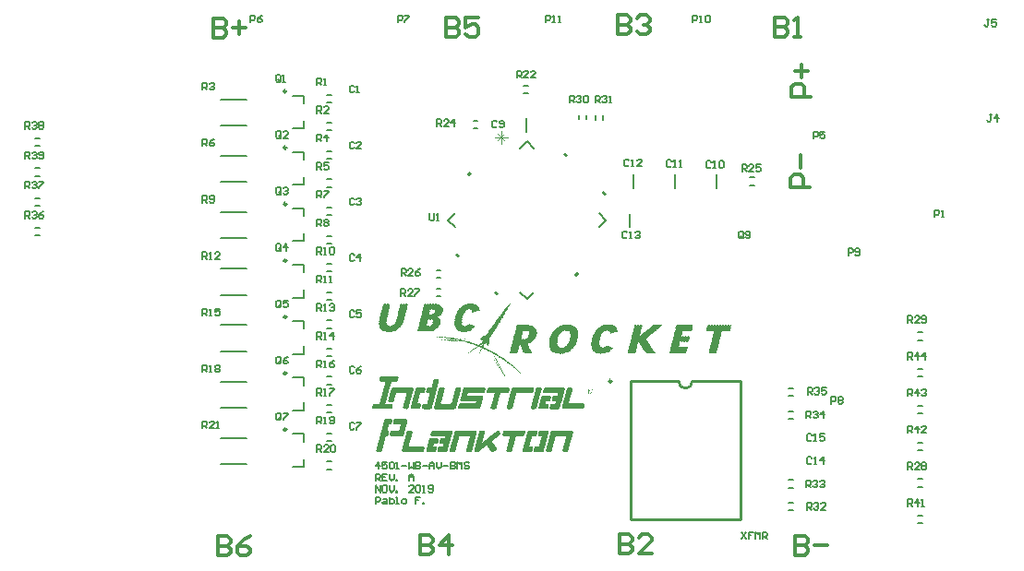
<source format=gto>
G04*
G04 #@! TF.GenerationSoftware,Altium Limited,Altium Designer,18.1.9 (240)*
G04*
G04 Layer_Color=65535*
%FSLAX25Y25*%
%MOIN*%
G70*
G01*
G75*
%ADD10C,0.01000*%
%ADD11C,0.00984*%
%ADD12C,0.00787*%
%ADD13C,0.00600*%
%ADD14C,0.00500*%
%ADD15C,0.00300*%
%ADD16C,0.01400*%
G36*
X211096Y187199D02*
X210389Y186492D01*
X209328Y187552D01*
X210035Y188260D01*
X211096Y187199D01*
D02*
G37*
G36*
X176372Y180593D02*
X175311Y179532D01*
X174604Y180239D01*
X175665Y181300D01*
X176372Y180593D01*
D02*
G37*
G36*
X225015Y173280D02*
X224308Y172572D01*
X223248Y173633D01*
X223955Y174340D01*
X225015Y173280D01*
D02*
G37*
G36*
X172196Y151083D02*
X171489Y150376D01*
X170429Y151437D01*
X171136Y152144D01*
X172196Y151083D01*
D02*
G37*
G36*
X215272Y144477D02*
X214211Y143416D01*
X213504Y144123D01*
X214565Y145184D01*
X215272Y144477D01*
D02*
G37*
G36*
X186116Y137164D02*
X185408Y136457D01*
X184348Y137517D01*
X185055Y138224D01*
X186116Y137164D01*
D02*
G37*
G36*
X176754Y133670D02*
X176878D01*
Y133547D01*
X177002D01*
Y133670D01*
X177126D01*
Y133547D01*
X177249D01*
Y133423D01*
X177373D01*
Y133547D01*
X177497D01*
Y133423D01*
X177620D01*
Y133299D01*
X177991D01*
Y133176D01*
X178115D01*
Y133052D01*
X178239D01*
Y132928D01*
X178363D01*
Y132804D01*
X178734D01*
Y132681D01*
X178610D01*
Y132557D01*
X178734D01*
Y132433D01*
X178857D01*
Y132309D01*
X178981D01*
Y132186D01*
X179105D01*
Y132062D01*
Y131938D01*
Y131815D01*
X179228D01*
Y131691D01*
Y131567D01*
Y131444D01*
X179352D01*
Y131320D01*
Y131196D01*
Y131072D01*
X179228D01*
Y131196D01*
X179105D01*
Y131072D01*
X178981D01*
Y130949D01*
X178857D01*
Y131072D01*
X178734D01*
Y130949D01*
X178363D01*
Y130825D01*
X178239D01*
Y130949D01*
X178115D01*
Y130825D01*
X177991D01*
Y130701D01*
X177373D01*
Y130578D01*
X177002D01*
Y130454D01*
X176631D01*
Y130578D01*
Y130701D01*
Y130825D01*
X176507D01*
Y130949D01*
X176383D01*
Y131072D01*
X176507D01*
Y131196D01*
X176136D01*
Y131320D01*
X176012D01*
Y131444D01*
X175888D01*
Y131567D01*
X175765D01*
Y131444D01*
X175641D01*
Y131567D01*
X175517D01*
Y131444D01*
X175394D01*
Y131567D01*
X175270D01*
Y131444D01*
X174899D01*
Y131320D01*
X174775D01*
Y131196D01*
X174404D01*
Y131072D01*
X174528D01*
Y130949D01*
X174156D01*
Y130825D01*
X174280D01*
Y130701D01*
X174033D01*
Y130578D01*
Y130454D01*
X173909D01*
Y130330D01*
X173785D01*
Y130207D01*
X173662D01*
Y130083D01*
Y129959D01*
Y129835D01*
X173538D01*
Y129712D01*
X173414D01*
Y129588D01*
X173538D01*
Y129464D01*
X173414D01*
Y129341D01*
X173291D01*
Y129217D01*
Y129093D01*
Y128969D01*
X173167D01*
Y128846D01*
X173291D01*
Y128722D01*
X173167D01*
Y128598D01*
X173043D01*
Y128475D01*
X173167D01*
Y128351D01*
X173043D01*
Y128227D01*
X172919D01*
Y128103D01*
X173043D01*
Y127980D01*
X172919D01*
Y127856D01*
X173043D01*
Y127732D01*
X172919D01*
Y127609D01*
X173043D01*
Y127485D01*
X172919D01*
Y127361D01*
X173043D01*
Y127238D01*
X172919D01*
Y127114D01*
X173043D01*
Y126990D01*
X172919D01*
Y126866D01*
X173043D01*
Y126743D01*
X172919D01*
Y126619D01*
X173043D01*
Y126495D01*
X172919D01*
Y126372D01*
X173043D01*
Y126248D01*
X172919D01*
Y126124D01*
X173043D01*
Y126000D01*
X173167D01*
Y125877D01*
X173291D01*
Y125753D01*
X173414D01*
Y125629D01*
X173785D01*
Y125506D01*
X173909D01*
Y125382D01*
X174033D01*
Y125506D01*
X173909D01*
Y125629D01*
X174033D01*
Y125506D01*
X174156D01*
Y125382D01*
X174280D01*
Y125506D01*
X174404D01*
Y125629D01*
X174775D01*
Y125753D01*
X174899D01*
Y125629D01*
X175022D01*
Y125753D01*
X174899D01*
Y125877D01*
X175270D01*
Y126000D01*
X175146D01*
Y126124D01*
X175517D01*
Y126248D01*
X175394D01*
Y126372D01*
X175517D01*
Y126248D01*
X175641D01*
Y126124D01*
X175765D01*
Y126248D01*
X175641D01*
Y126372D01*
X175765D01*
Y126248D01*
X175888D01*
Y126124D01*
X176012D01*
Y126000D01*
X176136D01*
Y125877D01*
X176260D01*
Y126000D01*
X176136D01*
Y126124D01*
X176260D01*
Y126000D01*
X176383D01*
Y125877D01*
X176507D01*
Y125753D01*
X176631D01*
Y125877D01*
X176754D01*
Y125753D01*
X176878D01*
Y125629D01*
X177249D01*
Y125506D01*
X177373D01*
Y125382D01*
X177497D01*
Y125506D01*
X177620D01*
Y125382D01*
X177744D01*
Y125258D01*
X177620D01*
Y125135D01*
X177497D01*
Y125011D01*
X177373D01*
Y124887D01*
X177249D01*
Y124763D01*
X177126D01*
Y124640D01*
X177002D01*
Y124516D01*
X176631D01*
Y124392D01*
X176754D01*
Y124269D01*
X176383D01*
Y124145D01*
X176260D01*
Y124021D01*
X176136D01*
Y123898D01*
X176012D01*
Y124021D01*
X175888D01*
Y123898D01*
X176012D01*
Y123774D01*
X175888D01*
Y123898D01*
X175765D01*
Y123774D01*
X175394D01*
Y123650D01*
X175517D01*
Y123526D01*
X175394D01*
Y123650D01*
X175270D01*
Y123526D01*
X174651D01*
Y123403D01*
X174775D01*
Y123279D01*
X174651D01*
Y123403D01*
X174280D01*
Y123279D01*
X174156D01*
Y123403D01*
X174033D01*
Y123279D01*
X173662D01*
Y123403D01*
X173538D01*
Y123279D01*
X173167D01*
Y123403D01*
X173043D01*
Y123279D01*
X172919D01*
Y123403D01*
X172796D01*
Y123279D01*
X172672D01*
Y123403D01*
X172548D01*
Y123526D01*
X171930D01*
Y123650D01*
X171806D01*
Y123774D01*
X171435D01*
Y123898D01*
X171311D01*
Y124021D01*
X171188D01*
Y124145D01*
X171064D01*
Y124269D01*
X170940D01*
Y124392D01*
X170817D01*
Y124516D01*
X170693D01*
Y124640D01*
Y124763D01*
Y124887D01*
X170569D01*
Y125011D01*
X170445D01*
Y125135D01*
Y125258D01*
Y125382D01*
X170322D01*
Y125506D01*
Y125629D01*
Y125753D01*
X170198D01*
Y125877D01*
X170322D01*
Y126000D01*
X170198D01*
Y126124D01*
Y126248D01*
Y126372D01*
Y126495D01*
Y126619D01*
Y126743D01*
Y126866D01*
Y126990D01*
Y127114D01*
Y127238D01*
Y127361D01*
X170322D01*
Y127485D01*
X170198D01*
Y127609D01*
X170322D01*
Y127732D01*
X170198D01*
Y127856D01*
X170322D01*
Y127980D01*
X170198D01*
Y128103D01*
X170322D01*
Y128227D01*
X170198D01*
Y128351D01*
X170445D01*
Y128475D01*
Y128598D01*
X170569D01*
Y128722D01*
X170445D01*
Y128846D01*
X170569D01*
Y128969D01*
X170445D01*
Y129093D01*
X170569D01*
Y129217D01*
X170693D01*
Y129341D01*
X170817D01*
Y129464D01*
X170693D01*
Y129588D01*
X170817D01*
Y129712D01*
X170693D01*
Y129835D01*
X170817D01*
Y129959D01*
X170940D01*
Y130083D01*
X171064D01*
Y130207D01*
X170940D01*
Y130330D01*
X171064D01*
Y130454D01*
X171188D01*
Y130578D01*
X171311D01*
Y130701D01*
X171188D01*
Y130825D01*
X171311D01*
Y130949D01*
X171435D01*
Y131072D01*
X171559D01*
Y131196D01*
Y131320D01*
X171806D01*
Y131444D01*
X171682D01*
Y131567D01*
X171806D01*
Y131691D01*
X171930D01*
Y131815D01*
X172054D01*
Y131938D01*
X172177D01*
Y132062D01*
X172301D01*
Y132186D01*
X172425D01*
Y132309D01*
X172548D01*
Y132433D01*
X172672D01*
Y132309D01*
X172796D01*
Y132433D01*
X172672D01*
Y132557D01*
X172796D01*
Y132681D01*
X172919D01*
Y132557D01*
X173043D01*
Y132681D01*
X172919D01*
Y132804D01*
X173291D01*
Y132928D01*
X173414D01*
Y133052D01*
X173785D01*
Y133176D01*
X173909D01*
Y133299D01*
X174280D01*
Y133423D01*
X174404D01*
Y133299D01*
X174528D01*
Y133423D01*
X174404D01*
Y133547D01*
X174528D01*
Y133423D01*
X174651D01*
Y133547D01*
X175022D01*
Y133670D01*
X175146D01*
Y133547D01*
X175270D01*
Y133670D01*
X175394D01*
Y133547D01*
X175517D01*
Y133670D01*
X175641D01*
Y133794D01*
X175765D01*
Y133670D01*
X175888D01*
Y133547D01*
X176012D01*
Y133670D01*
X175888D01*
Y133794D01*
X176012D01*
Y133670D01*
X176136D01*
Y133794D01*
X176260D01*
Y133670D01*
X176383D01*
Y133547D01*
X176507D01*
Y133670D01*
X176383D01*
Y133794D01*
X176507D01*
Y133670D01*
X176631D01*
Y133547D01*
X176754D01*
Y133670D01*
X176631D01*
Y133794D01*
X176754D01*
Y133670D01*
D02*
G37*
G36*
X153250Y133423D02*
X153374D01*
Y133299D01*
X153498D01*
Y133176D01*
X153374D01*
Y133052D01*
X153250D01*
Y132928D01*
Y132804D01*
Y132681D01*
X153127D01*
Y132557D01*
X153250D01*
Y132433D01*
X153127D01*
Y132309D01*
X153250D01*
Y132186D01*
X153127D01*
Y132062D01*
X153003D01*
Y131938D01*
X152879D01*
Y131815D01*
X153003D01*
Y131691D01*
X152879D01*
Y131567D01*
X153003D01*
Y131444D01*
X152879D01*
Y131320D01*
X153003D01*
Y131196D01*
X152879D01*
Y131072D01*
X152755D01*
Y130949D01*
X152879D01*
Y130825D01*
X152755D01*
Y130701D01*
X152632D01*
Y130578D01*
X152755D01*
Y130454D01*
X152632D01*
Y130330D01*
X152755D01*
Y130207D01*
X152632D01*
Y130083D01*
X152508D01*
Y129959D01*
X152632D01*
Y129835D01*
X152508D01*
Y129959D01*
X152384D01*
Y129835D01*
X152508D01*
Y129712D01*
X152384D01*
Y129588D01*
X152508D01*
Y129464D01*
X152384D01*
Y129341D01*
X152508D01*
Y129217D01*
X152384D01*
Y129093D01*
Y128969D01*
Y128846D01*
X152260D01*
Y128722D01*
X152137D01*
Y128598D01*
X152260D01*
Y128475D01*
X152137D01*
Y128351D01*
X152260D01*
Y128227D01*
X152137D01*
Y128103D01*
X152013D01*
Y127980D01*
Y127856D01*
Y127732D01*
Y127609D01*
Y127485D01*
X151889D01*
Y127361D01*
Y127238D01*
Y127114D01*
X151766D01*
Y126990D01*
X151642D01*
Y126866D01*
X151766D01*
Y126743D01*
X151642D01*
Y126619D01*
X151518D01*
Y126495D01*
X151395D01*
Y126372D01*
X151518D01*
Y126248D01*
X151395D01*
Y126124D01*
X151271D01*
Y126000D01*
X151147D01*
Y125877D01*
X151271D01*
Y125753D01*
X151023D01*
Y125629D01*
Y125506D01*
X150900D01*
Y125382D01*
X150776D01*
Y125258D01*
X150652D01*
Y125135D01*
X150529D01*
Y125011D01*
X150405D01*
Y124887D01*
X150281D01*
Y124763D01*
X150157D01*
Y124640D01*
X150034D01*
Y124516D01*
X149910D01*
Y124392D01*
X149786D01*
Y124269D01*
X149415D01*
Y124145D01*
X149292D01*
Y124021D01*
X149168D01*
Y123898D01*
X149044D01*
Y124021D01*
X148920D01*
Y123898D01*
X149044D01*
Y123774D01*
X148920D01*
Y123898D01*
X148797D01*
Y123774D01*
X148673D01*
Y123650D01*
X148549D01*
Y123774D01*
X148426D01*
Y123650D01*
X148302D01*
Y123526D01*
X148178D01*
Y123650D01*
X148055D01*
Y123526D01*
X147683D01*
Y123403D01*
X147560D01*
Y123526D01*
X147436D01*
Y123403D01*
X147560D01*
Y123279D01*
X147436D01*
Y123403D01*
X147312D01*
Y123279D01*
X147189D01*
Y123403D01*
X147065D01*
Y123279D01*
X146941D01*
Y123403D01*
X146817D01*
Y123279D01*
X146446D01*
Y123403D01*
X146323D01*
Y123279D01*
X145951D01*
Y123403D01*
X145828D01*
Y123279D01*
X145704D01*
Y123403D01*
X145580D01*
Y123526D01*
X145457D01*
Y123403D01*
X145580D01*
Y123279D01*
X145457D01*
Y123403D01*
X145333D01*
Y123526D01*
X144714D01*
Y123650D01*
X144591D01*
Y123774D01*
X144220D01*
Y123898D01*
X144096D01*
Y124021D01*
X143972D01*
Y124145D01*
X143849D01*
Y124269D01*
X143725D01*
Y124392D01*
X143601D01*
Y124516D01*
X143477D01*
Y124640D01*
X143354D01*
Y124763D01*
X143230D01*
Y124887D01*
X143354D01*
Y125011D01*
X143230D01*
Y125135D01*
X143106D01*
Y125258D01*
X142982D01*
Y125382D01*
X143106D01*
Y125506D01*
X142982D01*
Y125629D01*
X143106D01*
Y125753D01*
X142982D01*
Y125877D01*
X143106D01*
Y126000D01*
X142982D01*
Y126124D01*
X142859D01*
Y126248D01*
X142982D01*
Y126372D01*
X142859D01*
Y126495D01*
X142982D01*
Y126619D01*
X142859D01*
Y126743D01*
X142982D01*
Y126866D01*
X142859D01*
Y126990D01*
X142982D01*
Y127114D01*
X142859D01*
Y127238D01*
X142982D01*
Y127361D01*
X143106D01*
Y127485D01*
X142982D01*
Y127609D01*
X143106D01*
Y127732D01*
X142982D01*
Y127856D01*
X143106D01*
Y127980D01*
X142982D01*
Y128103D01*
X143106D01*
Y128227D01*
X142982D01*
Y128351D01*
X143106D01*
Y128475D01*
X143230D01*
Y128598D01*
X143354D01*
Y128722D01*
X143230D01*
Y128846D01*
X143354D01*
Y128969D01*
X143230D01*
Y129093D01*
X143354D01*
Y129217D01*
Y129341D01*
Y129464D01*
X143477D01*
Y129341D01*
X143601D01*
Y129464D01*
X143477D01*
Y129588D01*
Y129712D01*
Y129835D01*
X143601D01*
Y129959D01*
X143477D01*
Y130083D01*
X143601D01*
Y130207D01*
X143477D01*
Y130330D01*
X143601D01*
Y130454D01*
X143725D01*
Y130578D01*
Y130701D01*
Y130825D01*
X143849D01*
Y130949D01*
X143725D01*
Y131072D01*
X143849D01*
Y131196D01*
Y131320D01*
Y131444D01*
X143972D01*
Y131567D01*
Y131691D01*
Y131815D01*
X144096D01*
Y131938D01*
X143972D01*
Y132062D01*
X144096D01*
Y132186D01*
Y132309D01*
Y132433D01*
X144220D01*
Y132557D01*
Y132681D01*
Y132804D01*
X144343D01*
Y132928D01*
X144220D01*
Y133052D01*
X144343D01*
Y133176D01*
Y133299D01*
Y133423D01*
X144467D01*
Y133299D01*
X144591D01*
Y133423D01*
X144467D01*
Y133547D01*
X144591D01*
Y133423D01*
X144714D01*
Y133299D01*
X144838D01*
Y133423D01*
X144714D01*
Y133547D01*
X144838D01*
Y133423D01*
X144962D01*
Y133299D01*
X145086D01*
Y133423D01*
X144962D01*
Y133547D01*
X145086D01*
Y133423D01*
X145209D01*
Y133547D01*
X145333D01*
Y133423D01*
X145457D01*
Y133299D01*
X145580D01*
Y133423D01*
X145457D01*
Y133547D01*
X145580D01*
Y133423D01*
X145704D01*
Y133299D01*
X145828D01*
Y133423D01*
X145704D01*
Y133547D01*
X145828D01*
Y133423D01*
X145951D01*
Y133299D01*
X146075D01*
Y133423D01*
X145951D01*
Y133547D01*
X146075D01*
Y133423D01*
X146199D01*
Y133547D01*
X146323D01*
Y133423D01*
X146446D01*
Y133299D01*
X146570D01*
Y133423D01*
X146446D01*
Y133547D01*
X146570D01*
Y133423D01*
X146694D01*
Y133299D01*
X146817D01*
Y133423D01*
X146694D01*
Y133547D01*
X146817D01*
Y133423D01*
X146941D01*
Y133299D01*
X147065D01*
Y133176D01*
X146941D01*
Y133052D01*
X147065D01*
Y132928D01*
X146941D01*
Y132804D01*
X147065D01*
Y132681D01*
X146941D01*
Y132557D01*
X146817D01*
Y132433D01*
X146941D01*
Y132309D01*
X146817D01*
Y132186D01*
X146694D01*
Y132062D01*
X146817D01*
Y131938D01*
X146694D01*
Y131815D01*
X146817D01*
Y131691D01*
X146694D01*
Y131567D01*
X146570D01*
Y131444D01*
X146446D01*
Y131320D01*
X146570D01*
Y131196D01*
X146446D01*
Y131072D01*
X146570D01*
Y130949D01*
X146446D01*
Y130825D01*
X146570D01*
Y130701D01*
X146446D01*
Y130578D01*
Y130454D01*
Y130330D01*
X146323D01*
Y130207D01*
X146199D01*
Y130083D01*
X146323D01*
Y129959D01*
X146199D01*
Y129835D01*
X146323D01*
Y129712D01*
X146199D01*
Y129588D01*
X146075D01*
Y129464D01*
Y129341D01*
Y129217D01*
Y129093D01*
Y128969D01*
X145951D01*
Y128846D01*
X146075D01*
Y128722D01*
X145951D01*
Y128598D01*
Y128475D01*
Y128351D01*
X145828D01*
Y128227D01*
X145704D01*
Y128103D01*
X145828D01*
Y127980D01*
X145704D01*
Y127856D01*
X145828D01*
Y127732D01*
X145704D01*
Y127609D01*
Y127485D01*
Y127361D01*
Y127238D01*
Y127114D01*
X145580D01*
Y126990D01*
Y126866D01*
Y126743D01*
X145704D01*
Y126619D01*
X145580D01*
Y126495D01*
X145704D01*
Y126372D01*
Y126248D01*
Y126124D01*
X145828D01*
Y126000D01*
X145704D01*
Y125877D01*
X145828D01*
Y125753D01*
X145951D01*
Y125629D01*
X146075D01*
Y125753D01*
X145951D01*
Y125877D01*
X146075D01*
Y125753D01*
X146199D01*
Y125629D01*
X146323D01*
Y125506D01*
X146446D01*
Y125382D01*
X146570D01*
Y125506D01*
X146446D01*
Y125629D01*
X146570D01*
Y125506D01*
X146694D01*
Y125382D01*
X146817D01*
Y125506D01*
X146694D01*
Y125629D01*
X146817D01*
Y125506D01*
X146941D01*
Y125382D01*
X147065D01*
Y125506D01*
X147189D01*
Y125629D01*
X147312D01*
Y125506D01*
X147436D01*
Y125382D01*
X147560D01*
Y125506D01*
X147436D01*
Y125629D01*
X147560D01*
Y125506D01*
X147683D01*
Y125629D01*
X148055D01*
Y125753D01*
X147931D01*
Y125877D01*
X148055D01*
Y125753D01*
X148178D01*
Y125877D01*
X148302D01*
Y126000D01*
X148426D01*
Y126124D01*
X148549D01*
Y126248D01*
X148426D01*
Y126372D01*
X148549D01*
Y126248D01*
X148673D01*
Y126372D01*
X148797D01*
Y126495D01*
X148673D01*
Y126619D01*
X148797D01*
Y126743D01*
X148920D01*
Y126866D01*
X149044D01*
Y126990D01*
X148920D01*
Y127114D01*
X149044D01*
Y127238D01*
X149168D01*
Y127361D01*
X149292D01*
Y127485D01*
X149168D01*
Y127609D01*
X149292D01*
Y127732D01*
Y127856D01*
Y127980D01*
X149415D01*
Y127856D01*
X149539D01*
Y127980D01*
X149415D01*
Y128103D01*
Y128227D01*
Y128351D01*
X149539D01*
Y128475D01*
X149415D01*
Y128598D01*
X149539D01*
Y128722D01*
X149415D01*
Y128846D01*
X149539D01*
Y128969D01*
X149663D01*
Y129093D01*
Y129217D01*
Y129341D01*
X149786D01*
Y129464D01*
X149663D01*
Y129588D01*
X149786D01*
Y129712D01*
Y129835D01*
Y129959D01*
X149910D01*
Y130083D01*
Y130207D01*
Y130330D01*
X150034D01*
Y130454D01*
X149910D01*
Y130578D01*
X150034D01*
Y130701D01*
X149910D01*
Y130825D01*
X150034D01*
Y130949D01*
X150157D01*
Y131072D01*
Y131196D01*
Y131320D01*
X150281D01*
Y131444D01*
X150157D01*
Y131567D01*
X150281D01*
Y131691D01*
Y131815D01*
Y131938D01*
X150405D01*
Y132062D01*
Y132186D01*
Y132309D01*
X150529D01*
Y132433D01*
X150405D01*
Y132557D01*
X150529D01*
Y132681D01*
X150405D01*
Y132804D01*
X150529D01*
Y132928D01*
X150652D01*
Y133052D01*
X150529D01*
Y133176D01*
X150652D01*
Y133299D01*
X150776D01*
Y133423D01*
X150652D01*
Y133547D01*
X150776D01*
Y133423D01*
X150900D01*
Y133299D01*
X151023D01*
Y133423D01*
X150900D01*
Y133547D01*
X151023D01*
Y133423D01*
X151147D01*
Y133547D01*
X151271D01*
Y133423D01*
X151395D01*
Y133299D01*
X151518D01*
Y133423D01*
X151395D01*
Y133547D01*
X151518D01*
Y133423D01*
X151642D01*
Y133299D01*
X151766D01*
Y133423D01*
X151642D01*
Y133547D01*
X151766D01*
Y133423D01*
X151889D01*
Y133299D01*
X152013D01*
Y133423D01*
X151889D01*
Y133547D01*
X152013D01*
Y133423D01*
X152137D01*
Y133547D01*
X152260D01*
Y133423D01*
X152384D01*
Y133299D01*
X152508D01*
Y133423D01*
X152384D01*
Y133547D01*
X152508D01*
Y133423D01*
X152632D01*
Y133299D01*
X152755D01*
Y133423D01*
X152632D01*
Y133547D01*
X152755D01*
Y133423D01*
X152879D01*
Y133299D01*
X153003D01*
Y133423D01*
X152879D01*
Y133547D01*
X153003D01*
Y133423D01*
X153127D01*
Y133547D01*
X153250D01*
Y133423D01*
D02*
G37*
G36*
X190238Y133547D02*
X190362D01*
Y133423D01*
X190238D01*
Y133299D01*
X190115D01*
Y133423D01*
X189991D01*
Y133547D01*
X190115D01*
Y133670D01*
X190238D01*
Y133547D01*
D02*
G37*
G36*
X163642Y133423D02*
X163765D01*
Y133299D01*
X163889D01*
Y133423D01*
X164013D01*
Y133299D01*
X164631D01*
Y133176D01*
X164755D01*
Y133052D01*
X165126D01*
Y132928D01*
X165250D01*
Y132804D01*
X165373D01*
Y132681D01*
X165497D01*
Y132557D01*
X165621D01*
Y132433D01*
Y132309D01*
X165868D01*
Y132186D01*
X165744D01*
Y132062D01*
X165868D01*
Y131938D01*
X165744D01*
Y131815D01*
X165992D01*
Y131691D01*
Y131567D01*
Y131444D01*
Y131320D01*
Y131196D01*
Y131072D01*
Y130949D01*
Y130825D01*
Y130701D01*
Y130578D01*
X165868D01*
Y130454D01*
X165744D01*
Y130330D01*
X165868D01*
Y130207D01*
X165744D01*
Y130083D01*
X165621D01*
Y129959D01*
X165497D01*
Y129835D01*
X165621D01*
Y129712D01*
X165497D01*
Y129588D01*
X165373D01*
Y129464D01*
X165250D01*
Y129341D01*
X165126D01*
Y129217D01*
X164755D01*
Y129093D01*
X164631D01*
Y128969D01*
X164260D01*
Y128846D01*
X164136D01*
Y128722D01*
X164013D01*
Y128598D01*
X164384D01*
Y128475D01*
X164507D01*
Y128351D01*
X164631D01*
Y128227D01*
X164755D01*
Y128103D01*
X164879D01*
Y127980D01*
X165002D01*
Y127856D01*
X165126D01*
Y127732D01*
X165002D01*
Y127609D01*
X165126D01*
Y127485D01*
X165250D01*
Y127361D01*
X165373D01*
Y127238D01*
X165250D01*
Y127361D01*
X165126D01*
Y127238D01*
X165250D01*
Y127114D01*
X165126D01*
Y126990D01*
X165250D01*
Y126866D01*
X165126D01*
Y126743D01*
X165002D01*
Y126619D01*
X165126D01*
Y126495D01*
X165002D01*
Y126372D01*
X165126D01*
Y126248D01*
X165002D01*
Y126124D01*
X164879D01*
Y126000D01*
X164755D01*
Y125877D01*
X164879D01*
Y125753D01*
X164755D01*
Y125629D01*
X164631D01*
Y125506D01*
X164507D01*
Y125382D01*
X164631D01*
Y125258D01*
X164507D01*
Y125135D01*
X164384D01*
Y125011D01*
X164260D01*
Y124887D01*
X164136D01*
Y124763D01*
X164013D01*
Y124640D01*
X163889D01*
Y124516D01*
X163518D01*
Y124392D01*
X163394D01*
Y124269D01*
X163270D01*
Y124145D01*
X163147D01*
Y124269D01*
X163023D01*
Y124145D01*
X163147D01*
Y124021D01*
X163023D01*
Y124145D01*
X162899D01*
Y124021D01*
X162776D01*
Y123898D01*
X162652D01*
Y124021D01*
X162528D01*
Y123898D01*
X162652D01*
Y123774D01*
X162528D01*
Y123898D01*
X162404D01*
Y123774D01*
X162033D01*
Y123650D01*
X161910D01*
Y123774D01*
X161786D01*
Y123650D01*
X161662D01*
Y123774D01*
X161539D01*
Y123650D01*
X161662D01*
Y123526D01*
X161539D01*
Y123650D01*
X161415D01*
Y123526D01*
X161291D01*
Y123650D01*
X161167D01*
Y123526D01*
X161044D01*
Y123650D01*
X160920D01*
Y123526D01*
X160796D01*
Y123650D01*
X160673D01*
Y123526D01*
X160549D01*
Y123650D01*
X160425D01*
Y123526D01*
X160054D01*
Y123650D01*
X159930D01*
Y123526D01*
X159559D01*
Y123650D01*
X159435D01*
Y123526D01*
X159064D01*
Y123650D01*
X158941D01*
Y123526D01*
X158817D01*
Y123650D01*
X158693D01*
Y123526D01*
X158570D01*
Y123650D01*
X158446D01*
Y123526D01*
X158075D01*
Y123650D01*
X157951D01*
Y123526D01*
X157580D01*
Y123650D01*
X157456D01*
Y123526D01*
X157085D01*
Y123650D01*
X156961D01*
Y123774D01*
X156838D01*
Y123898D01*
X156961D01*
Y124021D01*
X157085D01*
Y124145D01*
X156961D01*
Y124269D01*
X157085D01*
Y124392D01*
X157209D01*
Y124516D01*
X157085D01*
Y124640D01*
X157209D01*
Y124763D01*
X157085D01*
Y124887D01*
X157209D01*
Y125011D01*
Y125135D01*
Y125258D01*
X157333D01*
Y125382D01*
X157456D01*
Y125506D01*
X157333D01*
Y125629D01*
X157456D01*
Y125753D01*
X157333D01*
Y125877D01*
X157456D01*
Y126000D01*
Y126124D01*
Y126248D01*
X157580D01*
Y126372D01*
Y126495D01*
Y126619D01*
X157704D01*
Y126743D01*
X157580D01*
Y126866D01*
X157704D01*
Y126990D01*
Y127114D01*
Y127238D01*
X157827D01*
Y127361D01*
Y127485D01*
Y127609D01*
X157951D01*
Y127732D01*
X157827D01*
Y127856D01*
X157951D01*
Y127980D01*
Y128103D01*
Y128227D01*
X158075D01*
Y128351D01*
Y128475D01*
Y128598D01*
X158198D01*
Y128722D01*
X158075D01*
Y128846D01*
X158198D01*
Y128969D01*
Y129093D01*
Y129217D01*
X158322D01*
Y129341D01*
X158446D01*
Y129464D01*
X158322D01*
Y129588D01*
X158446D01*
Y129712D01*
X158322D01*
Y129835D01*
X158446D01*
Y129959D01*
Y130083D01*
Y130207D01*
X158322D01*
Y130330D01*
X158446D01*
Y130207D01*
X158570D01*
Y130330D01*
Y130454D01*
Y130578D01*
X158693D01*
Y130701D01*
X158570D01*
Y130825D01*
X158693D01*
Y130949D01*
X158570D01*
Y131072D01*
X158693D01*
Y131196D01*
X158817D01*
Y131320D01*
X158693D01*
Y131444D01*
X158817D01*
Y131567D01*
X158941D01*
Y131691D01*
X158817D01*
Y131815D01*
X158941D01*
Y131938D01*
X158817D01*
Y132062D01*
X158941D01*
Y132186D01*
X158817D01*
Y132309D01*
X158941D01*
Y132433D01*
X159064D01*
Y132557D01*
X159188D01*
Y132681D01*
X159064D01*
Y132804D01*
X159188D01*
Y132928D01*
X159064D01*
Y133052D01*
X159188D01*
Y133176D01*
Y133299D01*
Y133423D01*
X159312D01*
Y133299D01*
X159435D01*
Y133423D01*
X159312D01*
Y133547D01*
X159435D01*
Y133423D01*
X159559D01*
Y133299D01*
X159683D01*
Y133423D01*
X159559D01*
Y133547D01*
X159683D01*
Y133423D01*
X159807D01*
Y133299D01*
X159930D01*
Y133423D01*
X159807D01*
Y133547D01*
X159930D01*
Y133423D01*
X160054D01*
Y133547D01*
X160178D01*
Y133423D01*
X160301D01*
Y133299D01*
X160425D01*
Y133423D01*
X160301D01*
Y133547D01*
X160425D01*
Y133423D01*
X160549D01*
Y133299D01*
X160673D01*
Y133423D01*
X160549D01*
Y133547D01*
X160673D01*
Y133423D01*
X160796D01*
Y133299D01*
X160920D01*
Y133423D01*
X160796D01*
Y133547D01*
X160920D01*
Y133423D01*
X161044D01*
Y133547D01*
X161167D01*
Y133423D01*
X161291D01*
Y133299D01*
X161415D01*
Y133423D01*
X161291D01*
Y133547D01*
X161415D01*
Y133423D01*
X161539D01*
Y133299D01*
X161662D01*
Y133423D01*
X161539D01*
Y133547D01*
X161662D01*
Y133423D01*
X161786D01*
Y133299D01*
X161910D01*
Y133423D01*
X161786D01*
Y133547D01*
X161910D01*
Y133423D01*
X162033D01*
Y133547D01*
X162157D01*
Y133423D01*
X162281D01*
Y133299D01*
X162404D01*
Y133423D01*
X162281D01*
Y133547D01*
X162404D01*
Y133423D01*
X162528D01*
Y133299D01*
X162652D01*
Y133423D01*
X162528D01*
Y133547D01*
X162652D01*
Y133423D01*
X162776D01*
Y133299D01*
X162899D01*
Y133423D01*
X162776D01*
Y133547D01*
X162899D01*
Y133423D01*
X163023D01*
Y133547D01*
X163147D01*
Y133423D01*
X163270D01*
Y133299D01*
X163394D01*
Y133423D01*
X163270D01*
Y133547D01*
X163394D01*
Y133423D01*
X163518D01*
Y133299D01*
X163642D01*
Y133423D01*
X163518D01*
Y133547D01*
X163642D01*
Y133423D01*
D02*
G37*
G36*
X189991Y133299D02*
X190115D01*
Y133176D01*
X189991D01*
Y133052D01*
X190115D01*
Y132928D01*
X189991D01*
Y132804D01*
X189867D01*
Y132681D01*
X189744D01*
Y132557D01*
X189867D01*
Y132433D01*
X189744D01*
Y132309D01*
X189620D01*
Y132186D01*
X189496D01*
Y132062D01*
Y131938D01*
Y131815D01*
X189372D01*
Y131691D01*
X189249D01*
Y131567D01*
X189372D01*
Y131444D01*
X189001D01*
Y131320D01*
X189125D01*
Y131196D01*
X189001D01*
Y131072D01*
X188878D01*
Y130949D01*
Y130825D01*
Y130701D01*
X188754D01*
Y130578D01*
X188630D01*
Y130454D01*
X188506D01*
Y130330D01*
X188630D01*
Y130207D01*
X188506D01*
Y130083D01*
X188383D01*
Y129959D01*
X188259D01*
Y129835D01*
X188383D01*
Y129712D01*
X188259D01*
Y129588D01*
X188135D01*
Y129464D01*
X188012D01*
Y129341D01*
X188135D01*
Y129217D01*
X187888D01*
Y129093D01*
Y128969D01*
X187764D01*
Y128846D01*
Y128722D01*
X187641D01*
Y128598D01*
Y128475D01*
X187517D01*
Y128351D01*
X187393D01*
Y128227D01*
X187269D01*
Y128103D01*
X187393D01*
Y127980D01*
X187269D01*
Y127856D01*
X187146D01*
Y127732D01*
X187022D01*
Y127609D01*
Y127485D01*
X186898D01*
Y127361D01*
Y127238D01*
X186775D01*
Y127114D01*
X186651D01*
Y126990D01*
X186527D01*
Y126866D01*
X186651D01*
Y126743D01*
X186527D01*
Y126619D01*
X186404D01*
Y126495D01*
X186280D01*
Y126372D01*
Y126248D01*
X186156D01*
Y126124D01*
Y126000D01*
X186032D01*
Y125877D01*
X185909D01*
Y125753D01*
X185785D01*
Y125629D01*
X185909D01*
Y125506D01*
X185661D01*
Y125382D01*
Y125258D01*
X185538D01*
Y125135D01*
X185414D01*
Y125011D01*
X185290D01*
Y124887D01*
X185414D01*
Y124763D01*
X185290D01*
Y124640D01*
X185166D01*
Y124516D01*
X185043D01*
Y124392D01*
X185166D01*
Y124269D01*
X185043D01*
Y124392D01*
X184919D01*
Y124269D01*
X184795D01*
Y124145D01*
X184919D01*
Y124021D01*
X184795D01*
Y123898D01*
X184672D01*
Y124021D01*
X184548D01*
Y123898D01*
X184672D01*
Y123774D01*
X184548D01*
Y123650D01*
X184424D01*
Y123526D01*
X184300D01*
Y123403D01*
X184424D01*
Y123279D01*
X184300D01*
Y123155D01*
X184177D01*
Y123031D01*
X184053D01*
Y122908D01*
Y122784D01*
X183806D01*
Y122660D01*
X183929D01*
Y122537D01*
X183806D01*
Y122413D01*
X183682D01*
Y122289D01*
X183558D01*
Y122166D01*
X183434D01*
Y122042D01*
X183311D01*
Y121918D01*
X183434D01*
Y121794D01*
X183311D01*
Y121671D01*
X183187D01*
Y121547D01*
X183063D01*
Y121423D01*
X183187D01*
Y121300D01*
X183063D01*
Y121423D01*
X182940D01*
Y121300D01*
X182816D01*
Y121176D01*
X182940D01*
Y121052D01*
X182816D01*
Y120929D01*
X182940D01*
Y120805D01*
X182816D01*
Y120681D01*
X182940D01*
Y120557D01*
X182816D01*
Y120434D01*
X182940D01*
Y120310D01*
X182816D01*
Y120186D01*
X182940D01*
Y120063D01*
X182816D01*
Y119939D01*
X182940D01*
Y119815D01*
X182816D01*
Y119692D01*
X182940D01*
Y119568D01*
X182816D01*
Y119692D01*
X182692D01*
Y119568D01*
X182816D01*
Y119444D01*
X182692D01*
Y119320D01*
X182569D01*
Y119197D01*
X182692D01*
Y119073D01*
X182569D01*
Y118949D01*
X182445D01*
Y118825D01*
X182321D01*
Y118702D01*
X182445D01*
Y118578D01*
X182321D01*
Y118454D01*
X182197D01*
Y118578D01*
X182074D01*
Y118702D01*
X181950D01*
Y118825D01*
X181826D01*
Y118949D01*
X181950D01*
Y119073D01*
X181826D01*
Y119197D01*
X181703D01*
Y119320D01*
X181332D01*
Y119197D01*
X181455D01*
Y119073D01*
X181084D01*
Y118949D01*
X180960D01*
Y118825D01*
X180837D01*
Y118702D01*
X180960D01*
Y118578D01*
X180837D01*
Y118454D01*
X180713D01*
Y118331D01*
X180589D01*
Y118207D01*
X180713D01*
Y118083D01*
X180589D01*
Y117960D01*
X180713D01*
Y117836D01*
X180837D01*
Y117712D01*
X181208D01*
Y117588D01*
X181332D01*
Y117465D01*
X181703D01*
Y117341D01*
X181826D01*
Y117217D01*
X182197D01*
Y117094D01*
X182321D01*
Y116970D01*
X182692D01*
Y116846D01*
X182816D01*
Y116723D01*
X183187D01*
Y116599D01*
X183311D01*
Y116475D01*
X183806D01*
Y116351D01*
Y116228D01*
X184177D01*
Y116104D01*
X184300D01*
Y115980D01*
X184424D01*
Y115857D01*
X184548D01*
Y115980D01*
X184672D01*
Y115857D01*
X184795D01*
Y115733D01*
X184919D01*
Y115609D01*
X185043D01*
Y115486D01*
X185414D01*
Y115362D01*
X185538D01*
Y115238D01*
X185909D01*
Y115114D01*
X186032D01*
Y114991D01*
X186156D01*
Y114867D01*
X186280D01*
Y114743D01*
X186651D01*
Y114620D01*
X186775D01*
Y114496D01*
X186898D01*
Y114372D01*
X187022D01*
Y114248D01*
X187146D01*
Y114372D01*
X187022D01*
Y114496D01*
X187146D01*
Y114372D01*
X187269D01*
Y114248D01*
X187393D01*
Y114125D01*
X187517D01*
Y114001D01*
X187888D01*
Y113877D01*
X188012D01*
Y113754D01*
X188135D01*
Y113630D01*
X188259D01*
Y113506D01*
X188383D01*
Y113382D01*
X188506D01*
Y113259D01*
X188878D01*
Y113135D01*
X189001D01*
Y113011D01*
X189125D01*
Y112888D01*
X189249D01*
Y112764D01*
X189372D01*
Y112640D01*
X189496D01*
Y112516D01*
X189867D01*
Y112393D01*
X189991D01*
Y112269D01*
X190115D01*
Y112145D01*
X190238D01*
Y112022D01*
X190362D01*
Y111898D01*
X190486D01*
Y111774D01*
X190610D01*
Y111651D01*
X190733D01*
Y111527D01*
X191104D01*
Y111403D01*
X191228D01*
Y111279D01*
X191352D01*
Y111156D01*
X191475D01*
Y111032D01*
X191599D01*
Y110908D01*
X191723D01*
Y110785D01*
X191847D01*
Y110661D01*
X191970D01*
Y110537D01*
X192094D01*
Y110414D01*
X192218D01*
Y110290D01*
X192341D01*
Y110166D01*
X192465D01*
Y110042D01*
X192589D01*
Y109919D01*
X192712D01*
Y109795D01*
X192836D01*
Y109671D01*
X192960D01*
Y109547D01*
X193084D01*
Y109424D01*
X193207D01*
Y109300D01*
X193331D01*
Y109176D01*
X193455D01*
Y109053D01*
X193579D01*
Y108929D01*
X193702D01*
Y108805D01*
X193826D01*
Y108682D01*
X193950D01*
Y108558D01*
X194073D01*
Y108434D01*
X194197D01*
Y108310D01*
X194321D01*
Y108187D01*
X194444D01*
Y108063D01*
X194568D01*
Y107939D01*
X194692D01*
Y107816D01*
X194816D01*
Y107692D01*
X194692D01*
Y107816D01*
X194568D01*
Y107939D01*
X194444D01*
Y108063D01*
X194321D01*
Y108187D01*
X194197D01*
Y108310D01*
X194073D01*
Y108434D01*
X193702D01*
Y108558D01*
X193826D01*
Y108682D01*
X193455D01*
Y108805D01*
Y108929D01*
X193207D01*
Y109053D01*
Y109176D01*
X192960D01*
Y109300D01*
X192836D01*
Y109424D01*
X192712D01*
Y109547D01*
X192589D01*
Y109671D01*
X192465D01*
Y109795D01*
X192341D01*
Y109919D01*
X192218D01*
Y110042D01*
X192094D01*
Y110166D01*
X191970D01*
Y110290D01*
X191847D01*
Y110414D01*
X191475D01*
Y110537D01*
X191599D01*
Y110661D01*
X191228D01*
Y110785D01*
X191104D01*
Y110908D01*
X190981D01*
Y111032D01*
X190857D01*
Y111156D01*
X190733D01*
Y111279D01*
X190610D01*
Y111403D01*
X190486D01*
Y111527D01*
X190362D01*
Y111651D01*
X189991D01*
Y111774D01*
X189867D01*
Y111898D01*
X189744D01*
Y112022D01*
X189620D01*
Y112145D01*
X189496D01*
Y112269D01*
X189372D01*
Y112393D01*
X189249D01*
Y112269D01*
X189372D01*
Y112145D01*
X189249D01*
Y112269D01*
X189125D01*
Y112393D01*
X189001D01*
Y112516D01*
X188878D01*
Y112640D01*
X188754D01*
Y112764D01*
X188630D01*
Y112888D01*
X188259D01*
Y113011D01*
X188135D01*
Y113135D01*
X188012D01*
Y113259D01*
X187888D01*
Y113382D01*
X187517D01*
Y113506D01*
X187393D01*
Y113630D01*
X187269D01*
Y113754D01*
X187146D01*
Y113877D01*
X186775D01*
Y114001D01*
X186651D01*
Y114125D01*
X186527D01*
Y114248D01*
X186404D01*
Y114372D01*
X186280D01*
Y114248D01*
X186404D01*
Y114125D01*
X186280D01*
Y114248D01*
X186156D01*
Y114372D01*
X186032D01*
Y114496D01*
X185909D01*
Y114620D01*
X185538D01*
Y114743D01*
X185414D01*
Y114867D01*
X185290D01*
Y114991D01*
X185166D01*
Y115114D01*
X184795D01*
Y115238D01*
X184672D01*
Y115362D01*
X184300D01*
Y115238D01*
X184424D01*
Y115114D01*
X184548D01*
Y114991D01*
X184672D01*
Y114867D01*
X184548D01*
Y114991D01*
X184424D01*
Y115114D01*
X184300D01*
Y115238D01*
X184177D01*
Y115362D01*
X184053D01*
Y115486D01*
X184177D01*
Y115609D01*
X183806D01*
Y115733D01*
X183682D01*
Y115857D01*
X183558D01*
Y115980D01*
X183434D01*
Y115857D01*
X183311D01*
Y115980D01*
X183187D01*
Y116104D01*
X183063D01*
Y116228D01*
X182940D01*
Y116351D01*
X182816D01*
Y116228D01*
X182940D01*
Y116104D01*
X182816D01*
Y116228D01*
X182692D01*
Y116351D01*
X182569D01*
Y116475D01*
X182445D01*
Y116351D01*
X182321D01*
Y116475D01*
X182197D01*
Y116599D01*
X181826D01*
Y116723D01*
X181703D01*
Y116846D01*
X181332D01*
Y116970D01*
X181208D01*
Y117094D01*
X180837D01*
Y117217D01*
X180713D01*
Y117341D01*
X180095D01*
Y117217D01*
X180218D01*
Y117094D01*
X180095D01*
Y116970D01*
X179971D01*
Y116846D01*
X179847D01*
Y116723D01*
X179971D01*
Y116599D01*
X179847D01*
Y116475D01*
X179723D01*
Y116351D01*
X179600D01*
Y116228D01*
Y116104D01*
Y115980D01*
X179476D01*
Y115857D01*
X179352D01*
Y115733D01*
X179476D01*
Y115609D01*
X179352D01*
Y115486D01*
X179228D01*
Y115609D01*
X179105D01*
Y115733D01*
X179228D01*
Y115857D01*
Y115980D01*
X179352D01*
Y116104D01*
Y116228D01*
X179476D01*
Y116351D01*
X179352D01*
Y116475D01*
X179476D01*
Y116599D01*
X179600D01*
Y116723D01*
Y116846D01*
Y116970D01*
X179723D01*
Y117094D01*
Y117217D01*
Y117341D01*
X179847D01*
Y117465D01*
X179971D01*
Y117588D01*
X179847D01*
Y117712D01*
X179723D01*
Y117588D01*
X179600D01*
Y117712D01*
X179476D01*
Y117836D01*
X179105D01*
Y117960D01*
X178981D01*
Y118083D01*
X178857D01*
Y117960D01*
X178981D01*
Y117836D01*
X178857D01*
Y117960D01*
X178734D01*
Y118083D01*
X178610D01*
Y117960D01*
X178734D01*
Y117836D01*
X178363D01*
Y117712D01*
X178486D01*
Y117588D01*
X178363D01*
Y117712D01*
X178239D01*
Y117588D01*
X178115D01*
Y117465D01*
X177991D01*
Y117341D01*
X177620D01*
Y117217D01*
X177497D01*
Y117094D01*
X177373D01*
Y116970D01*
X177249D01*
Y116846D01*
X176878D01*
Y116723D01*
X176754D01*
Y116599D01*
X176631D01*
Y116475D01*
X176507D01*
Y116599D01*
X176383D01*
Y116723D01*
X176507D01*
Y116846D01*
X176631D01*
Y116970D01*
X176754D01*
Y117094D01*
X176878D01*
Y117217D01*
X177249D01*
Y117341D01*
X177126D01*
Y117465D01*
X177497D01*
Y117588D01*
X177620D01*
Y117712D01*
X177744D01*
Y117836D01*
X177868D01*
Y117712D01*
X177991D01*
Y117836D01*
X177868D01*
Y117960D01*
X178239D01*
Y118083D01*
X178363D01*
Y118207D01*
X178239D01*
Y118331D01*
X177868D01*
Y118454D01*
X177744D01*
Y118578D01*
X177620D01*
Y118454D01*
X177744D01*
Y118331D01*
X177620D01*
Y118454D01*
X177497D01*
Y118578D01*
X177373D01*
Y118702D01*
X177249D01*
Y118578D01*
X177126D01*
Y118702D01*
X177002D01*
Y118825D01*
X176878D01*
Y118702D01*
X176754D01*
Y118825D01*
X176631D01*
Y118949D01*
X176507D01*
Y118825D01*
X176383D01*
Y118949D01*
X176260D01*
Y119073D01*
X175888D01*
Y119197D01*
X175517D01*
Y119320D01*
X175146D01*
Y119444D01*
X175022D01*
Y119320D01*
X174899D01*
Y119444D01*
X174775D01*
Y119568D01*
X174404D01*
Y119692D01*
X174280D01*
Y119568D01*
X174156D01*
Y119692D01*
X174033D01*
Y119815D01*
X173909D01*
Y119692D01*
X174033D01*
Y119568D01*
X173909D01*
Y119692D01*
X173785D01*
Y119815D01*
X173167D01*
Y119939D01*
X173043D01*
Y120063D01*
X172919D01*
Y119939D01*
X173043D01*
Y119815D01*
X172919D01*
Y119939D01*
X172796D01*
Y120063D01*
X172672D01*
Y119939D01*
X172796D01*
Y119815D01*
X172672D01*
Y119939D01*
X172548D01*
Y120063D01*
X172425D01*
Y120186D01*
X172301D01*
Y120063D01*
X172425D01*
Y119939D01*
X172548D01*
Y119815D01*
X172425D01*
Y119939D01*
X172301D01*
Y120063D01*
X172177D01*
Y120186D01*
X172054D01*
Y120310D01*
X171930D01*
Y120186D01*
X172054D01*
Y120063D01*
X172177D01*
Y119939D01*
X172301D01*
Y119815D01*
X172177D01*
Y119939D01*
X172054D01*
Y120063D01*
X171930D01*
Y120186D01*
X171806D01*
Y120310D01*
X171435D01*
Y120434D01*
X171311D01*
Y120557D01*
X171188D01*
Y120434D01*
X171311D01*
Y120310D01*
X171188D01*
Y120434D01*
X171064D01*
Y120557D01*
X170940D01*
Y120434D01*
X170817D01*
Y120557D01*
X170693D01*
Y120434D01*
X170569D01*
Y120557D01*
X170445D01*
Y120434D01*
X170322D01*
Y120557D01*
X170198D01*
Y120434D01*
X170322D01*
Y120310D01*
X170445D01*
Y120186D01*
X171311D01*
Y120063D01*
X171435D01*
Y119939D01*
X171311D01*
Y120063D01*
X171188D01*
Y119939D01*
X171311D01*
Y119815D01*
X171188D01*
Y119939D01*
X171064D01*
Y120063D01*
X170940D01*
Y119939D01*
X170817D01*
Y120063D01*
X170693D01*
Y119939D01*
X170569D01*
Y120063D01*
X169456D01*
Y120186D01*
X169332D01*
Y120063D01*
X169208D01*
Y120186D01*
X169085D01*
Y120063D01*
X168961D01*
Y120186D01*
X168837D01*
Y120063D01*
X168713D01*
Y120186D01*
X168590D01*
Y120063D01*
X168466D01*
Y120186D01*
X168342D01*
Y120063D01*
X168219D01*
Y120186D01*
X168095D01*
Y120310D01*
X167971D01*
Y120186D01*
X168095D01*
Y120063D01*
X167971D01*
Y120186D01*
X167848D01*
Y120310D01*
X167724D01*
Y120186D01*
X167848D01*
Y120063D01*
X167724D01*
Y120186D01*
X167600D01*
Y120310D01*
X167476D01*
Y120186D01*
X167600D01*
Y120063D01*
X167476D01*
Y120186D01*
X167353D01*
Y120310D01*
X167229D01*
Y120186D01*
X167105D01*
Y120310D01*
X166982D01*
Y120186D01*
X166858D01*
Y120310D01*
X166734D01*
Y120186D01*
X166611D01*
Y120310D01*
X166487D01*
Y120186D01*
X166363D01*
Y120310D01*
X165992D01*
Y120186D01*
X165868D01*
Y120310D01*
X165250D01*
Y120434D01*
X165621D01*
Y120557D01*
X165744D01*
Y120434D01*
X166116D01*
Y120557D01*
X166239D01*
Y120434D01*
X166363D01*
Y120557D01*
X166487D01*
Y120434D01*
X166611D01*
Y120557D01*
X166487D01*
Y120681D01*
X166611D01*
Y120557D01*
X166734D01*
Y120434D01*
X166858D01*
Y120557D01*
X166982D01*
Y120434D01*
X167105D01*
Y120557D01*
X166982D01*
Y120681D01*
X167105D01*
Y120557D01*
X167229D01*
Y120434D01*
X167353D01*
Y120557D01*
X167476D01*
Y120681D01*
X167600D01*
Y120557D01*
X167724D01*
Y120434D01*
X167848D01*
Y120557D01*
X167724D01*
Y120681D01*
X167848D01*
Y120557D01*
X167971D01*
Y120681D01*
X168095D01*
Y120557D01*
X168219D01*
Y120681D01*
X168342D01*
Y120557D01*
X168466D01*
Y120681D01*
X168590D01*
Y120557D01*
X168713D01*
Y120681D01*
X168837D01*
Y120557D01*
X168961D01*
Y120681D01*
X169085D01*
Y120557D01*
X169208D01*
Y120434D01*
X169332D01*
Y120310D01*
X169456D01*
Y120434D01*
X169332D01*
Y120557D01*
X169208D01*
Y120681D01*
X169332D01*
Y120557D01*
X169456D01*
Y120434D01*
X169579D01*
Y120310D01*
X169703D01*
Y120186D01*
X169827D01*
Y120310D01*
X169703D01*
Y120434D01*
X169579D01*
Y120557D01*
X169456D01*
Y120681D01*
X169579D01*
Y120805D01*
X168961D01*
Y120929D01*
X168837D01*
Y121052D01*
X168713D01*
Y120929D01*
X168837D01*
Y120805D01*
X168713D01*
Y120929D01*
X168342D01*
Y121052D01*
X167476D01*
Y121176D01*
X167353D01*
Y121052D01*
X167229D01*
Y121176D01*
X166858D01*
Y121300D01*
X166734D01*
Y121176D01*
X166611D01*
Y121300D01*
X166487D01*
Y121176D01*
X166363D01*
Y121300D01*
X165497D01*
Y121423D01*
X165373D01*
Y121300D01*
X165250D01*
Y121423D01*
X165126D01*
Y121300D01*
X165002D01*
Y121423D01*
X164879D01*
Y121300D01*
X164755D01*
Y121423D01*
X164631D01*
Y121547D01*
X164507D01*
Y121423D01*
X164384D01*
Y121547D01*
X164260D01*
Y121423D01*
X164384D01*
Y121300D01*
X164260D01*
Y121423D01*
X164136D01*
Y121547D01*
X164013D01*
Y121423D01*
X163889D01*
Y121547D01*
X163765D01*
Y121423D01*
X163642D01*
Y121547D01*
X162528D01*
Y121671D01*
X165373D01*
Y121547D01*
X165497D01*
Y121671D01*
X165621D01*
Y121547D01*
X165744D01*
Y121423D01*
X165868D01*
Y121547D01*
X165744D01*
Y121671D01*
X165868D01*
Y121547D01*
X165992D01*
Y121671D01*
X166116D01*
Y121547D01*
X166239D01*
Y121423D01*
X166363D01*
Y121547D01*
X166239D01*
Y121671D01*
X166363D01*
Y121547D01*
X166487D01*
Y121423D01*
X166611D01*
Y121547D01*
X166487D01*
Y121671D01*
X166611D01*
Y121547D01*
X166734D01*
Y121423D01*
X166858D01*
Y121547D01*
X166982D01*
Y121423D01*
X167105D01*
Y121547D01*
X167229D01*
Y121423D01*
X168095D01*
Y121300D01*
X168219D01*
Y121423D01*
X168342D01*
Y121300D01*
X168466D01*
Y121423D01*
X168590D01*
Y121300D01*
X168713D01*
Y121423D01*
X168837D01*
Y121300D01*
X168961D01*
Y121176D01*
X169085D01*
Y121300D01*
X169208D01*
Y121176D01*
X169827D01*
Y121052D01*
X169950D01*
Y121176D01*
X170074D01*
Y121052D01*
X170445D01*
Y120929D01*
X170569D01*
Y121052D01*
X170693D01*
Y120929D01*
X171311D01*
Y120805D01*
X171682D01*
Y120681D01*
X171806D01*
Y120805D01*
X171682D01*
Y120929D01*
X171806D01*
Y120805D01*
X171930D01*
Y120681D01*
X172054D01*
Y120805D01*
X172177D01*
Y120681D01*
X172301D01*
Y120805D01*
X172177D01*
Y120929D01*
X172301D01*
Y120805D01*
X172425D01*
Y120681D01*
X172548D01*
Y120557D01*
X172672D01*
Y120434D01*
X172796D01*
Y120557D01*
X172672D01*
Y120681D01*
X172548D01*
Y120805D01*
X172672D01*
Y120681D01*
X172796D01*
Y120557D01*
X172919D01*
Y120434D01*
X173538D01*
Y120310D01*
X173662D01*
Y120186D01*
X173785D01*
Y120310D01*
X173662D01*
Y120434D01*
X173785D01*
Y120310D01*
X173909D01*
Y120186D01*
X174280D01*
Y120063D01*
X174404D01*
Y120186D01*
X174528D01*
Y120063D01*
X174651D01*
Y119939D01*
X175270D01*
Y119815D01*
X175394D01*
Y119692D01*
X175517D01*
Y119815D01*
X175641D01*
Y119692D01*
X176012D01*
Y119568D01*
X176136D01*
Y119444D01*
X176260D01*
Y119568D01*
X176383D01*
Y119444D01*
X176754D01*
Y119320D01*
X176878D01*
Y119197D01*
X177002D01*
Y119320D01*
X177126D01*
Y119197D01*
X177497D01*
Y119073D01*
X177620D01*
Y118949D01*
X178239D01*
Y118825D01*
X178363D01*
Y118702D01*
X178734D01*
Y118578D01*
X178857D01*
Y118702D01*
X179228D01*
Y118825D01*
X179105D01*
Y118949D01*
X179228D01*
Y118825D01*
X179352D01*
Y118949D01*
X179476D01*
Y119073D01*
X179600D01*
Y118949D01*
X179723D01*
Y119073D01*
X179600D01*
Y119197D01*
X179723D01*
Y119320D01*
X179847D01*
Y119197D01*
X179971D01*
Y119320D01*
X179847D01*
Y119444D01*
X180218D01*
Y119568D01*
X180342D01*
Y119692D01*
X180218D01*
Y119815D01*
X180095D01*
Y119939D01*
X180218D01*
Y119815D01*
X180342D01*
Y119939D01*
X180466D01*
Y120063D01*
X180342D01*
Y120186D01*
X180218D01*
Y120310D01*
X180095D01*
Y120434D01*
X179971D01*
Y120310D01*
X179847D01*
Y120434D01*
X179723D01*
Y120557D01*
X179600D01*
Y120434D01*
X179723D01*
Y120310D01*
X179600D01*
Y120434D01*
X179476D01*
Y120557D01*
X179352D01*
Y120681D01*
X179476D01*
Y120805D01*
X179600D01*
Y120929D01*
X179723D01*
Y121052D01*
X179847D01*
Y121176D01*
X179971D01*
Y121300D01*
X180095D01*
Y121423D01*
X180218D01*
Y121547D01*
X180342D01*
Y121671D01*
X180466D01*
Y121794D01*
X180589D01*
Y121671D01*
X180713D01*
Y121794D01*
X180589D01*
Y121918D01*
X180713D01*
Y121794D01*
X180837D01*
Y121918D01*
X181208D01*
Y122042D01*
X181332D01*
Y121918D01*
X181455D01*
Y122042D01*
X181332D01*
Y122166D01*
X181455D01*
Y122042D01*
X181579D01*
Y121918D01*
X181703D01*
Y122042D01*
X181579D01*
Y122166D01*
X181703D01*
Y122289D01*
X181826D01*
Y122413D01*
X181950D01*
Y122537D01*
X181826D01*
Y122660D01*
X181950D01*
Y122784D01*
X182074D01*
Y122908D01*
X182197D01*
Y123031D01*
X182321D01*
Y123155D01*
X182445D01*
Y123279D01*
X182321D01*
Y123403D01*
X182445D01*
Y123526D01*
X182569D01*
Y123650D01*
X182692D01*
Y123774D01*
X182569D01*
Y123898D01*
X182940D01*
Y124021D01*
X182816D01*
Y124145D01*
X182940D01*
Y124269D01*
X183063D01*
Y124392D01*
X183187D01*
Y124516D01*
X183311D01*
Y124640D01*
X183434D01*
Y124763D01*
X183311D01*
Y124887D01*
X183434D01*
Y125011D01*
X183558D01*
Y124887D01*
X183682D01*
Y125011D01*
X183558D01*
Y125135D01*
X183682D01*
Y125258D01*
X183806D01*
Y125382D01*
X183929D01*
Y125506D01*
X183806D01*
Y125629D01*
X184053D01*
Y125753D01*
Y125877D01*
X184177D01*
Y126000D01*
X184300D01*
Y126124D01*
X184424D01*
Y126248D01*
X184300D01*
Y126372D01*
X184672D01*
Y126495D01*
X184548D01*
Y126619D01*
X184672D01*
Y126743D01*
X184795D01*
Y126866D01*
X184919D01*
Y126990D01*
X185043D01*
Y127114D01*
X185166D01*
Y127238D01*
X185043D01*
Y127361D01*
X185290D01*
Y127485D01*
Y127609D01*
X185414D01*
Y127732D01*
X185538D01*
Y127856D01*
X185661D01*
Y127980D01*
X185785D01*
Y128103D01*
X185909D01*
Y128227D01*
X185785D01*
Y128351D01*
X185909D01*
Y128475D01*
X186032D01*
Y128351D01*
X186156D01*
Y128475D01*
X186032D01*
Y128598D01*
X186156D01*
Y128722D01*
X186280D01*
Y128846D01*
X186404D01*
Y128969D01*
X186280D01*
Y129093D01*
X186404D01*
Y128969D01*
X186527D01*
Y129093D01*
X186651D01*
Y129217D01*
X186527D01*
Y129341D01*
X186775D01*
Y129464D01*
Y129588D01*
X186898D01*
Y129712D01*
X187022D01*
Y129835D01*
X187146D01*
Y129959D01*
X187269D01*
Y130083D01*
X187393D01*
Y130207D01*
X187269D01*
Y130330D01*
X187641D01*
Y130454D01*
X187517D01*
Y130578D01*
X187641D01*
Y130701D01*
X187764D01*
Y130825D01*
X187888D01*
Y130949D01*
X188012D01*
Y131072D01*
X188135D01*
Y131196D01*
X188012D01*
Y131320D01*
X188383D01*
Y131444D01*
X188259D01*
Y131567D01*
X188506D01*
Y131691D01*
Y131815D01*
X188630D01*
Y131938D01*
X188754D01*
Y132062D01*
X188878D01*
Y132186D01*
X189001D01*
Y132309D01*
X189125D01*
Y132433D01*
X189249D01*
Y132557D01*
X189372D01*
Y132681D01*
X189496D01*
Y132804D01*
X189620D01*
Y132928D01*
Y133052D01*
X189867D01*
Y133176D01*
X189744D01*
Y133299D01*
X189867D01*
Y133423D01*
X189991D01*
Y133299D01*
D02*
G37*
G36*
X226979Y126000D02*
X227103D01*
Y125877D01*
X227474D01*
Y125753D01*
X227598D01*
Y125629D01*
X227969D01*
Y125506D01*
X228093D01*
Y125382D01*
X228216D01*
Y125258D01*
X228340D01*
Y125135D01*
X228464D01*
Y125011D01*
X228587D01*
Y124887D01*
X228711D01*
Y124763D01*
X228835D01*
Y124640D01*
X228959D01*
Y124516D01*
X228835D01*
Y124392D01*
X228959D01*
Y124269D01*
Y124145D01*
X229082D01*
Y124021D01*
Y123898D01*
X229206D01*
Y123774D01*
X229082D01*
Y123650D01*
X229206D01*
Y123526D01*
X229082D01*
Y123403D01*
X228959D01*
Y123526D01*
X228835D01*
Y123403D01*
X228711D01*
Y123279D01*
X228587D01*
Y123403D01*
X228464D01*
Y123279D01*
X228093D01*
Y123155D01*
X227721D01*
Y123031D01*
X227103D01*
Y122908D01*
X226732D01*
Y122784D01*
X226361D01*
Y122908D01*
Y123031D01*
Y123155D01*
X226237D01*
Y123279D01*
X226113D01*
Y123403D01*
X226237D01*
Y123526D01*
X225866D01*
Y123650D01*
X225742D01*
Y123774D01*
X225618D01*
Y123898D01*
X225495D01*
Y123774D01*
X225371D01*
Y123898D01*
X225247D01*
Y124021D01*
X225124D01*
Y123898D01*
X225247D01*
Y123774D01*
X225124D01*
Y123898D01*
X225000D01*
Y123774D01*
X224876D01*
Y123898D01*
X224752D01*
Y123774D01*
X224381D01*
Y123650D01*
X224505D01*
Y123526D01*
X224381D01*
Y123650D01*
X224258D01*
Y123526D01*
X224134D01*
Y123403D01*
X224010D01*
Y123279D01*
X223886D01*
Y123155D01*
X223763D01*
Y123031D01*
X223639D01*
Y122908D01*
X223515D01*
Y122784D01*
X223392D01*
Y122660D01*
X223515D01*
Y122537D01*
X223268D01*
Y122413D01*
Y122289D01*
X223144D01*
Y122166D01*
Y122042D01*
Y121918D01*
X223021D01*
Y121794D01*
X222897D01*
Y121671D01*
X223021D01*
Y121547D01*
X222897D01*
Y121423D01*
X222773D01*
Y121300D01*
X222897D01*
Y121176D01*
X222773D01*
Y121052D01*
X222650D01*
Y120929D01*
X222773D01*
Y120805D01*
X222650D01*
Y120681D01*
Y120557D01*
Y120434D01*
X222526D01*
Y120310D01*
X222402D01*
Y120186D01*
X222526D01*
Y120063D01*
X222402D01*
Y119939D01*
X222526D01*
Y119815D01*
X222402D01*
Y119692D01*
X222526D01*
Y119568D01*
X222402D01*
Y119444D01*
X222526D01*
Y119320D01*
X222402D01*
Y119197D01*
X222526D01*
Y119073D01*
X222402D01*
Y118949D01*
X222526D01*
Y118825D01*
X222402D01*
Y118702D01*
X222526D01*
Y118578D01*
X222650D01*
Y118454D01*
X222773D01*
Y118331D01*
X222650D01*
Y118454D01*
X222526D01*
Y118331D01*
X222650D01*
Y118207D01*
X222773D01*
Y118083D01*
X222897D01*
Y117960D01*
X223021D01*
Y117836D01*
X223144D01*
Y117712D01*
X223268D01*
Y117836D01*
X223144D01*
Y117960D01*
X223268D01*
Y117836D01*
X223392D01*
Y117712D01*
X224258D01*
Y117836D01*
X224134D01*
Y117960D01*
X224258D01*
Y117836D01*
X224381D01*
Y117960D01*
X224752D01*
Y118083D01*
X224876D01*
Y118207D01*
X225000D01*
Y118331D01*
X225124D01*
Y118454D01*
X225495D01*
Y118331D01*
X225618D01*
Y118207D01*
X225742D01*
Y118331D01*
X225618D01*
Y118454D01*
X225742D01*
Y118331D01*
X225866D01*
Y118207D01*
X225990D01*
Y118083D01*
X226113D01*
Y117960D01*
X226237D01*
Y118083D01*
X226361D01*
Y117960D01*
X226732D01*
Y117836D01*
X226855D01*
Y117712D01*
X227227D01*
Y117588D01*
X227350D01*
Y117465D01*
Y117341D01*
X227227D01*
Y117217D01*
X227103D01*
Y117094D01*
X226979D01*
Y116970D01*
Y116846D01*
X226608D01*
Y116723D01*
Y116599D01*
X226361D01*
Y116475D01*
X226237D01*
Y116351D01*
X226113D01*
Y116228D01*
X225990D01*
Y116351D01*
X225866D01*
Y116228D01*
X225990D01*
Y116104D01*
X225866D01*
Y116228D01*
X225742D01*
Y116104D01*
X225618D01*
Y115980D01*
X225495D01*
Y115857D01*
X225124D01*
Y115733D01*
X225000D01*
Y115857D01*
X224876D01*
Y115733D01*
X225000D01*
Y115609D01*
X224876D01*
Y115733D01*
X224752D01*
Y115609D01*
X224134D01*
Y115486D01*
X224010D01*
Y115609D01*
X223886D01*
Y115486D01*
X223763D01*
Y115609D01*
X223639D01*
Y115486D01*
X223763D01*
Y115362D01*
X223639D01*
Y115486D01*
X223515D01*
Y115362D01*
X223392D01*
Y115486D01*
X223268D01*
Y115362D01*
X223144D01*
Y115486D01*
X223021D01*
Y115362D01*
X222897D01*
Y115486D01*
X222773D01*
Y115362D01*
X222650D01*
Y115486D01*
X222278D01*
Y115609D01*
X222155D01*
Y115486D01*
X222278D01*
Y115362D01*
X222155D01*
Y115486D01*
X222031D01*
Y115609D01*
X221660D01*
Y115733D01*
X221536D01*
Y115857D01*
X221412D01*
Y115733D01*
X221536D01*
Y115609D01*
X221412D01*
Y115733D01*
X221289D01*
Y115857D01*
X221165D01*
Y115980D01*
X221041D01*
Y116104D01*
X220670D01*
Y116228D01*
X220546D01*
Y116351D01*
X220423D01*
Y116475D01*
X220299D01*
Y116599D01*
X220175D01*
Y116723D01*
Y116846D01*
Y116970D01*
X220052D01*
Y117094D01*
X219928D01*
Y117217D01*
X219804D01*
Y117341D01*
X219681D01*
Y117465D01*
X219804D01*
Y117588D01*
X219681D01*
Y117712D01*
X219804D01*
Y117836D01*
X219681D01*
Y117960D01*
Y118083D01*
Y118207D01*
X219557D01*
Y118331D01*
X219681D01*
Y118454D01*
X219557D01*
Y118578D01*
Y118702D01*
Y118825D01*
Y118949D01*
Y119073D01*
Y119197D01*
Y119320D01*
X219681D01*
Y119444D01*
X219557D01*
Y119568D01*
X219681D01*
Y119692D01*
Y119815D01*
Y119939D01*
Y120063D01*
Y120186D01*
X219804D01*
Y120310D01*
X219681D01*
Y120434D01*
X219804D01*
Y120557D01*
Y120681D01*
Y120805D01*
X219681D01*
Y120929D01*
X219804D01*
Y120805D01*
X219928D01*
Y120929D01*
Y121052D01*
Y121176D01*
X220052D01*
Y121300D01*
X219928D01*
Y121423D01*
X220052D01*
Y121547D01*
X219928D01*
Y121671D01*
X220052D01*
Y121794D01*
X220175D01*
Y121918D01*
X220299D01*
Y122042D01*
X220175D01*
Y122166D01*
X220299D01*
Y122289D01*
X220423D01*
Y122413D01*
X220546D01*
Y122537D01*
X220423D01*
Y122660D01*
X220546D01*
Y122784D01*
X220670D01*
Y122908D01*
X220794D01*
Y123031D01*
X220670D01*
Y123155D01*
X220794D01*
Y123279D01*
X220918D01*
Y123403D01*
X221041D01*
Y123526D01*
X220918D01*
Y123650D01*
X221165D01*
Y123774D01*
Y123898D01*
X221289D01*
Y124021D01*
X221412D01*
Y124145D01*
X221536D01*
Y124269D01*
X221660D01*
Y124392D01*
X221783D01*
Y124516D01*
X221907D01*
Y124640D01*
X222031D01*
Y124763D01*
X222155D01*
Y124887D01*
X222402D01*
Y125011D01*
Y125135D01*
X222773D01*
Y125258D01*
X222897D01*
Y125382D01*
X223021D01*
Y125506D01*
X223144D01*
Y125382D01*
X223268D01*
Y125506D01*
X223392D01*
Y125629D01*
X223515D01*
Y125753D01*
X223639D01*
Y125629D01*
X223763D01*
Y125753D01*
X223639D01*
Y125877D01*
X223763D01*
Y125753D01*
X223886D01*
Y125877D01*
X224505D01*
Y126000D01*
X224629D01*
Y125877D01*
X224752D01*
Y126000D01*
X224629D01*
Y126124D01*
X224752D01*
Y126000D01*
X224876D01*
Y126124D01*
X225000D01*
Y126000D01*
X225124D01*
Y126124D01*
X225247D01*
Y126000D01*
X225371D01*
Y126124D01*
X225742D01*
Y126000D01*
X225866D01*
Y126124D01*
X226237D01*
Y126000D01*
X226361D01*
Y126124D01*
X226484D01*
Y126000D01*
X226608D01*
Y125877D01*
X226732D01*
Y126000D01*
X226608D01*
Y126124D01*
X226732D01*
Y126000D01*
X226855D01*
Y125877D01*
X226979D01*
Y126000D01*
X226855D01*
Y126124D01*
X226979D01*
Y126000D01*
D02*
G37*
G36*
X212134D02*
X212258D01*
Y125877D01*
X212629D01*
Y125753D01*
X212753D01*
Y125877D01*
X212877D01*
Y125753D01*
X213000D01*
Y125629D01*
X213371D01*
Y125506D01*
X213495D01*
Y125382D01*
X213619D01*
Y125258D01*
X213743D01*
Y125135D01*
X213866D01*
Y125011D01*
X213990D01*
Y124887D01*
X214114D01*
Y124763D01*
X214237D01*
Y124640D01*
X214361D01*
Y124516D01*
X214485D01*
Y124392D01*
X214609D01*
Y124269D01*
X214485D01*
Y124145D01*
X214609D01*
Y124021D01*
X214732D01*
Y123898D01*
X214856D01*
Y123774D01*
X214732D01*
Y123650D01*
X214856D01*
Y123526D01*
X214732D01*
Y123403D01*
X214856D01*
Y123279D01*
Y123155D01*
Y123031D01*
Y122908D01*
Y122784D01*
X214980D01*
Y122660D01*
X214856D01*
Y122537D01*
Y122413D01*
Y122289D01*
X214980D01*
Y122166D01*
X214856D01*
Y122042D01*
X214732D01*
Y121918D01*
X214856D01*
Y121794D01*
Y121671D01*
Y121547D01*
X214732D01*
Y121423D01*
X214856D01*
Y121300D01*
X214732D01*
Y121176D01*
X214856D01*
Y121052D01*
X214732D01*
Y120929D01*
X214856D01*
Y120805D01*
X214732D01*
Y120929D01*
X214609D01*
Y120805D01*
X214732D01*
Y120681D01*
X214609D01*
Y120557D01*
X214485D01*
Y120434D01*
X214609D01*
Y120310D01*
X214485D01*
Y120186D01*
X214609D01*
Y120063D01*
X214485D01*
Y119939D01*
X214361D01*
Y120063D01*
X214237D01*
Y119939D01*
X214361D01*
Y119815D01*
Y119692D01*
Y119568D01*
X214237D01*
Y119444D01*
X214361D01*
Y119320D01*
X214237D01*
Y119197D01*
X214114D01*
Y119073D01*
X213990D01*
Y118949D01*
Y118825D01*
Y118702D01*
X213866D01*
Y118578D01*
X213743D01*
Y118454D01*
X213866D01*
Y118331D01*
X213743D01*
Y118454D01*
X213619D01*
Y118331D01*
X213495D01*
Y118207D01*
X213619D01*
Y118083D01*
X213495D01*
Y117960D01*
X213371D01*
Y117836D01*
X213248D01*
Y117712D01*
X213124D01*
Y117588D01*
X213000D01*
Y117465D01*
X212877D01*
Y117341D01*
X212753D01*
Y117217D01*
X212629D01*
Y117094D01*
X212506D01*
Y116970D01*
X212382D01*
Y116846D01*
X212258D01*
Y116723D01*
X212134D01*
Y116599D01*
X212011D01*
Y116475D01*
X211887D01*
Y116599D01*
X211763D01*
Y116475D01*
X211887D01*
Y116351D01*
X211516D01*
Y116228D01*
X211392D01*
Y116104D01*
X211021D01*
Y115980D01*
X210897D01*
Y116104D01*
X210774D01*
Y115980D01*
X210897D01*
Y115857D01*
X210526D01*
Y115733D01*
X210402D01*
Y115857D01*
X210279D01*
Y115733D01*
X210155D01*
Y115609D01*
X210031D01*
Y115733D01*
X209908D01*
Y115609D01*
X209537D01*
Y115486D01*
X209413D01*
Y115609D01*
X209289D01*
Y115486D01*
X209413D01*
Y115362D01*
X209289D01*
Y115486D01*
X208918D01*
Y115362D01*
X208794D01*
Y115486D01*
X208671D01*
Y115362D01*
X208547D01*
Y115486D01*
X208423D01*
Y115362D01*
X208299D01*
Y115486D01*
X208176D01*
Y115362D01*
X208052D01*
Y115486D01*
X207928D01*
Y115362D01*
X207805D01*
Y115486D01*
X207434D01*
Y115609D01*
X207310D01*
Y115486D01*
X207434D01*
Y115362D01*
X207310D01*
Y115486D01*
X207186D01*
Y115609D01*
X206568D01*
Y115733D01*
X206444D01*
Y115857D01*
X206073D01*
Y115980D01*
X205949D01*
Y116104D01*
X205578D01*
Y116228D01*
X205454D01*
Y116351D01*
X205331D01*
Y116475D01*
X205207D01*
Y116599D01*
X205083D01*
Y116723D01*
X204959D01*
Y116846D01*
X204836D01*
Y116970D01*
X204959D01*
Y117094D01*
X204836D01*
Y117217D01*
X204712D01*
Y117341D01*
X204588D01*
Y117465D01*
X204712D01*
Y117588D01*
X204588D01*
Y117712D01*
X204465D01*
Y117836D01*
X204341D01*
Y117960D01*
X204465D01*
Y118083D01*
X204341D01*
Y118207D01*
X204465D01*
Y118331D01*
X204341D01*
Y118454D01*
X204465D01*
Y118578D01*
X204341D01*
Y118702D01*
X204465D01*
Y118825D01*
X204341D01*
Y118949D01*
X204465D01*
Y119073D01*
X204341D01*
Y119197D01*
X204465D01*
Y119320D01*
X204341D01*
Y119444D01*
X204465D01*
Y119568D01*
X204341D01*
Y119692D01*
X204465D01*
Y119815D01*
X204341D01*
Y119939D01*
X204465D01*
Y120063D01*
Y120186D01*
Y120310D01*
X204341D01*
Y120434D01*
X204465D01*
Y120557D01*
X204588D01*
Y120681D01*
X204712D01*
Y120805D01*
X204588D01*
Y120929D01*
X204712D01*
Y121052D01*
X204588D01*
Y121176D01*
X204712D01*
Y121300D01*
X204836D01*
Y121423D01*
X204712D01*
Y121547D01*
X204836D01*
Y121423D01*
X204959D01*
Y121547D01*
X204836D01*
Y121671D01*
X204959D01*
Y121794D01*
X204836D01*
Y121918D01*
X204959D01*
Y122042D01*
X205083D01*
Y122166D01*
X205207D01*
Y122289D01*
X205083D01*
Y122413D01*
X205207D01*
Y122537D01*
X205331D01*
Y122660D01*
Y122784D01*
Y122908D01*
X205454D01*
Y123031D01*
X205578D01*
Y123155D01*
X205702D01*
Y123279D01*
Y123403D01*
Y123526D01*
X205825D01*
Y123403D01*
X205949D01*
Y123526D01*
X205825D01*
Y123650D01*
X205949D01*
Y123774D01*
X206073D01*
Y123898D01*
X206196D01*
Y124021D01*
X206320D01*
Y124145D01*
X206444D01*
Y124269D01*
X206320D01*
Y124392D01*
X206444D01*
Y124269D01*
X206568D01*
Y124392D01*
X206691D01*
Y124516D01*
X206815D01*
Y124640D01*
X206939D01*
Y124763D01*
X207062D01*
Y124887D01*
X207186D01*
Y125011D01*
X207310D01*
Y124887D01*
X207434D01*
Y125011D01*
Y125135D01*
X207681D01*
Y125258D01*
X207805D01*
Y125382D01*
X208176D01*
Y125506D01*
X208299D01*
Y125629D01*
X208671D01*
Y125753D01*
X208794D01*
Y125877D01*
X208918D01*
Y125753D01*
X209042D01*
Y125877D01*
X209413D01*
Y126000D01*
X209537D01*
Y125877D01*
X209660D01*
Y126000D01*
X209784D01*
Y125877D01*
X209908D01*
Y126000D01*
X209784D01*
Y126124D01*
X209908D01*
Y126000D01*
X210031D01*
Y126124D01*
X210155D01*
Y126000D01*
X210279D01*
Y125877D01*
X210402D01*
Y126000D01*
X210279D01*
Y126124D01*
X210402D01*
Y126000D01*
X210526D01*
Y126124D01*
X210650D01*
Y126000D01*
X210774D01*
Y126124D01*
X210897D01*
Y126000D01*
X211021D01*
Y126124D01*
X211392D01*
Y126000D01*
X211516D01*
Y126124D01*
X211640D01*
Y126000D01*
X211763D01*
Y125877D01*
X211887D01*
Y126000D01*
X211763D01*
Y126124D01*
X211887D01*
Y126000D01*
X212011D01*
Y125877D01*
X212134D01*
Y126000D01*
X212011D01*
Y126124D01*
X212134D01*
Y126000D01*
D02*
G37*
G36*
X270276Y125753D02*
X270153D01*
Y125629D01*
X270276D01*
Y125506D01*
X270153D01*
Y125382D01*
X270276D01*
Y125258D01*
X270153D01*
Y125382D01*
X270029D01*
Y125258D01*
X269905D01*
Y125135D01*
X270029D01*
Y125011D01*
X269905D01*
Y124887D01*
X270029D01*
Y124763D01*
X269905D01*
Y124640D01*
X270029D01*
Y124516D01*
X269905D01*
Y124392D01*
Y124269D01*
Y124145D01*
X269782D01*
Y124021D01*
X269658D01*
Y123898D01*
X269782D01*
Y123774D01*
X269658D01*
Y123650D01*
X269534D01*
Y123526D01*
X269410D01*
Y123650D01*
X269287D01*
Y123526D01*
X269163D01*
Y123650D01*
X269039D01*
Y123526D01*
X268916D01*
Y123650D01*
X268792D01*
Y123526D01*
X268668D01*
Y123650D01*
X268545D01*
Y123526D01*
X268421D01*
Y123650D01*
X268297D01*
Y123526D01*
X268173D01*
Y123650D01*
X268050D01*
Y123526D01*
X267926D01*
Y123650D01*
X267802D01*
Y123526D01*
X267679D01*
Y123650D01*
X267555D01*
Y123526D01*
X267431D01*
Y123650D01*
X267307D01*
Y123526D01*
X267184D01*
Y123650D01*
X267060D01*
Y123526D01*
X266936D01*
Y123650D01*
X266813D01*
Y123526D01*
X266689D01*
Y123403D01*
X266813D01*
Y123279D01*
X266689D01*
Y123155D01*
X266565D01*
Y123031D01*
Y122908D01*
Y122784D01*
X266441D01*
Y122660D01*
X266565D01*
Y122537D01*
X266441D01*
Y122413D01*
X266565D01*
Y122289D01*
X266441D01*
Y122166D01*
X266318D01*
Y122042D01*
X266194D01*
Y121918D01*
X266318D01*
Y121794D01*
X266194D01*
Y121671D01*
X266318D01*
Y121547D01*
X266194D01*
Y121423D01*
X266318D01*
Y121300D01*
X266194D01*
Y121176D01*
X266070D01*
Y121052D01*
X266194D01*
Y120929D01*
X266070D01*
Y120805D01*
X265947D01*
Y120681D01*
X266070D01*
Y120557D01*
X265947D01*
Y120434D01*
X266070D01*
Y120310D01*
X265947D01*
Y120186D01*
X265823D01*
Y120063D01*
X265699D01*
Y119939D01*
X265823D01*
Y119815D01*
X265699D01*
Y119692D01*
X265823D01*
Y119568D01*
X265699D01*
Y119444D01*
X265823D01*
Y119320D01*
X265699D01*
Y119197D01*
Y119073D01*
Y118949D01*
X265576D01*
Y118825D01*
X265452D01*
Y118702D01*
X265576D01*
Y118578D01*
X265452D01*
Y118454D01*
X265576D01*
Y118331D01*
X265452D01*
Y118207D01*
X265328D01*
Y118083D01*
X265452D01*
Y117960D01*
X265328D01*
Y117836D01*
Y117712D01*
Y117588D01*
X265204D01*
Y117465D01*
X265328D01*
Y117341D01*
X265204D01*
Y117217D01*
Y117094D01*
Y116970D01*
X265081D01*
Y116846D01*
Y116723D01*
Y116599D01*
X264957D01*
Y116475D01*
X265081D01*
Y116351D01*
X264957D01*
Y116228D01*
X264833D01*
Y116104D01*
Y115980D01*
Y115857D01*
Y115733D01*
Y115609D01*
X264710D01*
Y115733D01*
X264586D01*
Y115609D01*
X264462D01*
Y115733D01*
X264338D01*
Y115609D01*
X264215D01*
Y115733D01*
X264091D01*
Y115609D01*
X263967D01*
Y115733D01*
X263844D01*
Y115609D01*
X263720D01*
Y115733D01*
X263596D01*
Y115609D01*
X263473D01*
Y115733D01*
X263349D01*
Y115609D01*
X263225D01*
Y115733D01*
X263101D01*
Y115609D01*
X262978D01*
Y115733D01*
X262854D01*
Y115609D01*
X262730D01*
Y115733D01*
X262607D01*
Y115609D01*
X262483D01*
Y115733D01*
X262359D01*
Y115609D01*
X262235D01*
Y115733D01*
X262112D01*
Y115857D01*
X261988D01*
Y115980D01*
X262112D01*
Y116104D01*
X261988D01*
Y116228D01*
X262112D01*
Y116351D01*
X262235D01*
Y116475D01*
X262112D01*
Y116599D01*
X262235D01*
Y116723D01*
Y116846D01*
Y116970D01*
X262359D01*
Y117094D01*
X262235D01*
Y117217D01*
X262359D01*
Y117341D01*
X262235D01*
Y117465D01*
X262359D01*
Y117588D01*
X262483D01*
Y117712D01*
X262359D01*
Y117836D01*
X262483D01*
Y117712D01*
X262607D01*
Y117836D01*
X262483D01*
Y117960D01*
X262607D01*
Y118083D01*
X262483D01*
Y118207D01*
X262607D01*
Y118331D01*
Y118454D01*
Y118578D01*
X262730D01*
Y118702D01*
Y118825D01*
Y118949D01*
X262854D01*
Y119073D01*
X262730D01*
Y119197D01*
X262854D01*
Y119320D01*
X262730D01*
Y119444D01*
X262854D01*
Y119568D01*
X262978D01*
Y119692D01*
Y119815D01*
Y119939D01*
X263101D01*
Y120063D01*
X262978D01*
Y120186D01*
X263101D01*
Y120310D01*
Y120434D01*
Y120557D01*
X263225D01*
Y120681D01*
Y120805D01*
Y120929D01*
X263349D01*
Y121052D01*
X263225D01*
Y121176D01*
X263349D01*
Y121300D01*
X263225D01*
Y121423D01*
X263349D01*
Y121547D01*
X263473D01*
Y121671D01*
Y121794D01*
Y121918D01*
X263596D01*
Y122042D01*
X263473D01*
Y122166D01*
X263596D01*
Y122289D01*
Y122413D01*
Y122537D01*
X263720D01*
Y122660D01*
Y122784D01*
Y122908D01*
X263844D01*
Y123031D01*
X263720D01*
Y123155D01*
X263844D01*
Y123279D01*
X263720D01*
Y123403D01*
X263844D01*
Y123526D01*
X263720D01*
Y123650D01*
X263596D01*
Y123526D01*
X263473D01*
Y123650D01*
X263349D01*
Y123526D01*
X263225D01*
Y123650D01*
X263101D01*
Y123526D01*
X262978D01*
Y123650D01*
X262854D01*
Y123526D01*
X262730D01*
Y123650D01*
X262607D01*
Y123526D01*
X262483D01*
Y123650D01*
X262359D01*
Y123526D01*
X262235D01*
Y123650D01*
X262112D01*
Y123526D01*
X261988D01*
Y123650D01*
X261864D01*
Y123526D01*
X261741D01*
Y123650D01*
X261617D01*
Y123526D01*
X261493D01*
Y123650D01*
X261369D01*
Y123526D01*
X261246D01*
Y123650D01*
X261122D01*
Y123774D01*
X260998D01*
Y123898D01*
X261122D01*
Y124021D01*
X260998D01*
Y124145D01*
X261122D01*
Y124269D01*
X261246D01*
Y124392D01*
X261122D01*
Y124516D01*
X261246D01*
Y124640D01*
Y124763D01*
Y124887D01*
X261369D01*
Y125011D01*
Y125135D01*
Y125258D01*
X261246D01*
Y125382D01*
X261493D01*
Y125506D01*
Y125629D01*
X261617D01*
Y125753D01*
X261493D01*
Y125877D01*
X261617D01*
Y125753D01*
X261741D01*
Y125877D01*
X262607D01*
Y125753D01*
X262730D01*
Y125877D01*
X263596D01*
Y125753D01*
X263720D01*
Y125877D01*
X264586D01*
Y125753D01*
X264710D01*
Y125877D01*
X265576D01*
Y125753D01*
X265699D01*
Y125877D01*
X266565D01*
Y125753D01*
X266689D01*
Y125877D01*
X267555D01*
Y125753D01*
X267679D01*
Y125877D01*
X268545D01*
Y125753D01*
X268668D01*
Y125877D01*
X269534D01*
Y125753D01*
X269658D01*
Y125877D01*
X270276D01*
Y125753D01*
D02*
G37*
G36*
X256174D02*
X256298D01*
Y125629D01*
Y125506D01*
Y125382D01*
X256174D01*
Y125258D01*
X256050D01*
Y125135D01*
X256174D01*
Y125011D01*
X256050D01*
Y124887D01*
X256174D01*
Y124763D01*
X256050D01*
Y124640D01*
X256174D01*
Y124516D01*
X256050D01*
Y124392D01*
X255926D01*
Y124269D01*
X256050D01*
Y124145D01*
X255926D01*
Y124021D01*
X255803D01*
Y123898D01*
X255926D01*
Y123774D01*
X255803D01*
Y123650D01*
X255679D01*
Y123526D01*
X255555D01*
Y123650D01*
X255432D01*
Y123526D01*
X255308D01*
Y123650D01*
X255184D01*
Y123526D01*
X255061D01*
Y123650D01*
X254937D01*
Y123526D01*
X254813D01*
Y123650D01*
X254689D01*
Y123526D01*
X254566D01*
Y123650D01*
X254442D01*
Y123526D01*
X254318D01*
Y123650D01*
X254195D01*
Y123526D01*
X254071D01*
Y123650D01*
X253947D01*
Y123526D01*
X253823D01*
Y123650D01*
X253700D01*
Y123526D01*
X253576D01*
Y123650D01*
X253452D01*
Y123526D01*
X253329D01*
Y123650D01*
X253205D01*
Y123526D01*
X253081D01*
Y123650D01*
X252958D01*
Y123526D01*
X252834D01*
Y123650D01*
X252710D01*
Y123526D01*
X252586D01*
Y123403D01*
X252463D01*
Y123279D01*
X252586D01*
Y123155D01*
X252463D01*
Y123031D01*
X252339D01*
Y122908D01*
X252463D01*
Y122784D01*
X252339D01*
Y122660D01*
X252463D01*
Y122537D01*
X252339D01*
Y122413D01*
X252463D01*
Y122289D01*
X252339D01*
Y122413D01*
X252215D01*
Y122289D01*
X252339D01*
Y122166D01*
X252215D01*
Y122042D01*
X252092D01*
Y121918D01*
X252215D01*
Y121794D01*
X252339D01*
Y121918D01*
X252463D01*
Y121794D01*
X252586D01*
Y121671D01*
X252710D01*
Y121794D01*
X252586D01*
Y121918D01*
X252710D01*
Y121794D01*
X252834D01*
Y121918D01*
X252958D01*
Y121794D01*
X253081D01*
Y121671D01*
X253205D01*
Y121794D01*
X253081D01*
Y121918D01*
X253205D01*
Y121794D01*
X253329D01*
Y121918D01*
X253452D01*
Y121794D01*
X253576D01*
Y121671D01*
X253700D01*
Y121794D01*
X253576D01*
Y121918D01*
X253700D01*
Y121794D01*
X253823D01*
Y121918D01*
X253947D01*
Y121794D01*
X254071D01*
Y121671D01*
X254195D01*
Y121794D01*
X254071D01*
Y121918D01*
X254195D01*
Y121794D01*
X254318D01*
Y121918D01*
X254442D01*
Y121794D01*
X254566D01*
Y121671D01*
X254689D01*
Y121794D01*
X254566D01*
Y121918D01*
X254689D01*
Y121794D01*
X254813D01*
Y121918D01*
X254937D01*
Y121794D01*
X255061D01*
Y121671D01*
X255184D01*
Y121547D01*
Y121423D01*
Y121300D01*
X255061D01*
Y121176D01*
X255184D01*
Y121052D01*
X255061D01*
Y120929D01*
Y120805D01*
Y120681D01*
X254937D01*
Y120557D01*
X254813D01*
Y120434D01*
X254937D01*
Y120310D01*
X254813D01*
Y120186D01*
X254937D01*
Y120063D01*
X254813D01*
Y119939D01*
X254937D01*
Y119815D01*
X254566D01*
Y119692D01*
X254689D01*
Y119568D01*
X254566D01*
Y119692D01*
X254442D01*
Y119815D01*
X254318D01*
Y119692D01*
X254195D01*
Y119815D01*
X254071D01*
Y119692D01*
X254195D01*
Y119568D01*
X254071D01*
Y119692D01*
X253947D01*
Y119815D01*
X253823D01*
Y119692D01*
X253700D01*
Y119815D01*
X253576D01*
Y119692D01*
X253452D01*
Y119815D01*
X253329D01*
Y119692D01*
X253205D01*
Y119815D01*
X253081D01*
Y119692D01*
X253205D01*
Y119568D01*
X253081D01*
Y119692D01*
X252958D01*
Y119815D01*
X252834D01*
Y119692D01*
X252710D01*
Y119815D01*
X252586D01*
Y119692D01*
X252710D01*
Y119568D01*
X252586D01*
Y119692D01*
X252463D01*
Y119815D01*
X252339D01*
Y119692D01*
X252215D01*
Y119815D01*
X252092D01*
Y119692D01*
X252215D01*
Y119568D01*
X252092D01*
Y119692D01*
X251968D01*
Y119815D01*
X251844D01*
Y119692D01*
X251720D01*
Y119815D01*
X251597D01*
Y119692D01*
X251720D01*
Y119568D01*
X251597D01*
Y119444D01*
Y119320D01*
Y119197D01*
X251473D01*
Y119073D01*
X251349D01*
Y118949D01*
X251473D01*
Y118825D01*
X251349D01*
Y118702D01*
X251473D01*
Y118578D01*
X251349D01*
Y118454D01*
Y118331D01*
Y118207D01*
X251226D01*
Y118083D01*
Y117960D01*
Y117836D01*
X251349D01*
Y117960D01*
X251720D01*
Y117836D01*
X251844D01*
Y117960D01*
X252215D01*
Y117836D01*
X252339D01*
Y117960D01*
X252710D01*
Y117836D01*
X252834D01*
Y117960D01*
X253205D01*
Y117836D01*
X253329D01*
Y117960D01*
X253700D01*
Y117836D01*
X253823D01*
Y117960D01*
X254195D01*
Y117836D01*
X254318D01*
Y117712D01*
X254442D01*
Y117588D01*
X254318D01*
Y117465D01*
X254442D01*
Y117341D01*
X254318D01*
Y117465D01*
X254195D01*
Y117341D01*
Y117217D01*
Y117094D01*
X254071D01*
Y116970D01*
X254195D01*
Y116846D01*
X254071D01*
Y116723D01*
X254195D01*
Y116599D01*
X254071D01*
Y116475D01*
Y116351D01*
Y116228D01*
X253947D01*
Y116104D01*
X253823D01*
Y115980D01*
X253947D01*
Y115857D01*
X253823D01*
Y115733D01*
X253700D01*
Y115609D01*
X253576D01*
Y115733D01*
X253452D01*
Y115609D01*
X253329D01*
Y115733D01*
X253205D01*
Y115609D01*
X253081D01*
Y115733D01*
X252958D01*
Y115609D01*
X252834D01*
Y115733D01*
X252710D01*
Y115609D01*
X252586D01*
Y115733D01*
X252463D01*
Y115609D01*
X252339D01*
Y115733D01*
X252215D01*
Y115609D01*
X252092D01*
Y115733D01*
X251968D01*
Y115609D01*
X251844D01*
Y115733D01*
X251720D01*
Y115609D01*
X251597D01*
Y115733D01*
X251473D01*
Y115609D01*
X251349D01*
Y115733D01*
X251226D01*
Y115609D01*
X251102D01*
Y115733D01*
X250978D01*
Y115609D01*
X250854D01*
Y115733D01*
X250731D01*
Y115609D01*
X250607D01*
Y115733D01*
X250483D01*
Y115609D01*
X250360D01*
Y115733D01*
X250236D01*
Y115609D01*
X250112D01*
Y115733D01*
X249989D01*
Y115609D01*
X249865D01*
Y115733D01*
X249741D01*
Y115609D01*
X249617D01*
Y115733D01*
X249494D01*
Y115609D01*
X249370D01*
Y115733D01*
X249246D01*
Y115609D01*
X249123D01*
Y115733D01*
X248999D01*
Y115609D01*
X248875D01*
Y115733D01*
X248751D01*
Y115609D01*
X248628D01*
Y115733D01*
X248504D01*
Y115609D01*
X248380D01*
Y115733D01*
X248257D01*
Y115609D01*
X248133D01*
Y115733D01*
X248009D01*
Y115609D01*
X247886D01*
Y115733D01*
Y115857D01*
Y115980D01*
X248009D01*
Y116104D01*
X247886D01*
Y116228D01*
X248009D01*
Y116351D01*
X247886D01*
Y116475D01*
X248009D01*
Y116599D01*
X248133D01*
Y116723D01*
X248009D01*
Y116846D01*
X248133D01*
Y116970D01*
X248257D01*
Y117094D01*
X248133D01*
Y117217D01*
X248257D01*
Y117341D01*
X248133D01*
Y117465D01*
X248257D01*
Y117588D01*
X248133D01*
Y117712D01*
X248257D01*
Y117836D01*
X248380D01*
Y117960D01*
X248504D01*
Y118083D01*
X248380D01*
Y118207D01*
X248504D01*
Y118331D01*
X248380D01*
Y118454D01*
X248504D01*
Y118578D01*
X248628D01*
Y118702D01*
X248504D01*
Y118825D01*
X248628D01*
Y118949D01*
X248751D01*
Y119073D01*
X248628D01*
Y119197D01*
X248751D01*
Y119320D01*
X248628D01*
Y119444D01*
X248751D01*
Y119568D01*
Y119692D01*
Y119815D01*
X248875D01*
Y119939D01*
X248999D01*
Y120063D01*
X248875D01*
Y120186D01*
X248999D01*
Y120310D01*
X248875D01*
Y120434D01*
X248999D01*
Y120557D01*
Y120681D01*
Y120805D01*
X249123D01*
Y120929D01*
Y121052D01*
Y121176D01*
X249246D01*
Y121300D01*
X249123D01*
Y121423D01*
X249246D01*
Y121547D01*
Y121671D01*
Y121794D01*
X249370D01*
Y121918D01*
Y122042D01*
Y122166D01*
X249494D01*
Y122289D01*
X249370D01*
Y122413D01*
X249494D01*
Y122537D01*
Y122660D01*
Y122784D01*
X249617D01*
Y122908D01*
Y123031D01*
Y123155D01*
X249741D01*
Y123279D01*
X249617D01*
Y123403D01*
X249741D01*
Y123526D01*
X249617D01*
Y123650D01*
X249741D01*
Y123774D01*
X249865D01*
Y123898D01*
X249989D01*
Y124021D01*
X249865D01*
Y124145D01*
X249989D01*
Y124269D01*
X249865D01*
Y124392D01*
X249989D01*
Y124516D01*
Y124640D01*
Y124763D01*
X249865D01*
Y124887D01*
X249989D01*
Y124763D01*
X250112D01*
Y124887D01*
Y125011D01*
Y125135D01*
X250236D01*
Y125258D01*
X250112D01*
Y125382D01*
X250236D01*
Y125506D01*
X250112D01*
Y125629D01*
X250236D01*
Y125753D01*
X250360D01*
Y125877D01*
X250731D01*
Y125753D01*
X250854D01*
Y125877D01*
X251720D01*
Y125753D01*
X251844D01*
Y125877D01*
X252710D01*
Y125753D01*
X252834D01*
Y125877D01*
X253700D01*
Y125753D01*
X253823D01*
Y125877D01*
X254689D01*
Y125753D01*
X254813D01*
Y125877D01*
X255679D01*
Y125753D01*
X255803D01*
Y125877D01*
X256174D01*
Y125753D01*
D02*
G37*
G36*
X245288D02*
X245164D01*
Y125629D01*
X245040D01*
Y125506D01*
X244669D01*
Y125382D01*
X244793D01*
Y125258D01*
X244422D01*
Y125135D01*
X244298D01*
Y125011D01*
X244174D01*
Y124887D01*
X244051D01*
Y124763D01*
X243927D01*
Y124640D01*
X243803D01*
Y124516D01*
X243679D01*
Y124392D01*
X243556D01*
Y124516D01*
X243432D01*
Y124392D01*
X243556D01*
Y124269D01*
X243432D01*
Y124145D01*
X243308D01*
Y124269D01*
X243185D01*
Y124145D01*
X243308D01*
Y124021D01*
X242937D01*
Y123898D01*
X243061D01*
Y123774D01*
X242937D01*
Y123898D01*
X242814D01*
Y123774D01*
X242690D01*
Y123650D01*
X242566D01*
Y123526D01*
X242442D01*
Y123403D01*
X242566D01*
Y123279D01*
X242442D01*
Y123403D01*
X242319D01*
Y123279D01*
X242195D01*
Y123155D01*
X242071D01*
Y123031D01*
X241948D01*
Y122908D01*
X241824D01*
Y122784D01*
X241700D01*
Y122660D01*
X241577D01*
Y122537D01*
X241205D01*
Y122413D01*
Y122289D01*
X240958D01*
Y122166D01*
X240834D01*
Y122042D01*
X240711D01*
Y121918D01*
X240587D01*
Y121794D01*
X240463D01*
Y121671D01*
X240339D01*
Y121547D01*
X240216D01*
Y121423D01*
X240092D01*
Y121547D01*
X239968D01*
Y121423D01*
X240092D01*
Y121300D01*
X239721D01*
Y121176D01*
X239845D01*
Y121052D01*
X239474D01*
Y120929D01*
X239597D01*
Y120805D01*
X239474D01*
Y120929D01*
X239350D01*
Y120805D01*
X239226D01*
Y120681D01*
X239350D01*
Y120557D01*
X239474D01*
Y120434D01*
X239597D01*
Y120310D01*
X239721D01*
Y120186D01*
X239845D01*
Y120063D01*
X239721D01*
Y119939D01*
X239845D01*
Y119815D01*
X239968D01*
Y119692D01*
X240092D01*
Y119568D01*
X240216D01*
Y119444D01*
X240339D01*
Y119320D01*
X240216D01*
Y119197D01*
X240339D01*
Y119073D01*
X240463D01*
Y118949D01*
X240587D01*
Y118825D01*
X240711D01*
Y118702D01*
X240834D01*
Y118578D01*
X240711D01*
Y118454D01*
X240834D01*
Y118331D01*
X240958D01*
Y118207D01*
X241082D01*
Y118083D01*
X241205D01*
Y117960D01*
X241329D01*
Y117836D01*
X241205D01*
Y117712D01*
X241453D01*
Y117588D01*
Y117465D01*
X241577D01*
Y117341D01*
X241700D01*
Y117217D01*
X241824D01*
Y117094D01*
Y116970D01*
X242071D01*
Y116846D01*
X241948D01*
Y116723D01*
X242071D01*
Y116599D01*
X242195D01*
Y116475D01*
X242319D01*
Y116351D01*
X242195D01*
Y116228D01*
X242442D01*
Y116104D01*
Y115980D01*
X242566D01*
Y115857D01*
X242690D01*
Y115733D01*
X242566D01*
Y115609D01*
X242442D01*
Y115733D01*
X242319D01*
Y115609D01*
X242195D01*
Y115733D01*
X242071D01*
Y115609D01*
X241948D01*
Y115733D01*
X241824D01*
Y115609D01*
X241700D01*
Y115733D01*
X241577D01*
Y115609D01*
X241453D01*
Y115733D01*
X241329D01*
Y115609D01*
X241205D01*
Y115733D01*
X241082D01*
Y115609D01*
X240958D01*
Y115733D01*
X240834D01*
Y115609D01*
X240711D01*
Y115733D01*
X240587D01*
Y115609D01*
X240463D01*
Y115733D01*
X240339D01*
Y115609D01*
X240216D01*
Y115733D01*
X240092D01*
Y115609D01*
X239968D01*
Y115733D01*
X239845D01*
Y115609D01*
X239721D01*
Y115733D01*
X239597D01*
Y115609D01*
X239474D01*
Y115733D01*
X239350D01*
Y115857D01*
X239226D01*
Y115980D01*
X239102D01*
Y116104D01*
X238979D01*
Y116228D01*
X238855D01*
Y116351D01*
X238731D01*
Y116475D01*
X238855D01*
Y116599D01*
X238731D01*
Y116723D01*
X238608D01*
Y116846D01*
X238484D01*
Y116970D01*
X238360D01*
Y117094D01*
X238236D01*
Y117217D01*
X238360D01*
Y117341D01*
X238236D01*
Y117465D01*
X238113D01*
Y117588D01*
X237989D01*
Y117712D01*
X237865D01*
Y117836D01*
X237742D01*
Y117960D01*
X237865D01*
Y118083D01*
X237742D01*
Y118207D01*
X237618D01*
Y118331D01*
X237494D01*
Y118454D01*
X237370D01*
Y118578D01*
X237247D01*
Y118702D01*
Y118825D01*
X236999D01*
Y118949D01*
X237123D01*
Y119073D01*
X236999D01*
Y119197D01*
X236876D01*
Y119320D01*
X236752D01*
Y119444D01*
X236876D01*
Y119568D01*
X236752D01*
Y119692D01*
X236628D01*
Y119568D01*
X236505D01*
Y119444D01*
X236628D01*
Y119320D01*
X236505D01*
Y119444D01*
X236381D01*
Y119320D01*
X236257D01*
Y119197D01*
X236381D01*
Y119073D01*
X236257D01*
Y118949D01*
X236381D01*
Y118825D01*
X236257D01*
Y118702D01*
X236381D01*
Y118578D01*
X236257D01*
Y118454D01*
X236133D01*
Y118331D01*
X236257D01*
Y118207D01*
X236133D01*
Y118083D01*
X236010D01*
Y117960D01*
X236133D01*
Y117836D01*
X236010D01*
Y117712D01*
X236133D01*
Y117588D01*
X236010D01*
Y117465D01*
X235886D01*
Y117341D01*
X236010D01*
Y117217D01*
X235886D01*
Y117341D01*
X235762D01*
Y117217D01*
X235886D01*
Y117094D01*
X235762D01*
Y116970D01*
X235886D01*
Y116846D01*
X235762D01*
Y116723D01*
X235886D01*
Y116599D01*
X235762D01*
Y116475D01*
Y116351D01*
Y116228D01*
X235639D01*
Y116104D01*
X235515D01*
Y115980D01*
X235639D01*
Y115857D01*
X235515D01*
Y115733D01*
X235391D01*
Y115609D01*
X235267D01*
Y115733D01*
X235144D01*
Y115609D01*
X235020D01*
Y115733D01*
X234896D01*
Y115609D01*
X234773D01*
Y115733D01*
X234649D01*
Y115609D01*
X234525D01*
Y115733D01*
X234402D01*
Y115609D01*
X234278D01*
Y115733D01*
X234154D01*
Y115609D01*
X234031D01*
Y115733D01*
X233907D01*
Y115609D01*
X233783D01*
Y115733D01*
X233659D01*
Y115609D01*
X233536D01*
Y115733D01*
X233412D01*
Y115609D01*
X233288D01*
Y115733D01*
X233165D01*
Y115609D01*
X233041D01*
Y115733D01*
X232917D01*
Y115609D01*
X232793D01*
Y115733D01*
X232670D01*
Y115857D01*
X232793D01*
Y115980D01*
Y116104D01*
Y116228D01*
X232917D01*
Y116351D01*
X232793D01*
Y116475D01*
X232917D01*
Y116599D01*
X232793D01*
Y116723D01*
X232917D01*
Y116846D01*
X233041D01*
Y116970D01*
X233165D01*
Y117094D01*
X233041D01*
Y117217D01*
X233165D01*
Y117341D01*
X233041D01*
Y117465D01*
X233165D01*
Y117588D01*
Y117712D01*
Y117836D01*
X233288D01*
Y117960D01*
Y118083D01*
Y118207D01*
X233412D01*
Y118331D01*
X233288D01*
Y118454D01*
X233412D01*
Y118578D01*
Y118702D01*
Y118825D01*
X233536D01*
Y118949D01*
Y119073D01*
Y119197D01*
X233659D01*
Y119320D01*
X233536D01*
Y119444D01*
X233659D01*
Y119568D01*
Y119692D01*
Y119815D01*
X233783D01*
Y119939D01*
Y120063D01*
Y120186D01*
X233907D01*
Y120310D01*
X233783D01*
Y120434D01*
X233907D01*
Y120557D01*
X233783D01*
Y120681D01*
X233907D01*
Y120805D01*
X234031D01*
Y120929D01*
X234154D01*
Y121052D01*
X234031D01*
Y121176D01*
X234154D01*
Y121300D01*
X234031D01*
Y121423D01*
X234154D01*
Y121547D01*
X234031D01*
Y121671D01*
X234154D01*
Y121794D01*
X234031D01*
Y121918D01*
X234154D01*
Y121794D01*
X234278D01*
Y121918D01*
Y122042D01*
Y122166D01*
X234402D01*
Y122289D01*
X234278D01*
Y122413D01*
X234402D01*
Y122537D01*
X234278D01*
Y122660D01*
X234402D01*
Y122784D01*
X234525D01*
Y122908D01*
X234402D01*
Y123031D01*
X234525D01*
Y122908D01*
X234649D01*
Y123031D01*
X234525D01*
Y123155D01*
X234649D01*
Y123279D01*
X234525D01*
Y123403D01*
X234649D01*
Y123526D01*
X234525D01*
Y123650D01*
X234649D01*
Y123774D01*
Y123898D01*
X234773D01*
Y124021D01*
Y124145D01*
X234896D01*
Y124269D01*
X234773D01*
Y124392D01*
X234896D01*
Y124516D01*
X234773D01*
Y124640D01*
X234896D01*
Y124763D01*
X235020D01*
Y124887D01*
X234896D01*
Y125011D01*
X235020D01*
Y124887D01*
X235144D01*
Y125011D01*
X235020D01*
Y125135D01*
Y125258D01*
Y125382D01*
X235144D01*
Y125506D01*
X235020D01*
Y125629D01*
X235144D01*
Y125753D01*
X235267D01*
Y125877D01*
X235886D01*
Y125753D01*
X236010D01*
Y125877D01*
X236876D01*
Y125753D01*
X236999D01*
Y125877D01*
X237865D01*
Y125753D01*
X237989D01*
Y125629D01*
Y125506D01*
Y125382D01*
X237865D01*
Y125258D01*
X237742D01*
Y125135D01*
X237865D01*
Y125011D01*
X237742D01*
Y124887D01*
X237865D01*
Y124763D01*
X237742D01*
Y124640D01*
Y124516D01*
Y124392D01*
X237618D01*
Y124269D01*
Y124145D01*
Y124021D01*
X237494D01*
Y123898D01*
X237618D01*
Y123774D01*
X237494D01*
Y123650D01*
Y123526D01*
Y123403D01*
X237370D01*
Y123279D01*
Y123155D01*
Y123031D01*
X237247D01*
Y122908D01*
X237370D01*
Y122784D01*
X237247D01*
Y122660D01*
Y122537D01*
Y122413D01*
X237123D01*
Y122289D01*
Y122166D01*
Y122042D01*
X236999D01*
Y121918D01*
X237370D01*
Y122042D01*
X237494D01*
Y122166D01*
X237618D01*
Y122289D01*
X237494D01*
Y122413D01*
X237618D01*
Y122289D01*
X237742D01*
Y122413D01*
X237865D01*
Y122537D01*
X237989D01*
Y122660D01*
X238113D01*
Y122784D01*
X238236D01*
Y122908D01*
X238608D01*
Y123031D01*
X238484D01*
Y123155D01*
X238855D01*
Y123279D01*
X238979D01*
Y123403D01*
X239102D01*
Y123526D01*
X239226D01*
Y123650D01*
X239350D01*
Y123774D01*
X239474D01*
Y123898D01*
X239597D01*
Y124021D01*
X239721D01*
Y124145D01*
X239845D01*
Y124269D01*
X239968D01*
Y124392D01*
X240339D01*
Y124516D01*
X240216D01*
Y124640D01*
X240587D01*
Y124763D01*
X240463D01*
Y124887D01*
X240587D01*
Y124763D01*
X240711D01*
Y124887D01*
X240834D01*
Y125011D01*
X240958D01*
Y125135D01*
X241082D01*
Y125258D01*
X241205D01*
Y125382D01*
X241329D01*
Y125506D01*
X241453D01*
Y125382D01*
X241577D01*
Y125506D01*
X241453D01*
Y125629D01*
X241577D01*
Y125753D01*
X241700D01*
Y125629D01*
X241824D01*
Y125753D01*
X241700D01*
Y125877D01*
X241824D01*
Y125753D01*
X241948D01*
Y125877D01*
X242814D01*
Y125753D01*
X242937D01*
Y125877D01*
X243803D01*
Y125753D01*
X243927D01*
Y125877D01*
X244793D01*
Y125753D01*
X244917D01*
Y125877D01*
X245288D01*
Y125753D01*
D02*
G37*
G36*
X197537D02*
X197661D01*
Y125629D01*
X197784D01*
Y125753D01*
X197908D01*
Y125629D01*
X198279D01*
Y125506D01*
X198403D01*
Y125382D01*
X198774D01*
Y125258D01*
X198898D01*
Y125135D01*
X199021D01*
Y125011D01*
X199145D01*
Y124887D01*
X199269D01*
Y124763D01*
X199393D01*
Y124640D01*
X199516D01*
Y124516D01*
Y124392D01*
X199640D01*
Y124269D01*
Y124145D01*
X199764D01*
Y124021D01*
X199888D01*
Y123898D01*
Y123774D01*
Y123650D01*
Y123526D01*
Y123403D01*
X200011D01*
Y123279D01*
X199888D01*
Y123155D01*
X200011D01*
Y123031D01*
X199888D01*
Y122908D01*
X200011D01*
Y122784D01*
X199888D01*
Y122660D01*
Y122537D01*
Y122413D01*
Y122289D01*
Y122166D01*
X199764D01*
Y122042D01*
Y121918D01*
Y121794D01*
X199640D01*
Y121671D01*
Y121547D01*
X199516D01*
Y121423D01*
Y121300D01*
X199393D01*
Y121176D01*
Y121052D01*
X199269D01*
Y120929D01*
Y120805D01*
X199145D01*
Y120681D01*
X199021D01*
Y120557D01*
X198898D01*
Y120434D01*
X199021D01*
Y120310D01*
X198898D01*
Y120434D01*
X198774D01*
Y120310D01*
X198650D01*
Y120186D01*
X198527D01*
Y120063D01*
X198403D01*
Y119939D01*
X198527D01*
Y119815D01*
X198403D01*
Y119939D01*
X198279D01*
Y119815D01*
X198156D01*
Y119692D01*
X198032D01*
Y119568D01*
X197661D01*
Y119444D01*
X197537D01*
Y119320D01*
X197166D01*
Y119197D01*
X196795D01*
Y119073D01*
X196671D01*
Y118949D01*
X196795D01*
Y118825D01*
X196671D01*
Y118702D01*
X196795D01*
Y118578D01*
X196918D01*
Y118454D01*
X197042D01*
Y118331D01*
X196918D01*
Y118207D01*
X197042D01*
Y118083D01*
X196918D01*
Y117960D01*
X197166D01*
Y117836D01*
Y117712D01*
X197290D01*
Y117588D01*
Y117465D01*
X197413D01*
Y117341D01*
Y117217D01*
X197537D01*
Y117094D01*
X197413D01*
Y116970D01*
X197661D01*
Y116846D01*
Y116723D01*
X197784D01*
Y116599D01*
Y116475D01*
Y116351D01*
X197908D01*
Y116228D01*
X198032D01*
Y116104D01*
X197908D01*
Y115980D01*
X198032D01*
Y115857D01*
X198156D01*
Y115733D01*
X198032D01*
Y115609D01*
X197908D01*
Y115733D01*
X197784D01*
Y115609D01*
X197661D01*
Y115733D01*
X197537D01*
Y115609D01*
X197413D01*
Y115733D01*
X197290D01*
Y115609D01*
X197166D01*
Y115733D01*
X197042D01*
Y115609D01*
X196918D01*
Y115733D01*
X196795D01*
Y115609D01*
X196671D01*
Y115733D01*
X196547D01*
Y115609D01*
X196424D01*
Y115733D01*
X196300D01*
Y115609D01*
X196176D01*
Y115733D01*
X196053D01*
Y115609D01*
X195929D01*
Y115733D01*
X195805D01*
Y115609D01*
X195682D01*
Y115733D01*
X195558D01*
Y115609D01*
X195434D01*
Y115733D01*
X195310D01*
Y115857D01*
X195187D01*
Y115733D01*
X195310D01*
Y115609D01*
X195187D01*
Y115733D01*
X195063D01*
Y115857D01*
X194939D01*
Y115980D01*
X195063D01*
Y116104D01*
X194939D01*
Y116228D01*
Y116351D01*
Y116475D01*
X194816D01*
Y116599D01*
X194692D01*
Y116723D01*
X194816D01*
Y116846D01*
X194692D01*
Y116970D01*
X194568D01*
Y117094D01*
X194444D01*
Y117217D01*
X194568D01*
Y117341D01*
X194444D01*
Y117465D01*
X194321D01*
Y117588D01*
X194197D01*
Y117712D01*
X194321D01*
Y117836D01*
X194197D01*
Y117960D01*
Y118083D01*
Y118207D01*
X194073D01*
Y118331D01*
X193950D01*
Y118454D01*
X194073D01*
Y118578D01*
X193702D01*
Y118454D01*
X193579D01*
Y118331D01*
Y118207D01*
Y118083D01*
X193455D01*
Y117960D01*
X193579D01*
Y117836D01*
X193455D01*
Y117712D01*
Y117588D01*
Y117465D01*
X193331D01*
Y117341D01*
Y117217D01*
Y117094D01*
X193207D01*
Y116970D01*
X193331D01*
Y116846D01*
X193207D01*
Y116723D01*
X193331D01*
Y116599D01*
X193207D01*
Y116475D01*
X193084D01*
Y116351D01*
X193207D01*
Y116228D01*
X193084D01*
Y116104D01*
X192960D01*
Y115980D01*
X193084D01*
Y115857D01*
X192960D01*
Y115733D01*
X192836D01*
Y115609D01*
X192712D01*
Y115733D01*
X192589D01*
Y115609D01*
X192465D01*
Y115733D01*
X192341D01*
Y115609D01*
X192218D01*
Y115733D01*
X192094D01*
Y115609D01*
X191970D01*
Y115733D01*
X191847D01*
Y115609D01*
X191723D01*
Y115733D01*
X191599D01*
Y115609D01*
X191475D01*
Y115733D01*
X191352D01*
Y115609D01*
X191228D01*
Y115733D01*
X191104D01*
Y115609D01*
X190981D01*
Y115733D01*
X190857D01*
Y115609D01*
X190733D01*
Y115733D01*
X190610D01*
Y115609D01*
X190486D01*
Y115733D01*
X190362D01*
Y115609D01*
X190238D01*
Y115733D01*
X190115D01*
Y115857D01*
X190238D01*
Y115980D01*
Y116104D01*
Y116228D01*
X190362D01*
Y116351D01*
X190238D01*
Y116475D01*
X190362D01*
Y116599D01*
X190238D01*
Y116723D01*
X190362D01*
Y116846D01*
X190486D01*
Y116970D01*
X190610D01*
Y117094D01*
X190486D01*
Y117217D01*
X190610D01*
Y117341D01*
X190486D01*
Y117465D01*
X190610D01*
Y117588D01*
Y117712D01*
Y117836D01*
X190486D01*
Y117960D01*
X190610D01*
Y117836D01*
X190733D01*
Y117960D01*
X190857D01*
Y118083D01*
X190733D01*
Y118207D01*
X190857D01*
Y118331D01*
X190733D01*
Y118454D01*
X190857D01*
Y118578D01*
X190733D01*
Y118702D01*
X190857D01*
Y118825D01*
X190981D01*
Y118949D01*
X191104D01*
Y119073D01*
X190981D01*
Y119197D01*
X191104D01*
Y119320D01*
X190981D01*
Y119444D01*
X191104D01*
Y119568D01*
Y119692D01*
Y119815D01*
Y119939D01*
X191228D01*
Y120063D01*
Y120186D01*
X191352D01*
Y120310D01*
X191228D01*
Y120434D01*
X191352D01*
Y120557D01*
X191228D01*
Y120681D01*
X191352D01*
Y120805D01*
X191475D01*
Y120929D01*
X191599D01*
Y121052D01*
X191475D01*
Y121176D01*
X191599D01*
Y121300D01*
X191475D01*
Y121423D01*
X191599D01*
Y121547D01*
Y121671D01*
Y121794D01*
Y121918D01*
X191723D01*
Y122042D01*
Y122166D01*
X191847D01*
Y122289D01*
X191723D01*
Y122413D01*
X191847D01*
Y122537D01*
X191723D01*
Y122660D01*
X191847D01*
Y122784D01*
X191970D01*
Y122908D01*
Y123031D01*
Y123155D01*
X192094D01*
Y123279D01*
X191970D01*
Y123403D01*
X192094D01*
Y123526D01*
Y123650D01*
Y123774D01*
X191970D01*
Y123898D01*
X192094D01*
Y123774D01*
X192218D01*
Y123898D01*
Y124021D01*
Y124145D01*
X192341D01*
Y124269D01*
X192218D01*
Y124392D01*
X192341D01*
Y124516D01*
X192218D01*
Y124640D01*
X192341D01*
Y124763D01*
X192465D01*
Y124887D01*
X192341D01*
Y125011D01*
X192465D01*
Y124887D01*
X192589D01*
Y125011D01*
X192465D01*
Y125135D01*
X192589D01*
Y125258D01*
X192465D01*
Y125382D01*
X192589D01*
Y125506D01*
X192465D01*
Y125629D01*
X192589D01*
Y125753D01*
X192465D01*
Y125877D01*
X192589D01*
Y125753D01*
X192712D01*
Y125877D01*
X193331D01*
Y125753D01*
X193455D01*
Y125877D01*
X194321D01*
Y125753D01*
X194444D01*
Y125877D01*
X195310D01*
Y125753D01*
X195434D01*
Y125877D01*
X196300D01*
Y125753D01*
X196424D01*
Y125877D01*
X196795D01*
Y125753D01*
X196918D01*
Y125877D01*
X197290D01*
Y125753D01*
X197413D01*
Y125877D01*
X197537D01*
Y125753D01*
D02*
G37*
G36*
X255184Y121794D02*
X255308D01*
Y121671D01*
X255184D01*
Y121794D01*
X255061D01*
Y121918D01*
X255184D01*
Y121794D01*
D02*
G37*
G36*
X174280Y120805D02*
X174404D01*
Y120681D01*
X174280D01*
Y120805D01*
X174156D01*
Y120929D01*
X174280D01*
Y120805D01*
D02*
G37*
G36*
X174033D02*
X174156D01*
Y120681D01*
X174033D01*
Y120805D01*
X173909D01*
Y120929D01*
X174033D01*
Y120805D01*
D02*
G37*
G36*
X173785D02*
X173909D01*
Y120681D01*
X173785D01*
Y120805D01*
X173662D01*
Y120929D01*
X173785D01*
Y120805D01*
D02*
G37*
G36*
X173291D02*
X173414D01*
Y120681D01*
X173043D01*
Y120805D01*
X173167D01*
Y120929D01*
X173291D01*
Y120805D01*
D02*
G37*
G36*
X172796D02*
X172919D01*
Y120681D01*
X173043D01*
Y120557D01*
X172919D01*
Y120681D01*
X172796D01*
Y120805D01*
X172672D01*
Y120929D01*
X172796D01*
Y120805D01*
D02*
G37*
G36*
X179476Y120310D02*
X179352D01*
Y120186D01*
X179228D01*
Y120310D01*
X179105D01*
Y120434D01*
X179476D01*
Y120310D01*
D02*
G37*
G36*
X171806Y120063D02*
X171930D01*
Y119939D01*
X172054D01*
Y119815D01*
X171930D01*
Y119939D01*
X171806D01*
Y120063D01*
X171682D01*
Y120186D01*
X171806D01*
Y120063D01*
D02*
G37*
G36*
X171559D02*
X171682D01*
Y119939D01*
X171806D01*
Y119815D01*
X171682D01*
Y119939D01*
X171559D01*
Y120063D01*
X171435D01*
Y120186D01*
X171559D01*
Y120063D01*
D02*
G37*
G36*
X176383Y116475D02*
X176507D01*
Y116351D01*
X176136D01*
Y116228D01*
X176012D01*
Y116351D01*
X175888D01*
Y116475D01*
X176260D01*
Y116599D01*
X176383D01*
Y116475D01*
D02*
G37*
G36*
X175888Y116228D02*
X176012D01*
Y116104D01*
X175641D01*
Y116228D01*
X175765D01*
Y116351D01*
X175888D01*
Y116228D01*
D02*
G37*
G36*
X175641Y115980D02*
X175765D01*
Y115857D01*
X175641D01*
Y115980D01*
X175517D01*
Y116104D01*
X175641D01*
Y115980D01*
D02*
G37*
G36*
X175517Y115857D02*
X175394D01*
Y115733D01*
X175270D01*
Y115857D01*
X175146D01*
Y115980D01*
X175517D01*
Y115857D01*
D02*
G37*
G36*
X179105Y115238D02*
X179228D01*
Y115114D01*
X179105D01*
Y115238D01*
X178981D01*
Y115362D01*
X179105D01*
Y115238D01*
D02*
G37*
G36*
X184424Y113382D02*
X184548D01*
Y113259D01*
X184672D01*
Y113135D01*
X184548D01*
Y113259D01*
X184424D01*
Y113382D01*
X184300D01*
Y113506D01*
X184424D01*
Y113382D01*
D02*
G37*
G36*
X184672Y114620D02*
X184795D01*
Y114496D01*
X184919D01*
Y114372D01*
X184795D01*
Y114248D01*
X184919D01*
Y114125D01*
X185043D01*
Y114001D01*
X185166D01*
Y113877D01*
X185043D01*
Y113754D01*
X185166D01*
Y113630D01*
X185290D01*
Y113506D01*
X185414D01*
Y113382D01*
X185290D01*
Y113259D01*
X185414D01*
Y113135D01*
X185538D01*
Y113011D01*
X185661D01*
Y112888D01*
Y112764D01*
Y112640D01*
X185785D01*
Y112516D01*
X185909D01*
Y112393D01*
X185785D01*
Y112269D01*
X185909D01*
Y112145D01*
X186032D01*
Y112022D01*
X186156D01*
Y111898D01*
Y111774D01*
Y111651D01*
X186280D01*
Y111527D01*
X186404D01*
Y111403D01*
X186280D01*
Y111279D01*
X186527D01*
Y111156D01*
Y111032D01*
X186651D01*
Y110908D01*
X186775D01*
Y110785D01*
X186898D01*
Y110661D01*
X186775D01*
Y110785D01*
X186651D01*
Y110661D01*
X186775D01*
Y110537D01*
X186898D01*
Y110414D01*
X186775D01*
Y110290D01*
X187022D01*
Y110166D01*
Y110042D01*
X187146D01*
Y109919D01*
X187269D01*
Y109795D01*
X187393D01*
Y109671D01*
X187269D01*
Y109795D01*
X187146D01*
Y109671D01*
X187269D01*
Y109547D01*
X187393D01*
Y109424D01*
Y109300D01*
X187517D01*
Y109176D01*
Y109053D01*
X187641D01*
Y108929D01*
X187764D01*
Y108805D01*
X187888D01*
Y108682D01*
X187764D01*
Y108558D01*
X187888D01*
Y108434D01*
X188012D01*
Y108310D01*
X188135D01*
Y108187D01*
X188012D01*
Y108063D01*
X188135D01*
Y107939D01*
X188259D01*
Y107816D01*
X188383D01*
Y107692D01*
X188259D01*
Y107568D01*
X188383D01*
Y107445D01*
X188506D01*
Y107321D01*
X188630D01*
Y107197D01*
X188506D01*
Y107321D01*
X188383D01*
Y107445D01*
X188259D01*
Y107568D01*
X188135D01*
Y107692D01*
X188012D01*
Y107816D01*
Y107939D01*
X187888D01*
Y108063D01*
Y108187D01*
X187764D01*
Y108310D01*
X187641D01*
Y108434D01*
X187517D01*
Y108558D01*
X187641D01*
Y108682D01*
X187393D01*
Y108805D01*
Y108929D01*
X187269D01*
Y109053D01*
X187146D01*
Y109176D01*
X187022D01*
Y109300D01*
Y109424D01*
Y109547D01*
X186898D01*
Y109671D01*
X186775D01*
Y109795D01*
X186651D01*
Y109919D01*
X186527D01*
Y110042D01*
X186651D01*
Y110166D01*
X186280D01*
Y110290D01*
X186404D01*
Y110414D01*
X186280D01*
Y110537D01*
X186156D01*
Y110661D01*
X186032D01*
Y110785D01*
Y110908D01*
Y111032D01*
X185909D01*
Y111156D01*
X185785D01*
Y111279D01*
X185661D01*
Y111403D01*
X185538D01*
Y111527D01*
X185661D01*
Y111651D01*
X185414D01*
Y111774D01*
Y111898D01*
X185290D01*
Y112022D01*
X185166D01*
Y112145D01*
X185043D01*
Y112269D01*
X185166D01*
Y112393D01*
X185043D01*
Y112516D01*
X184919D01*
Y112640D01*
X184795D01*
Y112764D01*
X184672D01*
Y112888D01*
X184548D01*
Y113011D01*
X184919D01*
Y112888D01*
X184795D01*
Y112764D01*
X184919D01*
Y112640D01*
X185043D01*
Y112516D01*
X185166D01*
Y112393D01*
X185290D01*
Y112269D01*
X185414D01*
Y112145D01*
X185538D01*
Y112022D01*
X185661D01*
Y111898D01*
X185538D01*
Y111774D01*
X185661D01*
Y111651D01*
X185785D01*
Y111527D01*
X185909D01*
Y111403D01*
X186032D01*
Y111279D01*
X186156D01*
Y111156D01*
X186280D01*
Y111032D01*
X186404D01*
Y111156D01*
X186280D01*
Y111279D01*
X186156D01*
Y111403D01*
X186032D01*
Y111527D01*
X186156D01*
Y111651D01*
X186032D01*
Y111774D01*
X185909D01*
Y111898D01*
X185785D01*
Y112022D01*
X185909D01*
Y112145D01*
X185785D01*
Y112269D01*
X185661D01*
Y112393D01*
X185538D01*
Y112516D01*
X185661D01*
Y112640D01*
X185538D01*
Y112764D01*
X185414D01*
Y112888D01*
X185290D01*
Y113011D01*
X185414D01*
Y113135D01*
X185290D01*
Y113259D01*
X185166D01*
Y113382D01*
X185043D01*
Y113506D01*
X185166D01*
Y113630D01*
X185043D01*
Y113754D01*
X184919D01*
Y113877D01*
X184795D01*
Y114001D01*
X184919D01*
Y114125D01*
X184795D01*
Y114248D01*
X184672D01*
Y114372D01*
X184548D01*
Y114496D01*
X184672D01*
Y114620D01*
X184548D01*
Y114743D01*
X184672D01*
Y114620D01*
D02*
G37*
G36*
X188630Y106950D02*
X188754D01*
Y106826D01*
X188878D01*
Y106702D01*
X188754D01*
Y106826D01*
X188630D01*
Y106950D01*
X188506D01*
Y107073D01*
X188630D01*
Y106950D01*
D02*
G37*
G36*
X219890Y102219D02*
Y102133D01*
Y102048D01*
X219805D01*
Y102133D01*
Y102219D01*
Y102304D01*
X219890D01*
Y102219D01*
D02*
G37*
G36*
X219805Y101963D02*
Y101877D01*
Y101792D01*
X219719D01*
Y101877D01*
Y101963D01*
Y102048D01*
X219805D01*
Y101963D01*
D02*
G37*
G36*
X219719Y101707D02*
Y101622D01*
X219634D01*
Y101707D01*
Y101792D01*
X219719D01*
Y101707D01*
D02*
G37*
G36*
X219634Y101451D02*
Y101366D01*
X219549D01*
Y101451D01*
Y101536D01*
X219634D01*
Y101451D01*
D02*
G37*
G36*
X220231Y102645D02*
Y102560D01*
Y102475D01*
Y102389D01*
Y102304D01*
Y102219D01*
Y102133D01*
Y102048D01*
Y101963D01*
Y101877D01*
Y101792D01*
Y101707D01*
Y101622D01*
Y101536D01*
Y101451D01*
Y101366D01*
Y101280D01*
Y101195D01*
Y101110D01*
Y101024D01*
X220146D01*
Y101110D01*
Y101195D01*
Y101280D01*
Y101366D01*
Y101451D01*
Y101536D01*
Y101622D01*
Y101707D01*
Y101792D01*
Y101877D01*
Y101963D01*
Y102048D01*
Y102133D01*
Y102219D01*
Y102304D01*
Y102389D01*
Y102475D01*
Y102560D01*
X220060D01*
Y102475D01*
X219975D01*
Y102389D01*
Y102304D01*
X219890D01*
Y102389D01*
Y102475D01*
Y102560D01*
X219975D01*
Y102645D01*
Y102731D01*
X220231D01*
Y102645D01*
D02*
G37*
G36*
X218866D02*
Y102560D01*
X218952D01*
Y102475D01*
Y102389D01*
Y102304D01*
X219037D01*
Y102219D01*
Y102133D01*
Y102048D01*
X219122D01*
Y101963D01*
Y101877D01*
Y101792D01*
X219207D01*
Y101707D01*
Y101622D01*
Y101536D01*
X219293D01*
Y101451D01*
Y101366D01*
Y101280D01*
Y101195D01*
X219463D01*
Y101280D01*
X219549D01*
Y101195D01*
Y101110D01*
X219463D01*
Y101024D01*
Y100939D01*
X219378D01*
Y101024D01*
X219293D01*
Y101110D01*
Y101195D01*
X219207D01*
Y101280D01*
Y101366D01*
Y101451D01*
X219122D01*
Y101536D01*
Y101622D01*
Y101707D01*
X219037D01*
Y101792D01*
Y101877D01*
Y101963D01*
X218952D01*
Y102048D01*
Y102133D01*
X218866D01*
Y102219D01*
Y102304D01*
Y102389D01*
Y102475D01*
X218781D01*
Y102560D01*
X218696D01*
Y102475D01*
Y102389D01*
Y102304D01*
Y102219D01*
Y102133D01*
Y102048D01*
Y101963D01*
Y101877D01*
Y101792D01*
Y101707D01*
Y101622D01*
Y101536D01*
Y101451D01*
Y101366D01*
Y101280D01*
Y101195D01*
Y101110D01*
Y101024D01*
Y100939D01*
X218610D01*
Y101024D01*
X218525D01*
Y101110D01*
Y101195D01*
Y101280D01*
Y101366D01*
Y101451D01*
Y101536D01*
Y101622D01*
Y101707D01*
Y101792D01*
Y101877D01*
Y101963D01*
Y102048D01*
Y102133D01*
Y102219D01*
Y102304D01*
Y102389D01*
Y102475D01*
Y102560D01*
Y102645D01*
Y102731D01*
X218866D01*
Y102645D01*
D02*
G37*
G36*
X218269D02*
X217587D01*
Y102560D01*
Y102475D01*
Y102389D01*
Y102304D01*
Y102219D01*
Y102133D01*
Y102048D01*
Y101963D01*
Y101877D01*
Y101792D01*
Y101707D01*
Y101622D01*
Y101536D01*
Y101451D01*
Y101366D01*
Y101280D01*
Y101195D01*
Y101110D01*
Y101024D01*
Y100939D01*
X217501D01*
Y101024D01*
X217416D01*
Y101110D01*
X217501D01*
Y101195D01*
Y101280D01*
Y101366D01*
Y101451D01*
Y101536D01*
Y101622D01*
Y101707D01*
Y101792D01*
Y101877D01*
Y101963D01*
Y102048D01*
Y102133D01*
Y102219D01*
Y102304D01*
Y102389D01*
Y102475D01*
Y102560D01*
X217416D01*
Y102645D01*
X216819D01*
Y102731D01*
X218269D01*
Y102645D01*
D02*
G37*
G36*
X172207Y103157D02*
X172378D01*
Y103072D01*
X172463D01*
Y102986D01*
X172548D01*
Y102901D01*
Y102816D01*
Y102731D01*
Y102645D01*
Y102560D01*
Y102475D01*
Y102389D01*
Y102304D01*
Y102219D01*
X172463D01*
Y102133D01*
Y102048D01*
Y101963D01*
X172378D01*
Y101877D01*
Y101792D01*
Y101707D01*
Y101622D01*
X172292D01*
Y101536D01*
Y101451D01*
Y101366D01*
Y101280D01*
X172207D01*
Y101195D01*
Y101110D01*
Y101024D01*
X172122D01*
Y100939D01*
Y100854D01*
Y100769D01*
Y100683D01*
X172037D01*
Y100598D01*
Y100513D01*
Y100427D01*
Y100342D01*
X171951D01*
Y100257D01*
Y100171D01*
Y100086D01*
X171866D01*
Y100001D01*
Y99916D01*
Y99830D01*
Y99745D01*
X171781D01*
Y99660D01*
Y99574D01*
Y99489D01*
Y99404D01*
X171695D01*
Y99318D01*
Y99233D01*
Y99148D01*
X171610D01*
Y99063D01*
Y98977D01*
Y98892D01*
Y98807D01*
X171525D01*
Y98721D01*
Y98636D01*
Y98551D01*
Y98466D01*
X171440D01*
Y98380D01*
Y98295D01*
Y98210D01*
X171354D01*
Y98124D01*
Y98039D01*
Y97954D01*
Y97868D01*
X171269D01*
Y97783D01*
Y97698D01*
Y97613D01*
Y97527D01*
X171184D01*
Y97442D01*
Y97357D01*
Y97271D01*
Y97186D01*
X171098D01*
Y97101D01*
Y97015D01*
Y96930D01*
Y96845D01*
X171013D01*
Y96759D01*
Y96674D01*
Y96589D01*
X170928D01*
Y96504D01*
Y96418D01*
Y96333D01*
Y96248D01*
X170842D01*
Y96162D01*
Y96077D01*
Y95992D01*
Y95907D01*
X170757D01*
Y95821D01*
Y95736D01*
X170672D01*
Y95651D01*
X170587D01*
Y95565D01*
X170501D01*
Y95480D01*
X170160D01*
Y95395D01*
X163251D01*
Y95480D01*
X163080D01*
Y95565D01*
X162909D01*
Y95651D01*
Y95736D01*
X162824D01*
Y95821D01*
Y95907D01*
X162739D01*
Y95992D01*
X162824D01*
Y96077D01*
Y96162D01*
Y96248D01*
Y96333D01*
Y96418D01*
X162909D01*
Y96504D01*
Y96589D01*
Y96674D01*
Y96759D01*
X162995D01*
Y96845D01*
Y96930D01*
Y97015D01*
Y97101D01*
X163080D01*
Y97186D01*
Y97271D01*
Y97357D01*
X163165D01*
Y97442D01*
Y97527D01*
Y97613D01*
Y97698D01*
X163251D01*
Y97783D01*
Y97868D01*
Y97954D01*
Y98039D01*
X163336D01*
Y98124D01*
Y98210D01*
Y98295D01*
Y98380D01*
X163421D01*
Y98466D01*
Y98551D01*
Y98636D01*
Y98721D01*
X163507D01*
Y98807D01*
Y98892D01*
Y98977D01*
X163592D01*
Y99063D01*
Y99148D01*
Y99233D01*
Y99318D01*
X163677D01*
Y99404D01*
Y99489D01*
Y99574D01*
Y99660D01*
X163762D01*
Y99745D01*
Y99830D01*
Y99916D01*
X163848D01*
Y100001D01*
Y100086D01*
Y100171D01*
Y100257D01*
X163933D01*
Y100342D01*
Y100427D01*
Y100513D01*
Y100598D01*
X164018D01*
Y100683D01*
Y100769D01*
Y100854D01*
Y100939D01*
X164104D01*
Y101024D01*
Y101110D01*
Y101195D01*
Y101280D01*
X164189D01*
Y101366D01*
Y101451D01*
Y101536D01*
X164274D01*
Y101622D01*
Y101707D01*
Y101792D01*
Y101877D01*
X164360D01*
Y101963D01*
Y102048D01*
Y102133D01*
Y102219D01*
X164445D01*
Y102304D01*
Y102389D01*
Y102475D01*
Y102560D01*
X164530D01*
Y102645D01*
Y102731D01*
Y102816D01*
X164615D01*
Y102901D01*
Y102986D01*
X164701D01*
Y103072D01*
X164786D01*
Y103157D01*
X164957D01*
Y103242D01*
X166236D01*
Y103157D01*
X166407D01*
Y103072D01*
X166492D01*
Y102986D01*
Y102901D01*
X166577D01*
Y102816D01*
X166663D01*
Y102731D01*
Y102645D01*
X166577D01*
Y102560D01*
Y102475D01*
Y102389D01*
Y102304D01*
X166492D01*
Y102219D01*
Y102133D01*
Y102048D01*
Y101963D01*
X166407D01*
Y101877D01*
Y101792D01*
Y101707D01*
Y101622D01*
X166322D01*
Y101536D01*
Y101451D01*
Y101366D01*
X166236D01*
Y101280D01*
Y101195D01*
Y101110D01*
Y101024D01*
X166151D01*
Y100939D01*
Y100854D01*
Y100769D01*
Y100683D01*
X166066D01*
Y100598D01*
Y100513D01*
Y100427D01*
X165980D01*
Y100342D01*
Y100257D01*
Y100171D01*
Y100086D01*
X165895D01*
Y100001D01*
Y99916D01*
Y99830D01*
Y99745D01*
X165810D01*
Y99660D01*
Y99574D01*
Y99489D01*
Y99404D01*
X165724D01*
Y99318D01*
Y99233D01*
Y99148D01*
Y99063D01*
X165639D01*
Y98977D01*
Y98892D01*
Y98807D01*
X165554D01*
Y98721D01*
Y98636D01*
Y98551D01*
Y98466D01*
X165469D01*
Y98380D01*
Y98295D01*
Y98210D01*
Y98124D01*
X165383D01*
Y98039D01*
Y97954D01*
Y97868D01*
X165298D01*
Y97783D01*
Y97698D01*
Y97613D01*
Y97527D01*
X165383D01*
Y97442D01*
X168966D01*
Y97527D01*
X169136D01*
Y97613D01*
Y97698D01*
Y97783D01*
X169222D01*
Y97868D01*
Y97954D01*
Y98039D01*
Y98124D01*
X169307D01*
Y98210D01*
Y98295D01*
Y98380D01*
Y98466D01*
X169392D01*
Y98551D01*
Y98636D01*
Y98721D01*
X169478D01*
Y98807D01*
Y98892D01*
Y98977D01*
Y99063D01*
X169563D01*
Y99148D01*
Y99233D01*
Y99318D01*
Y99404D01*
X169648D01*
Y99489D01*
Y99574D01*
Y99660D01*
X169734D01*
Y99745D01*
Y99830D01*
Y99916D01*
Y100001D01*
X169819D01*
Y100086D01*
Y100171D01*
Y100257D01*
Y100342D01*
X169904D01*
Y100427D01*
Y100513D01*
Y100598D01*
Y100683D01*
X169989D01*
Y100769D01*
Y100854D01*
Y100939D01*
Y101024D01*
X170075D01*
Y101110D01*
Y101195D01*
Y101280D01*
X170160D01*
Y101366D01*
Y101451D01*
Y101536D01*
Y101622D01*
X170245D01*
Y101707D01*
Y101792D01*
Y101877D01*
Y101963D01*
X170331D01*
Y102048D01*
Y102133D01*
Y102219D01*
Y102304D01*
X170416D01*
Y102389D01*
Y102475D01*
Y102560D01*
Y102645D01*
X170501D01*
Y102731D01*
Y102816D01*
Y102901D01*
X170587D01*
Y102986D01*
X170672D01*
Y103072D01*
Y103157D01*
X170842D01*
Y103242D01*
X172207D01*
Y103157D01*
D02*
G37*
G36*
X212383D02*
X212554D01*
Y103072D01*
X212725D01*
Y102986D01*
Y102901D01*
X212810D01*
Y102816D01*
Y102731D01*
Y102645D01*
Y102560D01*
Y102475D01*
Y102389D01*
X212725D01*
Y102304D01*
Y102219D01*
Y102133D01*
Y102048D01*
X212639D01*
Y101963D01*
Y101877D01*
Y101792D01*
Y101707D01*
X212554D01*
Y101622D01*
Y101536D01*
Y101451D01*
Y101366D01*
X212469D01*
Y101280D01*
Y101195D01*
Y101110D01*
X212383D01*
Y101024D01*
Y100939D01*
Y100854D01*
Y100769D01*
X212298D01*
Y100683D01*
Y100598D01*
Y100513D01*
Y100427D01*
X212213D01*
Y100342D01*
Y100257D01*
Y100171D01*
Y100086D01*
X212127D01*
Y100001D01*
Y99916D01*
Y99830D01*
X212042D01*
Y99745D01*
Y99660D01*
Y99574D01*
Y99489D01*
X211957D01*
Y99404D01*
Y99318D01*
Y99233D01*
Y99148D01*
X211872D01*
Y99063D01*
Y98977D01*
Y98892D01*
Y98807D01*
X211786D01*
Y98721D01*
Y98636D01*
Y98551D01*
X211701D01*
Y98466D01*
Y98380D01*
Y98295D01*
Y98210D01*
X211616D01*
Y98124D01*
Y98039D01*
Y97954D01*
Y97868D01*
X211530D01*
Y97783D01*
Y97698D01*
Y97613D01*
Y97527D01*
X216734D01*
Y97442D01*
X216904D01*
Y97357D01*
X217075D01*
Y97271D01*
Y97186D01*
X217160D01*
Y97101D01*
Y97015D01*
X217246D01*
Y96930D01*
X217160D01*
Y96845D01*
Y96759D01*
Y96674D01*
Y96589D01*
Y96504D01*
X217075D01*
Y96418D01*
Y96333D01*
Y96248D01*
Y96162D01*
X216990D01*
Y96077D01*
Y95992D01*
Y95907D01*
Y95821D01*
X216904D01*
Y95736D01*
Y95651D01*
X216819D01*
Y95565D01*
X216648D01*
Y95480D01*
X209227D01*
Y95565D01*
X209142D01*
Y95651D01*
X209057D01*
Y95736D01*
Y95821D01*
X208971D01*
Y95907D01*
Y95992D01*
Y96077D01*
Y96162D01*
Y96248D01*
X209057D01*
Y96333D01*
Y96418D01*
Y96504D01*
Y96589D01*
X209142D01*
Y96674D01*
Y96759D01*
Y96845D01*
Y96930D01*
X209227D01*
Y97015D01*
Y97101D01*
Y97186D01*
X209313D01*
Y97271D01*
Y97357D01*
Y97442D01*
Y97527D01*
X209398D01*
Y97613D01*
Y97698D01*
Y97783D01*
Y97868D01*
X209483D01*
Y97954D01*
Y98039D01*
Y98124D01*
Y98210D01*
X209569D01*
Y98295D01*
Y98380D01*
Y98466D01*
Y98551D01*
X209654D01*
Y98636D01*
Y98721D01*
Y98807D01*
X209739D01*
Y98892D01*
Y98977D01*
Y99063D01*
Y99148D01*
X209824D01*
Y99233D01*
Y99318D01*
Y99404D01*
Y99489D01*
X209910D01*
Y99574D01*
Y99660D01*
Y99745D01*
X209995D01*
Y99830D01*
Y99916D01*
Y100001D01*
Y100086D01*
X210080D01*
Y100171D01*
Y100257D01*
Y100342D01*
X210166D01*
Y100427D01*
Y100513D01*
Y100598D01*
Y100683D01*
X210251D01*
Y100769D01*
Y100854D01*
Y100939D01*
Y101024D01*
X210336D01*
Y101110D01*
Y101195D01*
Y101280D01*
X210421D01*
Y101366D01*
Y101451D01*
Y101536D01*
Y101622D01*
X210507D01*
Y101707D01*
Y101792D01*
Y101877D01*
Y101963D01*
X210592D01*
Y102048D01*
Y102133D01*
Y102219D01*
Y102304D01*
X210677D01*
Y102389D01*
Y102475D01*
Y102560D01*
X210763D01*
Y102645D01*
Y102731D01*
Y102816D01*
Y102901D01*
X210848D01*
Y102986D01*
X210933D01*
Y103072D01*
X211019D01*
Y103157D01*
X211189D01*
Y103242D01*
X212383D01*
Y103157D01*
D02*
G37*
G36*
X204792Y100257D02*
X204877D01*
Y100171D01*
X204962D01*
Y100086D01*
X205048D01*
Y100001D01*
Y99916D01*
Y99830D01*
X205133D01*
Y99745D01*
X205048D01*
Y99660D01*
Y99574D01*
Y99489D01*
Y99404D01*
Y99318D01*
X204962D01*
Y99233D01*
Y99148D01*
Y99063D01*
X204877D01*
Y98977D01*
Y98892D01*
Y98807D01*
Y98721D01*
X204792D01*
Y98636D01*
Y98551D01*
X204706D01*
Y98466D01*
X204621D01*
Y98380D01*
X204365D01*
Y98295D01*
X203256D01*
Y98210D01*
Y98124D01*
Y98039D01*
X203171D01*
Y97954D01*
Y97868D01*
Y97783D01*
X203086D01*
Y97698D01*
Y97613D01*
Y97527D01*
Y97442D01*
X203683D01*
Y97527D01*
X203853D01*
Y97442D01*
X204024D01*
Y97357D01*
X204195D01*
Y97271D01*
Y97186D01*
X204280D01*
Y97101D01*
Y97015D01*
Y96930D01*
Y96845D01*
Y96759D01*
Y96674D01*
Y96589D01*
Y96504D01*
X204195D01*
Y96418D01*
Y96333D01*
Y96248D01*
Y96162D01*
X204109D01*
Y96077D01*
Y95992D01*
Y95907D01*
X204024D01*
Y95821D01*
Y95736D01*
X203939D01*
Y95651D01*
Y95565D01*
X203768D01*
Y95480D01*
X200868D01*
Y95565D01*
X200783D01*
Y95651D01*
X200697D01*
Y95736D01*
X200612D01*
Y95821D01*
Y95907D01*
Y95992D01*
Y96077D01*
Y96162D01*
Y96248D01*
Y96333D01*
X200697D01*
Y96418D01*
Y96504D01*
Y96589D01*
Y96674D01*
X200783D01*
Y96759D01*
Y96845D01*
Y96930D01*
Y97015D01*
X200868D01*
Y97101D01*
Y97186D01*
Y97271D01*
X200953D01*
Y97357D01*
Y97442D01*
Y97527D01*
Y97613D01*
X201039D01*
Y97698D01*
Y97783D01*
Y97868D01*
Y97954D01*
X201124D01*
Y98039D01*
Y98124D01*
Y98210D01*
Y98295D01*
X201209D01*
Y98380D01*
Y98466D01*
Y98551D01*
X201294D01*
Y98636D01*
Y98721D01*
Y98807D01*
Y98892D01*
X201380D01*
Y98977D01*
Y99063D01*
Y99148D01*
Y99233D01*
X201465D01*
Y99318D01*
Y99404D01*
Y99489D01*
Y99574D01*
X201550D01*
Y99660D01*
Y99745D01*
Y99830D01*
Y99916D01*
X201636D01*
Y100001D01*
Y100086D01*
X201721D01*
Y100171D01*
X201806D01*
Y100257D01*
X201891D01*
Y100342D01*
X204792D01*
Y100257D01*
D02*
G37*
G36*
X180993Y103157D02*
X181164D01*
Y103072D01*
X181249D01*
Y102986D01*
Y102901D01*
X181334D01*
Y102816D01*
Y102731D01*
Y102645D01*
Y102560D01*
Y102475D01*
Y102389D01*
Y102304D01*
X181249D01*
Y102219D01*
Y102133D01*
Y102048D01*
Y101963D01*
X181164D01*
Y101877D01*
Y101792D01*
Y101707D01*
Y101622D01*
X181078D01*
Y101536D01*
Y101451D01*
X180993D01*
Y101366D01*
X180908D01*
Y101280D01*
X180737D01*
Y101195D01*
X175022D01*
Y101110D01*
X174937D01*
Y101024D01*
Y100939D01*
Y100854D01*
Y100769D01*
X174852D01*
Y100683D01*
Y100598D01*
Y100513D01*
X174766D01*
Y100427D01*
Y100342D01*
X180225D01*
Y100257D01*
X180311D01*
Y100171D01*
X180396D01*
Y100086D01*
X180481D01*
Y100001D01*
Y99916D01*
X180567D01*
Y99830D01*
Y99745D01*
Y99660D01*
X180481D01*
Y99574D01*
Y99489D01*
Y99404D01*
Y99318D01*
X180396D01*
Y99233D01*
Y99148D01*
Y99063D01*
Y98977D01*
X180311D01*
Y98892D01*
Y98807D01*
Y98721D01*
X180225D01*
Y98636D01*
Y98551D01*
Y98466D01*
Y98380D01*
Y98295D01*
X180140D01*
Y98210D01*
Y98124D01*
Y98039D01*
X180055D01*
Y97954D01*
Y97868D01*
Y97783D01*
Y97698D01*
X179970D01*
Y97613D01*
Y97527D01*
Y97442D01*
Y97357D01*
X179884D01*
Y97271D01*
Y97186D01*
Y97101D01*
Y97015D01*
X179799D01*
Y96930D01*
Y96845D01*
Y96759D01*
X179714D01*
Y96674D01*
Y96589D01*
Y96504D01*
Y96418D01*
X179628D01*
Y96333D01*
Y96248D01*
Y96162D01*
Y96077D01*
X179543D01*
Y95992D01*
Y95907D01*
Y95821D01*
X179458D01*
Y95736D01*
Y95651D01*
X179372D01*
Y95565D01*
X179202D01*
Y95480D01*
X171866D01*
Y95565D01*
X171695D01*
Y95651D01*
X171610D01*
Y95736D01*
Y95821D01*
X171525D01*
Y95907D01*
Y95992D01*
Y96077D01*
Y96162D01*
Y96248D01*
X171610D01*
Y96333D01*
Y96418D01*
Y96504D01*
Y96589D01*
X171695D01*
Y96674D01*
Y96759D01*
Y96845D01*
Y96930D01*
Y97015D01*
X171781D01*
Y97101D01*
Y97186D01*
X171866D01*
Y97271D01*
Y97357D01*
X172037D01*
Y97442D01*
X172292D01*
Y97527D01*
X177837D01*
Y97613D01*
X177922D01*
Y97698D01*
Y97783D01*
Y97868D01*
X178008D01*
Y97954D01*
Y98039D01*
Y98124D01*
Y98210D01*
Y98295D01*
X172719D01*
Y98380D01*
X172548D01*
Y98466D01*
X172463D01*
Y98551D01*
X172378D01*
Y98636D01*
Y98721D01*
Y98807D01*
X172292D01*
Y98892D01*
Y98977D01*
Y99063D01*
X172378D01*
Y99148D01*
Y99233D01*
Y99318D01*
Y99404D01*
X172463D01*
Y99489D01*
Y99574D01*
Y99660D01*
Y99745D01*
X172548D01*
Y99830D01*
Y99916D01*
Y100001D01*
X172634D01*
Y100086D01*
Y100171D01*
Y100257D01*
Y100342D01*
X172719D01*
Y100427D01*
Y100513D01*
Y100598D01*
Y100683D01*
X172804D01*
Y100769D01*
Y100854D01*
Y100939D01*
X172890D01*
Y101024D01*
Y101110D01*
Y101195D01*
Y101280D01*
Y101366D01*
X172975D01*
Y101451D01*
Y101536D01*
Y101622D01*
X173060D01*
Y101707D01*
Y101792D01*
Y101877D01*
Y101963D01*
X173145D01*
Y102048D01*
Y102133D01*
Y102219D01*
Y102304D01*
X173231D01*
Y102389D01*
Y102475D01*
Y102560D01*
X173316D01*
Y102645D01*
Y102731D01*
Y102816D01*
Y102901D01*
X173401D01*
Y102986D01*
X173487D01*
Y103072D01*
X173572D01*
Y103157D01*
X173743D01*
Y103242D01*
X180993D01*
Y103157D01*
D02*
G37*
G36*
X159327D02*
X159497D01*
Y103072D01*
X159583D01*
Y102986D01*
Y102901D01*
X159668D01*
Y102816D01*
Y102731D01*
Y102645D01*
Y102560D01*
Y102475D01*
Y102389D01*
Y102304D01*
X159583D01*
Y102219D01*
Y102133D01*
Y102048D01*
X159497D01*
Y101963D01*
Y101877D01*
Y101792D01*
Y101707D01*
X159412D01*
Y101622D01*
Y101536D01*
Y101451D01*
X159327D01*
Y101366D01*
X159242D01*
Y101280D01*
X159071D01*
Y101195D01*
X157791D01*
Y101110D01*
Y101024D01*
Y100939D01*
X157706D01*
Y100854D01*
Y100769D01*
Y100683D01*
Y100598D01*
X157621D01*
Y100513D01*
Y100427D01*
Y100342D01*
Y100257D01*
X157536D01*
Y100171D01*
Y100086D01*
Y100001D01*
Y99916D01*
X157450D01*
Y99830D01*
Y99745D01*
Y99660D01*
X157365D01*
Y99574D01*
Y99489D01*
Y99404D01*
Y99318D01*
X157280D01*
Y99233D01*
Y99148D01*
Y99063D01*
Y98977D01*
X157194D01*
Y98892D01*
Y98807D01*
Y98721D01*
Y98636D01*
X157109D01*
Y98551D01*
Y98466D01*
Y98380D01*
Y98295D01*
X157024D01*
Y98210D01*
Y98124D01*
Y98039D01*
X156939D01*
Y97954D01*
Y97868D01*
Y97783D01*
Y97698D01*
X156853D01*
Y97613D01*
Y97527D01*
X157706D01*
Y97442D01*
X157877D01*
Y97357D01*
X158047D01*
Y97271D01*
Y97186D01*
X158133D01*
Y97101D01*
Y97015D01*
Y96930D01*
Y96845D01*
Y96759D01*
Y96674D01*
Y96589D01*
Y96504D01*
X158047D01*
Y96418D01*
Y96333D01*
Y96248D01*
X157962D01*
Y96162D01*
Y96077D01*
Y95992D01*
Y95907D01*
X157877D01*
Y95821D01*
Y95736D01*
X157791D01*
Y95651D01*
X157706D01*
Y95565D01*
X157621D01*
Y95480D01*
X154635D01*
Y95565D01*
X154550D01*
Y95651D01*
X154465D01*
Y95736D01*
Y95821D01*
X154379D01*
Y95907D01*
Y95992D01*
Y96077D01*
Y96162D01*
Y96248D01*
Y96333D01*
X154465D01*
Y96418D01*
Y96504D01*
Y96589D01*
X154550D01*
Y96674D01*
Y96759D01*
Y96845D01*
Y96930D01*
X154635D01*
Y97015D01*
Y97101D01*
Y97186D01*
Y97271D01*
X154721D01*
Y97357D01*
Y97442D01*
Y97527D01*
Y97613D01*
X154806D01*
Y97698D01*
Y97783D01*
Y97868D01*
X154891D01*
Y97954D01*
Y98039D01*
Y98124D01*
Y98210D01*
X154977D01*
Y98295D01*
Y98380D01*
Y98466D01*
Y98551D01*
X155062D01*
Y98636D01*
Y98721D01*
Y98807D01*
Y98892D01*
X155147D01*
Y98977D01*
Y99063D01*
Y99148D01*
X155233D01*
Y99233D01*
Y99318D01*
Y99404D01*
Y99489D01*
X155318D01*
Y99574D01*
Y99660D01*
Y99745D01*
Y99830D01*
X155403D01*
Y99916D01*
Y100001D01*
Y100086D01*
Y100171D01*
X155488D01*
Y100257D01*
Y100342D01*
Y100427D01*
X155574D01*
Y100513D01*
Y100598D01*
Y100683D01*
Y100769D01*
X155659D01*
Y100854D01*
Y100939D01*
Y101024D01*
Y101110D01*
X155744D01*
Y101195D01*
Y101280D01*
Y101366D01*
Y101451D01*
X155830D01*
Y101536D01*
Y101622D01*
Y101707D01*
X155915D01*
Y101792D01*
Y101877D01*
Y101963D01*
Y102048D01*
X156000D01*
Y102133D01*
Y102219D01*
Y102304D01*
Y102389D01*
X156086D01*
Y102475D01*
Y102560D01*
Y102645D01*
Y102731D01*
X156171D01*
Y102816D01*
Y102901D01*
X156256D01*
Y102986D01*
Y103072D01*
X156341D01*
Y103157D01*
X156512D01*
Y103242D01*
X159327D01*
Y103157D01*
D02*
G37*
G36*
X149518Y107251D02*
X149773D01*
Y107166D01*
X149859D01*
Y107081D01*
X149944D01*
Y106995D01*
Y106910D01*
X150029D01*
Y106825D01*
Y106740D01*
Y106654D01*
Y106569D01*
X149944D01*
Y106484D01*
Y106398D01*
Y106313D01*
Y106228D01*
X149859D01*
Y106142D01*
Y106057D01*
Y105972D01*
Y105887D01*
X149773D01*
Y105801D01*
Y105716D01*
X149688D01*
Y105631D01*
X149603D01*
Y105545D01*
X149518D01*
Y105460D01*
X147470D01*
Y105375D01*
Y105289D01*
X147385D01*
Y105204D01*
Y105119D01*
Y105034D01*
X147300D01*
Y104948D01*
Y104863D01*
Y104778D01*
Y104692D01*
X147214D01*
Y104607D01*
Y104522D01*
Y104437D01*
Y104351D01*
X147129D01*
Y104266D01*
Y104181D01*
Y104095D01*
X147044D01*
Y104010D01*
Y103925D01*
Y103839D01*
Y103754D01*
X146958D01*
Y103669D01*
Y103584D01*
Y103498D01*
Y103413D01*
X146873D01*
Y103328D01*
Y103242D01*
Y103157D01*
X146788D01*
Y103072D01*
Y102986D01*
Y102901D01*
Y102816D01*
X146703D01*
Y102731D01*
Y102645D01*
Y102560D01*
X146617D01*
Y102475D01*
Y102389D01*
Y102304D01*
Y102219D01*
X146532D01*
Y102133D01*
Y102048D01*
Y101963D01*
Y101877D01*
X146447D01*
Y101792D01*
Y101707D01*
Y101622D01*
X146361D01*
Y101536D01*
Y101451D01*
Y101366D01*
Y101280D01*
X146276D01*
Y101195D01*
Y101110D01*
Y101024D01*
Y100939D01*
X146191D01*
Y100854D01*
Y100769D01*
Y100683D01*
Y100598D01*
X146106D01*
Y100513D01*
Y100427D01*
Y100342D01*
X146020D01*
Y100257D01*
Y100171D01*
Y100086D01*
Y100001D01*
X145935D01*
Y99916D01*
Y99830D01*
Y99745D01*
X145850D01*
Y99660D01*
Y99574D01*
Y99489D01*
Y99404D01*
X145764D01*
Y99318D01*
Y99233D01*
Y99148D01*
Y99063D01*
X145679D01*
Y98977D01*
Y98892D01*
Y98807D01*
X145594D01*
Y98721D01*
Y98636D01*
Y98551D01*
Y98466D01*
X145508D01*
Y98380D01*
Y98295D01*
Y98210D01*
Y98124D01*
X145423D01*
Y98039D01*
Y97954D01*
Y97868D01*
X145338D01*
Y97783D01*
Y97698D01*
Y97613D01*
Y97527D01*
X145253D01*
Y97442D01*
Y97357D01*
Y97271D01*
X147556D01*
Y97186D01*
X147641D01*
Y97101D01*
X147726D01*
Y97015D01*
X147811D01*
Y96930D01*
Y96845D01*
Y96759D01*
Y96674D01*
Y96589D01*
Y96504D01*
Y96418D01*
Y96333D01*
X147726D01*
Y96248D01*
Y96162D01*
Y96077D01*
Y95992D01*
X147641D01*
Y95907D01*
Y95821D01*
Y95736D01*
X147556D01*
Y95651D01*
X147470D01*
Y95565D01*
X147385D01*
Y95480D01*
X140732D01*
Y95565D01*
X140646D01*
Y95651D01*
X140561D01*
Y95736D01*
X140476D01*
Y95821D01*
Y95907D01*
Y95992D01*
X140390D01*
Y96077D01*
X140476D01*
Y96162D01*
Y96248D01*
Y96333D01*
Y96418D01*
X140561D01*
Y96504D01*
Y96589D01*
Y96674D01*
X140646D01*
Y96759D01*
Y96845D01*
Y96930D01*
Y97015D01*
X140732D01*
Y97101D01*
X140817D01*
Y97186D01*
X140988D01*
Y97271D01*
X143120D01*
Y97357D01*
Y97442D01*
X143205D01*
Y97527D01*
Y97613D01*
Y97698D01*
Y97783D01*
X143291D01*
Y97868D01*
Y97954D01*
Y98039D01*
Y98124D01*
X143376D01*
Y98210D01*
Y98295D01*
Y98380D01*
X143461D01*
Y98466D01*
Y98551D01*
Y98636D01*
Y98721D01*
X143546D01*
Y98807D01*
Y98892D01*
Y98977D01*
Y99063D01*
X143632D01*
Y99148D01*
Y99233D01*
Y99318D01*
Y99404D01*
X143717D01*
Y99489D01*
Y99574D01*
Y99660D01*
X143802D01*
Y99745D01*
Y99830D01*
Y99916D01*
Y100001D01*
X143888D01*
Y100086D01*
Y100171D01*
Y100257D01*
Y100342D01*
X143973D01*
Y100427D01*
Y100513D01*
Y100598D01*
Y100683D01*
X144058D01*
Y100769D01*
Y100854D01*
Y100939D01*
X144144D01*
Y101024D01*
Y101110D01*
Y101195D01*
Y101280D01*
X144229D01*
Y101366D01*
Y101451D01*
Y101536D01*
Y101622D01*
X144314D01*
Y101707D01*
Y101792D01*
Y101877D01*
X144399D01*
Y101963D01*
Y102048D01*
Y102133D01*
Y102219D01*
X144485D01*
Y102304D01*
Y102389D01*
Y102475D01*
Y102560D01*
X144570D01*
Y102645D01*
Y102731D01*
Y102816D01*
Y102901D01*
X144655D01*
Y102986D01*
Y103072D01*
Y103157D01*
X144741D01*
Y103242D01*
Y103328D01*
Y103413D01*
Y103498D01*
X144826D01*
Y103584D01*
Y103669D01*
Y103754D01*
Y103839D01*
X144911D01*
Y103925D01*
Y104010D01*
Y104095D01*
X144997D01*
Y104181D01*
Y104266D01*
Y104351D01*
Y104437D01*
X145082D01*
Y104522D01*
Y104607D01*
Y104692D01*
Y104778D01*
X145167D01*
Y104863D01*
Y104948D01*
Y105034D01*
Y105119D01*
X145253D01*
Y105204D01*
Y105289D01*
Y105375D01*
Y105460D01*
X143461D01*
Y105545D01*
X143291D01*
Y105631D01*
X143205D01*
Y105716D01*
Y105801D01*
X143120D01*
Y105887D01*
Y105972D01*
Y106057D01*
Y106142D01*
Y106228D01*
X143205D01*
Y106313D01*
Y106398D01*
Y106484D01*
Y106569D01*
X143291D01*
Y106654D01*
Y106740D01*
Y106825D01*
Y106910D01*
X143376D01*
Y106995D01*
Y107081D01*
X143461D01*
Y107166D01*
X143632D01*
Y107251D01*
X143888D01*
Y107337D01*
X149518D01*
Y107251D01*
D02*
G37*
G36*
X209569Y103157D02*
X209739D01*
Y103072D01*
X209824D01*
Y102986D01*
X209910D01*
Y102901D01*
X209995D01*
Y102816D01*
Y102731D01*
Y102645D01*
Y102560D01*
Y102475D01*
Y102389D01*
Y102304D01*
X209910D01*
Y102219D01*
Y102133D01*
Y102048D01*
Y101963D01*
X209824D01*
Y101877D01*
Y101792D01*
Y101707D01*
Y101622D01*
X209739D01*
Y101536D01*
Y101451D01*
Y101366D01*
X209654D01*
Y101280D01*
Y101195D01*
Y101110D01*
Y101024D01*
X209569D01*
Y100939D01*
Y100854D01*
Y100769D01*
Y100683D01*
X209483D01*
Y100598D01*
Y100513D01*
Y100427D01*
Y100342D01*
X209398D01*
Y100257D01*
Y100171D01*
Y100086D01*
X209313D01*
Y100001D01*
Y99916D01*
Y99830D01*
Y99745D01*
X209227D01*
Y99660D01*
Y99574D01*
Y99489D01*
Y99404D01*
X209142D01*
Y99318D01*
Y99233D01*
Y99148D01*
Y99063D01*
X209057D01*
Y98977D01*
Y98892D01*
Y98807D01*
X208971D01*
Y98721D01*
Y98636D01*
Y98551D01*
Y98466D01*
X208886D01*
Y98380D01*
Y98295D01*
Y98210D01*
Y98124D01*
X208801D01*
Y98039D01*
Y97954D01*
Y97868D01*
X208716D01*
Y97783D01*
Y97698D01*
Y97613D01*
Y97527D01*
X208630D01*
Y97442D01*
Y97357D01*
Y97271D01*
Y97186D01*
X208545D01*
Y97101D01*
Y97015D01*
Y96930D01*
Y96845D01*
X208460D01*
Y96759D01*
Y96674D01*
Y96589D01*
Y96504D01*
X208374D01*
Y96418D01*
Y96333D01*
Y96248D01*
X208289D01*
Y96162D01*
Y96077D01*
Y95992D01*
Y95907D01*
X208204D01*
Y95821D01*
Y95736D01*
Y95651D01*
X208118D01*
Y95565D01*
X208033D01*
Y95480D01*
X207777D01*
Y95395D01*
X204962D01*
Y95480D01*
X204792D01*
Y95565D01*
X204706D01*
Y95651D01*
X204621D01*
Y95736D01*
Y95821D01*
Y95907D01*
X204536D01*
Y95992D01*
Y96077D01*
X204621D01*
Y96162D01*
Y96248D01*
Y96333D01*
Y96418D01*
X204706D01*
Y96504D01*
Y96589D01*
Y96674D01*
Y96759D01*
X204792D01*
Y96845D01*
Y96930D01*
Y97015D01*
X204877D01*
Y97101D01*
Y97186D01*
X204962D01*
Y97271D01*
X205048D01*
Y97357D01*
X205218D01*
Y97442D01*
X206583D01*
Y97527D01*
Y97613D01*
Y97698D01*
X206668D01*
Y97783D01*
Y97868D01*
Y97954D01*
Y98039D01*
X206754D01*
Y98124D01*
Y98210D01*
Y98295D01*
X205730D01*
Y98380D01*
X205559D01*
Y98466D01*
X205474D01*
Y98551D01*
X205389D01*
Y98636D01*
Y98721D01*
Y98807D01*
Y98892D01*
Y98977D01*
Y99063D01*
Y99148D01*
Y99233D01*
Y99318D01*
X205474D01*
Y99404D01*
Y99489D01*
Y99574D01*
Y99660D01*
X205559D01*
Y99745D01*
Y99830D01*
Y99916D01*
X205645D01*
Y100001D01*
Y100086D01*
X205730D01*
Y100171D01*
X205815D01*
Y100257D01*
X205986D01*
Y100342D01*
X207351D01*
Y100427D01*
Y100513D01*
Y100598D01*
X207436D01*
Y100683D01*
Y100769D01*
Y100854D01*
X207521D01*
Y100939D01*
Y101024D01*
Y101110D01*
Y101195D01*
X202403D01*
Y101280D01*
X202318D01*
Y101366D01*
X202233D01*
Y101451D01*
Y101536D01*
X202147D01*
Y101622D01*
Y101707D01*
Y101792D01*
Y101877D01*
Y101963D01*
Y102048D01*
X202233D01*
Y102133D01*
Y102219D01*
Y102304D01*
Y102389D01*
X202318D01*
Y102475D01*
Y102560D01*
Y102645D01*
Y102731D01*
X202403D01*
Y102816D01*
Y102901D01*
X202489D01*
Y102986D01*
X202574D01*
Y103072D01*
X202659D01*
Y103157D01*
X202915D01*
Y103242D01*
X209569D01*
Y103157D01*
D02*
G37*
G36*
X201294D02*
X201465D01*
Y103072D01*
X201550D01*
Y102986D01*
Y102901D01*
X201636D01*
Y102816D01*
Y102731D01*
Y102645D01*
Y102560D01*
Y102475D01*
Y102389D01*
Y102304D01*
X201550D01*
Y102219D01*
Y102133D01*
Y102048D01*
X201465D01*
Y101963D01*
Y101877D01*
Y101792D01*
Y101707D01*
X201380D01*
Y101622D01*
Y101536D01*
Y101451D01*
Y101366D01*
X201294D01*
Y101280D01*
Y101195D01*
Y101110D01*
X201209D01*
Y101024D01*
Y100939D01*
Y100854D01*
Y100769D01*
X201124D01*
Y100683D01*
Y100598D01*
Y100513D01*
X201039D01*
Y100427D01*
Y100342D01*
Y100257D01*
Y100171D01*
X200953D01*
Y100086D01*
Y100001D01*
Y99916D01*
Y99830D01*
X200868D01*
Y99745D01*
Y99660D01*
Y99574D01*
Y99489D01*
X200783D01*
Y99404D01*
Y99318D01*
Y99233D01*
X200697D01*
Y99148D01*
Y99063D01*
Y98977D01*
Y98892D01*
X200612D01*
Y98807D01*
Y98721D01*
Y98636D01*
Y98551D01*
X200527D01*
Y98466D01*
Y98380D01*
Y98295D01*
X200441D01*
Y98210D01*
Y98124D01*
Y98039D01*
Y97954D01*
X200356D01*
Y97868D01*
Y97783D01*
Y97698D01*
Y97613D01*
X200271D01*
Y97527D01*
Y97442D01*
Y97357D01*
X200185D01*
Y97271D01*
Y97186D01*
Y97101D01*
Y97015D01*
X200100D01*
Y96930D01*
Y96845D01*
Y96759D01*
X200015D01*
Y96674D01*
Y96589D01*
Y96504D01*
Y96418D01*
X199930D01*
Y96333D01*
Y96248D01*
Y96162D01*
Y96077D01*
X199844D01*
Y95992D01*
Y95907D01*
Y95821D01*
X199759D01*
Y95736D01*
Y95651D01*
X199674D01*
Y95565D01*
X199588D01*
Y95480D01*
X199247D01*
Y95395D01*
X198224D01*
Y95480D01*
X198053D01*
Y95565D01*
X197968D01*
Y95651D01*
X197882D01*
Y95736D01*
X197797D01*
Y95821D01*
Y95907D01*
Y95992D01*
Y96077D01*
Y96162D01*
Y96248D01*
Y96333D01*
X197882D01*
Y96418D01*
Y96504D01*
Y96589D01*
X197968D01*
Y96674D01*
Y96759D01*
Y96845D01*
Y96930D01*
X198053D01*
Y97015D01*
Y97101D01*
Y97186D01*
Y97271D01*
X198138D01*
Y97357D01*
Y97442D01*
Y97527D01*
Y97613D01*
X198224D01*
Y97698D01*
Y97783D01*
Y97868D01*
X198309D01*
Y97954D01*
Y98039D01*
Y98124D01*
Y98210D01*
X198394D01*
Y98295D01*
Y98380D01*
Y98466D01*
Y98551D01*
X198479D01*
Y98636D01*
Y98721D01*
Y98807D01*
X198565D01*
Y98892D01*
Y98977D01*
Y99063D01*
Y99148D01*
X198650D01*
Y99233D01*
Y99318D01*
Y99404D01*
Y99489D01*
X198735D01*
Y99574D01*
Y99660D01*
Y99745D01*
Y99830D01*
X198821D01*
Y99916D01*
Y100001D01*
Y100086D01*
X198906D01*
Y100171D01*
Y100257D01*
Y100342D01*
Y100427D01*
X198991D01*
Y100513D01*
Y100598D01*
Y100683D01*
Y100769D01*
X199077D01*
Y100854D01*
Y100939D01*
Y101024D01*
X199162D01*
Y101110D01*
Y101195D01*
Y101280D01*
Y101366D01*
X199247D01*
Y101451D01*
Y101536D01*
Y101622D01*
Y101707D01*
X199332D01*
Y101792D01*
Y101877D01*
Y101963D01*
Y102048D01*
X199418D01*
Y102133D01*
Y102219D01*
Y102304D01*
X199503D01*
Y102389D01*
Y102475D01*
Y102560D01*
Y102645D01*
X199588D01*
Y102731D01*
Y102816D01*
Y102901D01*
X199674D01*
Y102986D01*
Y103072D01*
X199844D01*
Y103157D01*
X200015D01*
Y103242D01*
X201294D01*
Y103157D01*
D02*
G37*
G36*
X198479D02*
X198650D01*
Y103072D01*
X198735D01*
Y102986D01*
X198821D01*
Y102901D01*
Y102816D01*
Y102731D01*
X198906D01*
Y102645D01*
Y102560D01*
Y102475D01*
X198821D01*
Y102389D01*
Y102304D01*
Y102219D01*
Y102133D01*
X198735D01*
Y102048D01*
Y101963D01*
Y101877D01*
Y101792D01*
X198650D01*
Y101707D01*
Y101622D01*
Y101536D01*
X198565D01*
Y101451D01*
Y101366D01*
X198479D01*
Y101280D01*
X198309D01*
Y101195D01*
X192508D01*
Y101110D01*
Y101024D01*
Y100939D01*
X192423D01*
Y100854D01*
Y100769D01*
Y100683D01*
Y100598D01*
X192338D01*
Y100513D01*
Y100427D01*
Y100342D01*
X192253D01*
Y100257D01*
Y100171D01*
Y100086D01*
Y100001D01*
X192167D01*
Y99916D01*
Y99830D01*
Y99745D01*
Y99660D01*
X192082D01*
Y99574D01*
Y99489D01*
Y99404D01*
Y99318D01*
X191997D01*
Y99233D01*
Y99148D01*
Y99063D01*
X191911D01*
Y98977D01*
Y98892D01*
Y98807D01*
Y98721D01*
X191826D01*
Y98636D01*
Y98551D01*
Y98466D01*
Y98380D01*
X191741D01*
Y98295D01*
Y98210D01*
Y98124D01*
Y98039D01*
X191656D01*
Y97954D01*
Y97868D01*
Y97783D01*
X191570D01*
Y97698D01*
Y97613D01*
Y97527D01*
Y97442D01*
X191485D01*
Y97357D01*
Y97271D01*
Y97186D01*
Y97101D01*
X191400D01*
Y97015D01*
Y96930D01*
Y96845D01*
Y96759D01*
X191314D01*
Y96674D01*
Y96589D01*
Y96504D01*
Y96418D01*
X191229D01*
Y96333D01*
Y96248D01*
Y96162D01*
X191144D01*
Y96077D01*
Y95992D01*
Y95907D01*
Y95821D01*
X191058D01*
Y95736D01*
Y95651D01*
X190973D01*
Y95565D01*
X190888D01*
Y95480D01*
X190547D01*
Y95395D01*
X189523D01*
Y95480D01*
X189353D01*
Y95565D01*
X189182D01*
Y95651D01*
X189097D01*
Y95736D01*
Y95821D01*
Y95907D01*
X189011D01*
Y95992D01*
Y96077D01*
X189097D01*
Y96162D01*
Y96248D01*
Y96333D01*
Y96418D01*
X189182D01*
Y96504D01*
Y96589D01*
Y96674D01*
Y96759D01*
X189267D01*
Y96845D01*
Y96930D01*
Y97015D01*
Y97101D01*
X189353D01*
Y97186D01*
Y97271D01*
Y97357D01*
Y97442D01*
X189438D01*
Y97527D01*
Y97613D01*
Y97698D01*
X189523D01*
Y97783D01*
Y97868D01*
Y97954D01*
Y98039D01*
X189608D01*
Y98124D01*
Y98210D01*
Y98295D01*
Y98380D01*
X189694D01*
Y98466D01*
Y98551D01*
Y98636D01*
X189779D01*
Y98721D01*
Y98807D01*
Y98892D01*
Y98977D01*
X189864D01*
Y99063D01*
Y99148D01*
Y99233D01*
Y99318D01*
X189950D01*
Y99404D01*
Y99489D01*
Y99574D01*
X190035D01*
Y99660D01*
Y99745D01*
Y99830D01*
Y99916D01*
X190120D01*
Y100001D01*
Y100086D01*
Y100171D01*
Y100257D01*
X190206D01*
Y100342D01*
Y100427D01*
Y100513D01*
X190291D01*
Y100598D01*
Y100683D01*
Y100769D01*
Y100854D01*
X190376D01*
Y100939D01*
Y101024D01*
Y101110D01*
Y101195D01*
X190461D01*
Y101280D01*
Y101366D01*
Y101451D01*
X190547D01*
Y101536D01*
Y101622D01*
Y101707D01*
Y101792D01*
X190632D01*
Y101877D01*
Y101963D01*
Y102048D01*
Y102133D01*
X190717D01*
Y102219D01*
Y102304D01*
Y102389D01*
Y102475D01*
X190803D01*
Y102560D01*
Y102645D01*
Y102731D01*
X190888D01*
Y102816D01*
Y102901D01*
Y102986D01*
X190973D01*
Y103072D01*
X191058D01*
Y103157D01*
X191314D01*
Y103242D01*
X198479D01*
Y103157D01*
D02*
G37*
G36*
X189694D02*
X189864D01*
Y103072D01*
X189950D01*
Y102986D01*
X190035D01*
Y102901D01*
X190120D01*
Y102816D01*
Y102731D01*
Y102645D01*
Y102560D01*
Y102475D01*
Y102389D01*
X190035D01*
Y102304D01*
Y102219D01*
Y102133D01*
Y102048D01*
X189950D01*
Y101963D01*
Y101877D01*
Y101792D01*
Y101707D01*
Y101622D01*
X189864D01*
Y101536D01*
Y101451D01*
X189779D01*
Y101366D01*
X189694D01*
Y101280D01*
X189523D01*
Y101195D01*
X186793D01*
Y101110D01*
X186708D01*
Y101024D01*
Y100939D01*
Y100854D01*
Y100769D01*
X186623D01*
Y100683D01*
Y100598D01*
Y100513D01*
Y100427D01*
X186538D01*
Y100342D01*
Y100257D01*
Y100171D01*
Y100086D01*
X186452D01*
Y100001D01*
Y99916D01*
Y99830D01*
X186367D01*
Y99745D01*
Y99660D01*
Y99574D01*
Y99489D01*
X186282D01*
Y99404D01*
Y99318D01*
Y99233D01*
Y99148D01*
X186196D01*
Y99063D01*
Y98977D01*
Y98892D01*
X186111D01*
Y98807D01*
Y98721D01*
Y98636D01*
Y98551D01*
X186026D01*
Y98466D01*
Y98380D01*
Y98295D01*
Y98210D01*
X185941D01*
Y98124D01*
Y98039D01*
Y97954D01*
Y97868D01*
X185855D01*
Y97783D01*
Y97698D01*
Y97613D01*
X185770D01*
Y97527D01*
Y97442D01*
Y97357D01*
Y97271D01*
X185685D01*
Y97186D01*
Y97101D01*
Y97015D01*
Y96930D01*
X185599D01*
Y96845D01*
Y96759D01*
Y96674D01*
Y96589D01*
X185514D01*
Y96504D01*
Y96418D01*
Y96333D01*
X185429D01*
Y96248D01*
Y96162D01*
Y96077D01*
Y95992D01*
X185343D01*
Y95907D01*
Y95821D01*
Y95736D01*
X185258D01*
Y95651D01*
X185173D01*
Y95565D01*
X185088D01*
Y95480D01*
X184832D01*
Y95395D01*
X183723D01*
Y95480D01*
X183552D01*
Y95565D01*
X183467D01*
Y95651D01*
X183381D01*
Y95736D01*
X183296D01*
Y95821D01*
Y95907D01*
Y95992D01*
Y96077D01*
Y96162D01*
Y96248D01*
Y96333D01*
X183381D01*
Y96418D01*
Y96504D01*
Y96589D01*
X183467D01*
Y96674D01*
Y96759D01*
Y96845D01*
Y96930D01*
X183552D01*
Y97015D01*
Y97101D01*
Y97186D01*
Y97271D01*
X183637D01*
Y97357D01*
Y97442D01*
Y97527D01*
X183723D01*
Y97613D01*
Y97698D01*
Y97783D01*
Y97868D01*
X183808D01*
Y97954D01*
Y98039D01*
Y98124D01*
Y98210D01*
X183893D01*
Y98295D01*
Y98380D01*
Y98466D01*
X183979D01*
Y98551D01*
Y98636D01*
Y98721D01*
Y98807D01*
X184064D01*
Y98892D01*
Y98977D01*
Y99063D01*
X184149D01*
Y99148D01*
Y99233D01*
Y99318D01*
Y99404D01*
X184234D01*
Y99489D01*
Y99574D01*
Y99660D01*
Y99745D01*
X184320D01*
Y99830D01*
Y99916D01*
Y100001D01*
X184405D01*
Y100086D01*
Y100171D01*
Y100257D01*
Y100342D01*
X184490D01*
Y100427D01*
Y100513D01*
Y100598D01*
Y100683D01*
X184576D01*
Y100769D01*
Y100854D01*
Y100939D01*
X184661D01*
Y101024D01*
Y101110D01*
Y101195D01*
X182273D01*
Y101280D01*
X182102D01*
Y101366D01*
X182017D01*
Y101451D01*
X181931D01*
Y101536D01*
Y101622D01*
Y101707D01*
X181846D01*
Y101792D01*
X181931D01*
Y101877D01*
Y101963D01*
Y102048D01*
Y102133D01*
Y102219D01*
X182017D01*
Y102304D01*
Y102389D01*
Y102475D01*
Y102560D01*
X182102D01*
Y102645D01*
Y102731D01*
Y102816D01*
X182187D01*
Y102901D01*
Y102986D01*
X182273D01*
Y103072D01*
X182358D01*
Y103157D01*
X182528D01*
Y103242D01*
X189694D01*
Y103157D01*
D02*
G37*
G36*
X164189Y106313D02*
X164360D01*
Y106228D01*
X164530D01*
Y106142D01*
Y106057D01*
X164615D01*
Y105972D01*
Y105887D01*
Y105801D01*
Y105716D01*
Y105631D01*
Y105545D01*
Y105460D01*
X164530D01*
Y105375D01*
Y105289D01*
Y105204D01*
Y105119D01*
X164445D01*
Y105034D01*
Y104948D01*
Y104863D01*
Y104778D01*
X164360D01*
Y104692D01*
Y104607D01*
Y104522D01*
X164274D01*
Y104437D01*
Y104351D01*
Y104266D01*
Y104181D01*
X164189D01*
Y104095D01*
Y104010D01*
Y103925D01*
Y103839D01*
X164104D01*
Y103754D01*
Y103669D01*
Y103584D01*
X164018D01*
Y103498D01*
Y103413D01*
Y103328D01*
Y103242D01*
X163933D01*
Y103157D01*
Y103072D01*
Y102986D01*
Y102901D01*
X163848D01*
Y102816D01*
Y102731D01*
Y102645D01*
Y102560D01*
X163762D01*
Y102475D01*
Y102389D01*
Y102304D01*
X163677D01*
Y102219D01*
Y102133D01*
Y102048D01*
Y101963D01*
X163592D01*
Y101877D01*
Y101792D01*
Y101707D01*
Y101622D01*
X163507D01*
Y101536D01*
Y101451D01*
Y101366D01*
Y101280D01*
X163421D01*
Y101195D01*
Y101110D01*
Y101024D01*
X163336D01*
Y100939D01*
Y100854D01*
Y100769D01*
Y100683D01*
X163251D01*
Y100598D01*
Y100513D01*
Y100427D01*
Y100342D01*
X163165D01*
Y100257D01*
Y100171D01*
Y100086D01*
Y100001D01*
X163080D01*
Y99916D01*
Y99830D01*
Y99745D01*
X162995D01*
Y99660D01*
Y99574D01*
Y99489D01*
Y99404D01*
X162909D01*
Y99318D01*
Y99233D01*
Y99148D01*
Y99063D01*
X162824D01*
Y98977D01*
Y98892D01*
Y98807D01*
Y98721D01*
X162739D01*
Y98636D01*
Y98551D01*
Y98466D01*
X162654D01*
Y98380D01*
Y98295D01*
Y98210D01*
Y98124D01*
X162568D01*
Y98039D01*
Y97954D01*
Y97868D01*
Y97783D01*
X162483D01*
Y97698D01*
Y97613D01*
Y97527D01*
Y97442D01*
X162398D01*
Y97357D01*
Y97271D01*
Y97186D01*
Y97101D01*
X162312D01*
Y97015D01*
Y96930D01*
Y96845D01*
X162227D01*
Y96759D01*
Y96674D01*
Y96589D01*
Y96504D01*
X162142D01*
Y96418D01*
Y96333D01*
Y96248D01*
Y96162D01*
X162057D01*
Y96077D01*
Y95992D01*
Y95907D01*
Y95821D01*
X161971D01*
Y95736D01*
Y95651D01*
X161886D01*
Y95565D01*
X161715D01*
Y95480D01*
X161459D01*
Y95395D01*
X158986D01*
Y95480D01*
X158644D01*
Y95565D01*
X158559D01*
Y95651D01*
X158474D01*
Y95736D01*
Y95821D01*
X158389D01*
Y95907D01*
Y95992D01*
Y96077D01*
Y96162D01*
Y96248D01*
X158474D01*
Y96333D01*
Y96418D01*
Y96504D01*
X158559D01*
Y96589D01*
Y96674D01*
Y96759D01*
Y96845D01*
X158644D01*
Y96930D01*
Y97015D01*
Y97101D01*
Y97186D01*
X158730D01*
Y97271D01*
X158815D01*
Y97357D01*
X158986D01*
Y97442D01*
X160351D01*
Y97527D01*
Y97613D01*
Y97698D01*
X160436D01*
Y97783D01*
Y97868D01*
Y97954D01*
Y98039D01*
X160521D01*
Y98124D01*
Y98210D01*
Y98295D01*
Y98380D01*
X160606D01*
Y98466D01*
Y98551D01*
Y98636D01*
X160692D01*
Y98721D01*
Y98807D01*
Y98892D01*
Y98977D01*
X160777D01*
Y99063D01*
Y99148D01*
Y99233D01*
Y99318D01*
X160862D01*
Y99404D01*
Y99489D01*
Y99574D01*
X160948D01*
Y99660D01*
Y99745D01*
Y99830D01*
Y99916D01*
X161033D01*
Y100001D01*
Y100086D01*
Y100171D01*
Y100257D01*
X161118D01*
Y100342D01*
Y100427D01*
Y100513D01*
Y100598D01*
X161204D01*
Y100683D01*
Y100769D01*
Y100854D01*
X161289D01*
Y100939D01*
Y101024D01*
Y101110D01*
Y101195D01*
X160265D01*
Y101280D01*
X160095D01*
Y101366D01*
X160009D01*
Y101451D01*
Y101536D01*
X159924D01*
Y101622D01*
Y101707D01*
Y101792D01*
Y101877D01*
Y101963D01*
X160009D01*
Y102048D01*
Y102133D01*
Y102219D01*
Y102304D01*
X160095D01*
Y102389D01*
Y102475D01*
Y102560D01*
Y102645D01*
X160180D01*
Y102731D01*
Y102816D01*
Y102901D01*
X160265D01*
Y102986D01*
X160351D01*
Y103072D01*
X160436D01*
Y103157D01*
X160606D01*
Y103242D01*
X161886D01*
Y103328D01*
Y103413D01*
X161971D01*
Y103498D01*
Y103584D01*
Y103669D01*
Y103754D01*
X162057D01*
Y103839D01*
Y103925D01*
Y104010D01*
Y104095D01*
X162142D01*
Y104181D01*
Y104266D01*
Y104351D01*
X162227D01*
Y104437D01*
Y104522D01*
Y104607D01*
Y104692D01*
X162312D01*
Y104778D01*
Y104863D01*
Y104948D01*
Y105034D01*
X162398D01*
Y105119D01*
Y105204D01*
Y105289D01*
Y105375D01*
X162483D01*
Y105460D01*
Y105545D01*
Y105631D01*
X162568D01*
Y105716D01*
Y105801D01*
Y105887D01*
Y105972D01*
X162654D01*
Y106057D01*
Y106142D01*
X162739D01*
Y106228D01*
X162824D01*
Y106313D01*
X163165D01*
Y106398D01*
X164189D01*
Y106313D01*
D02*
G37*
G36*
X154977Y103157D02*
X155147D01*
Y103072D01*
X155233D01*
Y102986D01*
X155318D01*
Y102901D01*
Y102816D01*
X155403D01*
Y102731D01*
Y102645D01*
Y102560D01*
Y102475D01*
X155318D01*
Y102389D01*
Y102304D01*
Y102219D01*
Y102133D01*
X155233D01*
Y102048D01*
Y101963D01*
Y101877D01*
X155147D01*
Y101792D01*
Y101707D01*
Y101622D01*
Y101536D01*
Y101451D01*
X155062D01*
Y101366D01*
Y101280D01*
Y101195D01*
X154977D01*
Y101110D01*
Y101024D01*
Y100939D01*
Y100854D01*
X154891D01*
Y100769D01*
Y100683D01*
Y100598D01*
Y100513D01*
X154806D01*
Y100427D01*
Y100342D01*
Y100257D01*
X154721D01*
Y100171D01*
Y100086D01*
Y100001D01*
Y99916D01*
X154635D01*
Y99830D01*
Y99745D01*
Y99660D01*
Y99574D01*
X154550D01*
Y99489D01*
Y99404D01*
Y99318D01*
Y99233D01*
X154465D01*
Y99148D01*
Y99063D01*
Y98977D01*
Y98892D01*
X154379D01*
Y98807D01*
Y98721D01*
Y98636D01*
X154294D01*
Y98551D01*
Y98466D01*
Y98380D01*
Y98295D01*
X154209D01*
Y98210D01*
Y98124D01*
Y98039D01*
Y97954D01*
X154124D01*
Y97868D01*
Y97783D01*
Y97698D01*
Y97613D01*
X154038D01*
Y97527D01*
Y97442D01*
Y97357D01*
X153953D01*
Y97271D01*
Y97186D01*
Y97101D01*
Y97015D01*
X153868D01*
Y96930D01*
Y96845D01*
Y96759D01*
Y96674D01*
X153782D01*
Y96589D01*
Y96504D01*
Y96418D01*
X153697D01*
Y96333D01*
Y96248D01*
Y96162D01*
Y96077D01*
Y95992D01*
X153612D01*
Y95907D01*
Y95821D01*
Y95736D01*
X153526D01*
Y95651D01*
X153441D01*
Y95565D01*
X153356D01*
Y95480D01*
X153015D01*
Y95395D01*
X152929D01*
Y95480D01*
X152162D01*
Y95395D01*
X152076D01*
Y95480D01*
X151821D01*
Y95565D01*
X151735D01*
Y95651D01*
X151650D01*
Y95736D01*
Y95821D01*
X151565D01*
Y95907D01*
Y95992D01*
Y96077D01*
Y96162D01*
Y96248D01*
X151650D01*
Y96333D01*
Y96418D01*
Y96504D01*
Y96589D01*
X151735D01*
Y96674D01*
Y96759D01*
Y96845D01*
Y96930D01*
X151821D01*
Y97015D01*
Y97101D01*
Y97186D01*
X151906D01*
Y97271D01*
Y97357D01*
Y97442D01*
Y97527D01*
X151991D01*
Y97613D01*
Y97698D01*
Y97783D01*
Y97868D01*
X152076D01*
Y97954D01*
Y98039D01*
Y98124D01*
Y98210D01*
X152162D01*
Y98295D01*
Y98380D01*
Y98466D01*
X152247D01*
Y98551D01*
Y98636D01*
Y98721D01*
Y98807D01*
X152332D01*
Y98892D01*
Y98977D01*
Y99063D01*
Y99148D01*
X152418D01*
Y99233D01*
Y99318D01*
Y99404D01*
Y99489D01*
X152503D01*
Y99574D01*
Y99660D01*
Y99745D01*
X152588D01*
Y99830D01*
Y99916D01*
Y100001D01*
Y100086D01*
X152674D01*
Y100171D01*
Y100257D01*
Y100342D01*
Y100427D01*
X152759D01*
Y100513D01*
Y100598D01*
Y100683D01*
Y100769D01*
X152844D01*
Y100854D01*
Y100939D01*
Y101024D01*
Y101110D01*
Y101195D01*
X149091D01*
Y101110D01*
X149006D01*
Y101024D01*
Y100939D01*
Y100854D01*
Y100769D01*
X148920D01*
Y100683D01*
Y100598D01*
Y100513D01*
X148835D01*
Y100427D01*
Y100342D01*
Y100257D01*
Y100171D01*
X148750D01*
Y100086D01*
Y100001D01*
Y99916D01*
Y99830D01*
X148664D01*
Y99745D01*
Y99660D01*
Y99574D01*
X148579D01*
Y99489D01*
Y99404D01*
Y99318D01*
Y99233D01*
X148494D01*
Y99148D01*
Y99063D01*
Y98977D01*
Y98892D01*
X148409D01*
Y98807D01*
Y98721D01*
Y98636D01*
Y98551D01*
X148323D01*
Y98466D01*
Y98380D01*
X148238D01*
Y98295D01*
Y98210D01*
X148153D01*
Y98124D01*
X147897D01*
Y98039D01*
X146617D01*
Y98124D01*
X146532D01*
Y98210D01*
X146447D01*
Y98295D01*
X146361D01*
Y98380D01*
Y98466D01*
X146276D01*
Y98551D01*
Y98636D01*
Y98721D01*
Y98807D01*
X146361D01*
Y98892D01*
Y98977D01*
Y99063D01*
Y99148D01*
X146447D01*
Y99233D01*
Y99318D01*
Y99404D01*
Y99489D01*
X146532D01*
Y99574D01*
Y99660D01*
Y99745D01*
X146617D01*
Y99830D01*
Y99916D01*
Y100001D01*
Y100086D01*
X146703D01*
Y100171D01*
Y100257D01*
Y100342D01*
Y100427D01*
X146788D01*
Y100513D01*
Y100598D01*
Y100683D01*
Y100769D01*
X146873D01*
Y100854D01*
Y100939D01*
Y101024D01*
X146958D01*
Y101110D01*
Y101195D01*
Y101280D01*
Y101366D01*
X147044D01*
Y101451D01*
Y101536D01*
Y101622D01*
X147129D01*
Y101707D01*
Y101792D01*
Y101877D01*
Y101963D01*
X147214D01*
Y102048D01*
Y102133D01*
Y102219D01*
Y102304D01*
X147300D01*
Y102389D01*
Y102475D01*
Y102560D01*
Y102645D01*
X147385D01*
Y102731D01*
Y102816D01*
Y102901D01*
X147470D01*
Y102986D01*
X147556D01*
Y103072D01*
X147641D01*
Y103157D01*
X147811D01*
Y103242D01*
X154977D01*
Y103157D01*
D02*
G37*
G36*
X152929Y91812D02*
X153100D01*
Y91727D01*
X153185D01*
Y91641D01*
Y91556D01*
X153271D01*
Y91471D01*
Y91386D01*
Y91300D01*
Y91215D01*
Y91130D01*
Y91044D01*
X153185D01*
Y90959D01*
Y90874D01*
Y90789D01*
X153100D01*
Y90703D01*
Y90618D01*
Y90533D01*
Y90447D01*
X153015D01*
Y90362D01*
Y90277D01*
Y90191D01*
Y90106D01*
X152929D01*
Y90021D01*
Y89935D01*
Y89850D01*
Y89765D01*
X152844D01*
Y89680D01*
Y89594D01*
Y89509D01*
X152759D01*
Y89424D01*
Y89338D01*
Y89253D01*
Y89168D01*
X152674D01*
Y89082D01*
Y88997D01*
Y88912D01*
Y88827D01*
X152588D01*
Y88741D01*
Y88656D01*
Y88571D01*
Y88485D01*
X152503D01*
Y88400D01*
Y88315D01*
Y88230D01*
X152418D01*
Y88144D01*
Y88059D01*
Y87974D01*
Y87888D01*
X152332D01*
Y87803D01*
Y87718D01*
Y87632D01*
Y87547D01*
X152247D01*
Y87462D01*
Y87376D01*
Y87291D01*
X152162D01*
Y87206D01*
Y87121D01*
Y87035D01*
Y86950D01*
X152076D01*
Y86865D01*
Y86779D01*
Y86694D01*
Y86609D01*
X151991D01*
Y86523D01*
Y86438D01*
Y86353D01*
Y86268D01*
X151906D01*
Y86182D01*
Y86097D01*
Y86012D01*
X151821D01*
Y85926D01*
X151735D01*
Y85841D01*
X151650D01*
Y85756D01*
X151394D01*
Y85671D01*
X147300D01*
Y85756D01*
X147129D01*
Y85841D01*
X147044D01*
Y85926D01*
X146958D01*
Y86012D01*
Y86097D01*
X146873D01*
Y86182D01*
Y86268D01*
Y86353D01*
Y86438D01*
Y86523D01*
X146958D01*
Y86609D01*
Y86694D01*
Y86779D01*
Y86865D01*
X147044D01*
Y86950D01*
Y87035D01*
Y87121D01*
Y87206D01*
X147129D01*
Y87291D01*
Y87376D01*
Y87462D01*
X147214D01*
Y87547D01*
X147300D01*
Y87632D01*
X147385D01*
Y87718D01*
X150200D01*
Y87803D01*
X150285D01*
Y87888D01*
Y87974D01*
Y88059D01*
Y88144D01*
X150371D01*
Y88230D01*
Y88315D01*
Y88400D01*
X150456D01*
Y88485D01*
Y88571D01*
Y88656D01*
Y88741D01*
X150541D01*
Y88827D01*
Y88912D01*
Y88997D01*
Y89082D01*
X150626D01*
Y89168D01*
Y89253D01*
Y89338D01*
X150712D01*
Y89424D01*
Y89509D01*
Y89594D01*
Y89680D01*
X150797D01*
Y89765D01*
Y89850D01*
X148409D01*
Y89935D01*
X148238D01*
Y90021D01*
X148153D01*
Y90106D01*
X148067D01*
Y90191D01*
Y90277D01*
X147982D01*
Y90362D01*
Y90447D01*
Y90533D01*
Y90618D01*
X148067D01*
Y90703D01*
Y90789D01*
Y90874D01*
Y90959D01*
X148153D01*
Y91044D01*
Y91130D01*
Y91215D01*
Y91300D01*
X148238D01*
Y91386D01*
Y91471D01*
Y91556D01*
X148323D01*
Y91641D01*
Y91727D01*
X148409D01*
Y91812D01*
X148579D01*
Y91897D01*
X152929D01*
Y91812D01*
D02*
G37*
G36*
X186111Y87632D02*
X186282D01*
Y87547D01*
X186367D01*
Y87462D01*
X186452D01*
Y87376D01*
X186538D01*
Y87291D01*
Y87206D01*
X186623D01*
Y87121D01*
X186708D01*
Y87035D01*
Y86950D01*
X186793D01*
Y86865D01*
Y86779D01*
X186879D01*
Y86694D01*
Y86609D01*
Y86523D01*
Y86438D01*
X186793D01*
Y86353D01*
Y86268D01*
X186708D01*
Y86182D01*
X186623D01*
Y86097D01*
X186538D01*
Y86012D01*
X186452D01*
Y85926D01*
X186367D01*
Y85841D01*
X186196D01*
Y85756D01*
X186111D01*
Y85671D01*
X186026D01*
Y85585D01*
X185941D01*
Y85500D01*
X185770D01*
Y85415D01*
X185685D01*
Y85329D01*
X185599D01*
Y85244D01*
X185429D01*
Y85159D01*
X185343D01*
Y85073D01*
X185258D01*
Y84988D01*
X185173D01*
Y84903D01*
X185002D01*
Y84817D01*
X184917D01*
Y84732D01*
X184832D01*
Y84647D01*
X184746D01*
Y84562D01*
X184576D01*
Y84476D01*
X184490D01*
Y84391D01*
X184405D01*
Y84306D01*
X184320D01*
Y84220D01*
X184149D01*
Y84135D01*
X184064D01*
Y84050D01*
X183979D01*
Y83965D01*
X183893D01*
Y83879D01*
X183723D01*
Y83794D01*
Y83709D01*
Y83623D01*
X183808D01*
Y83538D01*
X183893D01*
Y83453D01*
X183979D01*
Y83367D01*
X184064D01*
Y83282D01*
Y83197D01*
X184149D01*
Y83112D01*
X184234D01*
Y83026D01*
Y82941D01*
X184320D01*
Y82856D01*
X184405D01*
Y82770D01*
X184490D01*
Y82685D01*
Y82600D01*
X184576D01*
Y82514D01*
X184661D01*
Y82429D01*
X184746D01*
Y82344D01*
Y82258D01*
X184832D01*
Y82173D01*
X184917D01*
Y82088D01*
Y82003D01*
X185002D01*
Y81917D01*
X185088D01*
Y81832D01*
X185173D01*
Y81747D01*
Y81661D01*
X185258D01*
Y81576D01*
X185343D01*
Y81491D01*
Y81406D01*
X185429D01*
Y81320D01*
Y81235D01*
Y81150D01*
Y81064D01*
Y80979D01*
Y80894D01*
X185343D01*
Y80808D01*
X185258D01*
Y80723D01*
X185173D01*
Y80638D01*
X185088D01*
Y80553D01*
X185002D01*
Y80467D01*
X184832D01*
Y80382D01*
X184746D01*
Y80297D01*
X184661D01*
Y80211D01*
X184576D01*
Y80126D01*
X184490D01*
Y80041D01*
X184320D01*
Y79955D01*
X184149D01*
Y79870D01*
X183808D01*
Y79955D01*
X183637D01*
Y80041D01*
X183552D01*
Y80126D01*
X183467D01*
Y80211D01*
Y80297D01*
X183381D01*
Y80382D01*
X183296D01*
Y80467D01*
X183211D01*
Y80553D01*
Y80638D01*
X183126D01*
Y80723D01*
X183040D01*
Y80808D01*
X182955D01*
Y80894D01*
Y80979D01*
X182870D01*
Y81064D01*
X182784D01*
Y81150D01*
Y81235D01*
X182699D01*
Y81320D01*
X182614D01*
Y81406D01*
X182528D01*
Y81491D01*
Y81576D01*
X182443D01*
Y81661D01*
X182358D01*
Y81747D01*
X182273D01*
Y81832D01*
Y81917D01*
X182187D01*
Y82003D01*
X182102D01*
Y82088D01*
Y82173D01*
X182017D01*
Y82258D01*
X181931D01*
Y82344D01*
X181761D01*
Y82258D01*
X181676D01*
Y82173D01*
X181505D01*
Y82088D01*
X181420D01*
Y82003D01*
X181334D01*
Y81917D01*
X181249D01*
Y81832D01*
X181078D01*
Y81747D01*
X180993D01*
Y81661D01*
X180908D01*
Y81576D01*
X180823D01*
Y81491D01*
X180652D01*
Y81406D01*
X180567D01*
Y81320D01*
X180481D01*
Y81235D01*
X180311D01*
Y81150D01*
X180225D01*
Y81064D01*
X180140D01*
Y80979D01*
X180055D01*
Y80894D01*
X179884D01*
Y80808D01*
X179799D01*
Y80723D01*
X179714D01*
Y80638D01*
X179628D01*
Y80553D01*
X179458D01*
Y80467D01*
X179372D01*
Y80382D01*
X179287D01*
Y80297D01*
X179116D01*
Y80211D01*
X179031D01*
Y80126D01*
X178861D01*
Y80041D01*
X178519D01*
Y79955D01*
X177666D01*
Y80041D01*
X177496D01*
Y80126D01*
Y80211D01*
X177410D01*
Y80297D01*
Y80382D01*
X177325D01*
Y80467D01*
Y80553D01*
Y80638D01*
Y80723D01*
X177410D01*
Y80808D01*
Y80894D01*
Y80979D01*
X177496D01*
Y81064D01*
Y81150D01*
Y81235D01*
Y81320D01*
X177581D01*
Y81406D01*
Y81491D01*
Y81576D01*
Y81661D01*
X177666D01*
Y81747D01*
Y81832D01*
Y81917D01*
Y82003D01*
X177752D01*
Y82088D01*
Y82173D01*
Y82258D01*
X177837D01*
Y82344D01*
Y82429D01*
Y82514D01*
Y82600D01*
X177922D01*
Y82685D01*
Y82770D01*
Y82856D01*
Y82941D01*
X178008D01*
Y83026D01*
Y83112D01*
Y83197D01*
X178093D01*
Y83282D01*
Y83367D01*
Y83453D01*
Y83538D01*
X178178D01*
Y83623D01*
Y83709D01*
Y83794D01*
Y83879D01*
X178263D01*
Y83965D01*
Y84050D01*
Y84135D01*
Y84220D01*
X178349D01*
Y84306D01*
Y84391D01*
Y84476D01*
X178434D01*
Y84562D01*
Y84647D01*
Y84732D01*
Y84817D01*
X178519D01*
Y84903D01*
Y84988D01*
Y85073D01*
Y85159D01*
X178605D01*
Y85244D01*
Y85329D01*
Y85415D01*
X178690D01*
Y85500D01*
Y85585D01*
Y85671D01*
Y85756D01*
Y85841D01*
X178775D01*
Y85926D01*
Y86012D01*
Y86097D01*
X178861D01*
Y86182D01*
Y86268D01*
Y86353D01*
Y86438D01*
X178946D01*
Y86523D01*
Y86609D01*
Y86694D01*
Y86779D01*
X179031D01*
Y86865D01*
Y86950D01*
Y87035D01*
X179116D01*
Y87121D01*
Y87206D01*
Y87291D01*
Y87376D01*
X179202D01*
Y87462D01*
Y87547D01*
X179287D01*
Y87632D01*
X179458D01*
Y87718D01*
X180908D01*
Y87632D01*
X180993D01*
Y87547D01*
X181078D01*
Y87462D01*
X181164D01*
Y87376D01*
Y87291D01*
Y87206D01*
Y87121D01*
Y87035D01*
Y86950D01*
Y86865D01*
X181078D01*
Y86779D01*
Y86694D01*
Y86609D01*
X180993D01*
Y86523D01*
Y86438D01*
Y86353D01*
Y86268D01*
Y86182D01*
X180908D01*
Y86097D01*
Y86012D01*
Y85926D01*
X180823D01*
Y85841D01*
Y85756D01*
Y85671D01*
Y85585D01*
X180737D01*
Y85500D01*
Y85415D01*
Y85329D01*
Y85244D01*
X180652D01*
Y85159D01*
Y85073D01*
Y84988D01*
X180567D01*
Y84903D01*
Y84817D01*
Y84732D01*
Y84647D01*
X180481D01*
Y84562D01*
Y84476D01*
Y84391D01*
Y84306D01*
X180396D01*
Y84220D01*
Y84135D01*
Y84050D01*
Y83965D01*
X180311D01*
Y83879D01*
Y83794D01*
Y83709D01*
X180225D01*
Y83623D01*
Y83538D01*
Y83453D01*
X180396D01*
Y83538D01*
X180481D01*
Y83623D01*
X180567D01*
Y83709D01*
X180737D01*
Y83794D01*
X180823D01*
Y83879D01*
X180908D01*
Y83965D01*
X180993D01*
Y84050D01*
X181164D01*
Y84135D01*
X181249D01*
Y84220D01*
X181334D01*
Y84306D01*
X181505D01*
Y84391D01*
X181590D01*
Y84476D01*
X181676D01*
Y84562D01*
X181761D01*
Y84647D01*
X181931D01*
Y84732D01*
X182017D01*
Y84817D01*
X182102D01*
Y84903D01*
X182187D01*
Y84988D01*
X182358D01*
Y85073D01*
X182443D01*
Y85159D01*
X182528D01*
Y85244D01*
X182614D01*
Y85329D01*
X182784D01*
Y85415D01*
X182870D01*
Y85500D01*
X182955D01*
Y85585D01*
X183126D01*
Y85671D01*
X183211D01*
Y85756D01*
X183296D01*
Y85841D01*
X183381D01*
Y85926D01*
X183552D01*
Y86012D01*
X183637D01*
Y86097D01*
X183723D01*
Y86182D01*
X183808D01*
Y86268D01*
X183979D01*
Y86353D01*
X184064D01*
Y86438D01*
X184149D01*
Y86523D01*
X184320D01*
Y86609D01*
X184405D01*
Y86694D01*
X184490D01*
Y86779D01*
X184576D01*
Y86865D01*
X184746D01*
Y86950D01*
X184832D01*
Y87035D01*
X184917D01*
Y87121D01*
X185002D01*
Y87206D01*
X185173D01*
Y87291D01*
X185258D01*
Y87376D01*
X185343D01*
Y87462D01*
X185429D01*
Y87547D01*
X185599D01*
Y87632D01*
X185770D01*
Y87718D01*
X186111D01*
Y87632D01*
D02*
G37*
G36*
X212639D02*
X212810D01*
Y87547D01*
X212895D01*
Y87462D01*
X212981D01*
Y87376D01*
Y87291D01*
Y87206D01*
Y87121D01*
Y87035D01*
Y86950D01*
Y86865D01*
Y86779D01*
Y86694D01*
X212895D01*
Y86609D01*
Y86523D01*
Y86438D01*
X212810D01*
Y86353D01*
Y86268D01*
Y86182D01*
Y86097D01*
X212725D01*
Y86012D01*
Y85926D01*
Y85841D01*
Y85756D01*
X212639D01*
Y85671D01*
Y85585D01*
Y85500D01*
Y85415D01*
X212554D01*
Y85329D01*
Y85244D01*
Y85159D01*
Y85073D01*
X212469D01*
Y84988D01*
Y84903D01*
Y84817D01*
X212383D01*
Y84732D01*
Y84647D01*
Y84562D01*
Y84476D01*
X212298D01*
Y84391D01*
Y84306D01*
Y84220D01*
Y84135D01*
X212213D01*
Y84050D01*
Y83965D01*
Y83879D01*
X212127D01*
Y83794D01*
Y83709D01*
Y83623D01*
Y83538D01*
X212042D01*
Y83453D01*
Y83367D01*
Y83282D01*
Y83197D01*
X211957D01*
Y83112D01*
Y83026D01*
Y82941D01*
X211872D01*
Y82856D01*
Y82770D01*
Y82685D01*
Y82600D01*
X211786D01*
Y82514D01*
Y82429D01*
Y82344D01*
Y82258D01*
X211701D01*
Y82173D01*
Y82088D01*
Y82003D01*
Y81917D01*
X211616D01*
Y81832D01*
Y81747D01*
Y81661D01*
Y81576D01*
X211530D01*
Y81491D01*
Y81406D01*
Y81320D01*
X211445D01*
Y81235D01*
Y81150D01*
Y81064D01*
Y80979D01*
X211360D01*
Y80894D01*
Y80808D01*
Y80723D01*
Y80638D01*
X211275D01*
Y80553D01*
Y80467D01*
Y80382D01*
X211189D01*
Y80297D01*
Y80211D01*
X211104D01*
Y80126D01*
X211019D01*
Y80041D01*
X210933D01*
Y79955D01*
X209569D01*
Y80041D01*
X209398D01*
Y80126D01*
X209313D01*
Y80211D01*
Y80297D01*
X209227D01*
Y80382D01*
Y80467D01*
Y80553D01*
Y80638D01*
Y80723D01*
Y80808D01*
Y80894D01*
X209313D01*
Y80979D01*
Y81064D01*
Y81150D01*
Y81235D01*
X209398D01*
Y81320D01*
Y81406D01*
Y81491D01*
X209483D01*
Y81576D01*
Y81661D01*
Y81747D01*
Y81832D01*
X209569D01*
Y81917D01*
Y82003D01*
Y82088D01*
Y82173D01*
X209654D01*
Y82258D01*
Y82344D01*
Y82429D01*
X209739D01*
Y82514D01*
Y82600D01*
Y82685D01*
Y82770D01*
X209824D01*
Y82856D01*
Y82941D01*
Y83026D01*
Y83112D01*
X209910D01*
Y83197D01*
Y83282D01*
Y83367D01*
Y83453D01*
X209995D01*
Y83538D01*
Y83623D01*
Y83709D01*
Y83794D01*
X210080D01*
Y83879D01*
Y83965D01*
Y84050D01*
X210166D01*
Y84135D01*
Y84220D01*
Y84306D01*
Y84391D01*
X210251D01*
Y84476D01*
Y84562D01*
Y84647D01*
Y84732D01*
X210336D01*
Y84817D01*
Y84903D01*
Y84988D01*
X210421D01*
Y85073D01*
Y85159D01*
Y85244D01*
Y85329D01*
Y85415D01*
X210507D01*
Y85500D01*
Y85585D01*
Y85671D01*
X206668D01*
Y85585D01*
Y85500D01*
Y85415D01*
X206583D01*
Y85329D01*
Y85244D01*
Y85159D01*
Y85073D01*
X206498D01*
Y84988D01*
Y84903D01*
Y84817D01*
Y84732D01*
X206412D01*
Y84647D01*
Y84562D01*
Y84476D01*
Y84391D01*
X206327D01*
Y84306D01*
Y84220D01*
Y84135D01*
X206242D01*
Y84050D01*
Y83965D01*
Y83879D01*
Y83794D01*
X206156D01*
Y83709D01*
Y83623D01*
Y83538D01*
Y83453D01*
X206071D01*
Y83367D01*
Y83282D01*
Y83197D01*
Y83112D01*
X205986D01*
Y83026D01*
Y82941D01*
Y82856D01*
X205901D01*
Y82770D01*
Y82685D01*
Y82600D01*
Y82514D01*
X205815D01*
Y82429D01*
Y82344D01*
Y82258D01*
Y82173D01*
X205730D01*
Y82088D01*
Y82003D01*
Y81917D01*
Y81832D01*
X205645D01*
Y81747D01*
Y81661D01*
Y81576D01*
X205559D01*
Y81491D01*
Y81406D01*
Y81320D01*
Y81235D01*
X205474D01*
Y81150D01*
Y81064D01*
Y80979D01*
Y80894D01*
X205389D01*
Y80808D01*
Y80723D01*
Y80638D01*
Y80553D01*
X205304D01*
Y80467D01*
Y80382D01*
Y80297D01*
X205218D01*
Y80211D01*
Y80126D01*
X205133D01*
Y80041D01*
X204962D01*
Y79955D01*
X203512D01*
Y80041D01*
X203427D01*
Y80126D01*
X203342D01*
Y80211D01*
X203256D01*
Y80297D01*
Y80382D01*
Y80467D01*
Y80553D01*
Y80638D01*
Y80723D01*
Y80808D01*
Y80894D01*
X203342D01*
Y80979D01*
Y81064D01*
Y81150D01*
Y81235D01*
X203427D01*
Y81320D01*
Y81406D01*
Y81491D01*
X203512D01*
Y81576D01*
Y81661D01*
Y81747D01*
Y81832D01*
X203597D01*
Y81917D01*
Y82003D01*
Y82088D01*
Y82173D01*
X203683D01*
Y82258D01*
Y82344D01*
Y82429D01*
Y82514D01*
X203768D01*
Y82600D01*
Y82685D01*
Y82770D01*
X203853D01*
Y82856D01*
Y82941D01*
Y83026D01*
Y83112D01*
X203939D01*
Y83197D01*
Y83282D01*
Y83367D01*
Y83453D01*
X204024D01*
Y83538D01*
Y83623D01*
Y83709D01*
X204109D01*
Y83794D01*
Y83879D01*
Y83965D01*
Y84050D01*
X204195D01*
Y84135D01*
Y84220D01*
Y84306D01*
Y84391D01*
X204280D01*
Y84476D01*
Y84562D01*
Y84647D01*
X204365D01*
Y84732D01*
Y84817D01*
Y84903D01*
Y84988D01*
X204450D01*
Y85073D01*
Y85159D01*
Y85244D01*
Y85329D01*
X204536D01*
Y85415D01*
Y85500D01*
Y85585D01*
X204621D01*
Y85671D01*
Y85756D01*
Y85841D01*
Y85926D01*
X204706D01*
Y86012D01*
Y86097D01*
Y86182D01*
Y86268D01*
X204792D01*
Y86353D01*
Y86438D01*
Y86523D01*
X204877D01*
Y86609D01*
Y86694D01*
Y86779D01*
Y86865D01*
X204962D01*
Y86950D01*
Y87035D01*
Y87121D01*
Y87206D01*
X205048D01*
Y87291D01*
Y87376D01*
X205133D01*
Y87462D01*
Y87547D01*
X205218D01*
Y87632D01*
X205474D01*
Y87718D01*
X212639D01*
Y87632D01*
D02*
G37*
G36*
X203939D02*
X204024D01*
Y87547D01*
X204109D01*
Y87462D01*
X204195D01*
Y87376D01*
X204280D01*
Y87291D01*
Y87206D01*
Y87121D01*
X204195D01*
Y87035D01*
Y86950D01*
Y86865D01*
Y86779D01*
X204109D01*
Y86694D01*
Y86609D01*
Y86523D01*
X204024D01*
Y86438D01*
Y86353D01*
Y86268D01*
Y86182D01*
X203939D01*
Y86097D01*
Y86012D01*
Y85926D01*
Y85841D01*
X203853D01*
Y85756D01*
Y85671D01*
Y85585D01*
X203768D01*
Y85500D01*
Y85415D01*
Y85329D01*
Y85244D01*
X203683D01*
Y85159D01*
Y85073D01*
Y84988D01*
Y84903D01*
X203597D01*
Y84817D01*
Y84732D01*
Y84647D01*
X203512D01*
Y84562D01*
Y84476D01*
Y84391D01*
Y84306D01*
X203427D01*
Y84220D01*
Y84135D01*
Y84050D01*
Y83965D01*
X203342D01*
Y83879D01*
Y83794D01*
Y83709D01*
X203256D01*
Y83623D01*
Y83538D01*
Y83453D01*
Y83367D01*
X203171D01*
Y83282D01*
Y83197D01*
Y83112D01*
Y83026D01*
X203086D01*
Y82941D01*
Y82856D01*
Y82770D01*
X203000D01*
Y82685D01*
Y82600D01*
Y82514D01*
Y82429D01*
X202915D01*
Y82344D01*
Y82258D01*
Y82173D01*
Y82088D01*
X202830D01*
Y82003D01*
Y81917D01*
Y81832D01*
Y81747D01*
X202745D01*
Y81661D01*
Y81576D01*
Y81491D01*
X202659D01*
Y81406D01*
Y81320D01*
Y81235D01*
Y81150D01*
X202574D01*
Y81064D01*
Y80979D01*
Y80894D01*
Y80808D01*
X202489D01*
Y80723D01*
Y80638D01*
Y80553D01*
X202403D01*
Y80467D01*
Y80382D01*
Y80297D01*
X202318D01*
Y80211D01*
Y80126D01*
X202233D01*
Y80041D01*
X202062D01*
Y79955D01*
X199077D01*
Y80041D01*
X198991D01*
Y80126D01*
X198906D01*
Y80211D01*
X198821D01*
Y80297D01*
Y80382D01*
Y80467D01*
Y80553D01*
Y80638D01*
Y80723D01*
Y80808D01*
X198906D01*
Y80894D01*
Y80979D01*
Y81064D01*
Y81150D01*
X198991D01*
Y81235D01*
Y81320D01*
Y81406D01*
Y81491D01*
X199077D01*
Y81576D01*
Y81661D01*
X199162D01*
Y81747D01*
Y81832D01*
X199332D01*
Y81917D01*
X199588D01*
Y82003D01*
X200783D01*
Y82088D01*
Y82173D01*
Y82258D01*
X200868D01*
Y82344D01*
Y82429D01*
Y82514D01*
Y82600D01*
X200953D01*
Y82685D01*
Y82770D01*
Y82856D01*
Y82941D01*
X201039D01*
Y83026D01*
Y83112D01*
Y83197D01*
Y83282D01*
X201124D01*
Y83367D01*
Y83453D01*
Y83538D01*
Y83623D01*
X201209D01*
Y83709D01*
Y83794D01*
Y83879D01*
X201294D01*
Y83965D01*
Y84050D01*
Y84135D01*
Y84220D01*
X201380D01*
Y84306D01*
Y84391D01*
Y84476D01*
Y84562D01*
X201465D01*
Y84647D01*
Y84732D01*
Y84817D01*
Y84903D01*
X201550D01*
Y84988D01*
Y85073D01*
Y85159D01*
X201636D01*
Y85244D01*
Y85329D01*
Y85415D01*
Y85500D01*
X201721D01*
Y85585D01*
Y85671D01*
X200868D01*
Y85756D01*
X200612D01*
Y85841D01*
X200527D01*
Y85926D01*
Y86012D01*
X200441D01*
Y86097D01*
Y86182D01*
Y86268D01*
Y86353D01*
Y86438D01*
Y86523D01*
Y86609D01*
Y86694D01*
X200527D01*
Y86779D01*
Y86865D01*
Y86950D01*
X200612D01*
Y87035D01*
Y87121D01*
Y87206D01*
Y87291D01*
X200697D01*
Y87376D01*
Y87462D01*
X200783D01*
Y87547D01*
X200868D01*
Y87632D01*
X200953D01*
Y87718D01*
X203939D01*
Y87632D01*
D02*
G37*
G36*
X199844D02*
X200015D01*
Y87547D01*
Y87462D01*
X200100D01*
Y87376D01*
Y87291D01*
X200185D01*
Y87206D01*
Y87121D01*
Y87035D01*
Y86950D01*
X200100D01*
Y86865D01*
Y86779D01*
Y86694D01*
X200015D01*
Y86609D01*
Y86523D01*
Y86438D01*
Y86353D01*
X199930D01*
Y86268D01*
Y86182D01*
Y86097D01*
X199844D01*
Y86012D01*
Y85926D01*
X199759D01*
Y85841D01*
X199674D01*
Y85756D01*
X199332D01*
Y85671D01*
X198224D01*
Y85585D01*
Y85500D01*
X198138D01*
Y85415D01*
Y85329D01*
Y85244D01*
X198053D01*
Y85159D01*
Y85073D01*
Y84988D01*
Y84903D01*
X197968D01*
Y84817D01*
Y84732D01*
Y84647D01*
Y84562D01*
X197882D01*
Y84476D01*
Y84391D01*
Y84306D01*
Y84220D01*
X197797D01*
Y84135D01*
Y84050D01*
Y83965D01*
X197712D01*
Y83879D01*
Y83794D01*
Y83709D01*
Y83623D01*
X197626D01*
Y83538D01*
Y83453D01*
Y83367D01*
Y83282D01*
X197541D01*
Y83197D01*
Y83112D01*
Y83026D01*
Y82941D01*
X197456D01*
Y82856D01*
Y82770D01*
Y82685D01*
X197371D01*
Y82600D01*
Y82514D01*
Y82429D01*
Y82344D01*
X197285D01*
Y82258D01*
Y82173D01*
Y82088D01*
Y82003D01*
X198138D01*
Y81917D01*
X198309D01*
Y81832D01*
X198394D01*
Y81747D01*
X198479D01*
Y81661D01*
X198565D01*
Y81576D01*
Y81491D01*
Y81406D01*
Y81320D01*
Y81235D01*
Y81150D01*
X198479D01*
Y81064D01*
Y80979D01*
Y80894D01*
Y80808D01*
X198394D01*
Y80723D01*
Y80638D01*
Y80553D01*
X198309D01*
Y80467D01*
Y80382D01*
Y80297D01*
X198224D01*
Y80211D01*
Y80126D01*
X198138D01*
Y80041D01*
X197968D01*
Y79955D01*
X195153D01*
Y80041D01*
X194982D01*
Y80126D01*
X194897D01*
Y80211D01*
X194812D01*
Y80297D01*
Y80382D01*
Y80467D01*
Y80553D01*
Y80638D01*
Y80723D01*
Y80808D01*
Y80894D01*
X194897D01*
Y80979D01*
Y81064D01*
Y81150D01*
Y81235D01*
X194982D01*
Y81320D01*
Y81406D01*
Y81491D01*
Y81576D01*
X195068D01*
Y81661D01*
Y81747D01*
Y81832D01*
X195153D01*
Y81917D01*
Y82003D01*
Y82088D01*
Y82173D01*
X195238D01*
Y82258D01*
Y82344D01*
Y82429D01*
Y82514D01*
X195323D01*
Y82600D01*
Y82685D01*
Y82770D01*
Y82856D01*
X195409D01*
Y82941D01*
Y83026D01*
Y83112D01*
X195494D01*
Y83197D01*
Y83282D01*
Y83367D01*
Y83453D01*
X195579D01*
Y83538D01*
Y83623D01*
Y83709D01*
Y83794D01*
X195665D01*
Y83879D01*
Y83965D01*
Y84050D01*
Y84135D01*
X195750D01*
Y84220D01*
Y84306D01*
Y84391D01*
Y84476D01*
X195835D01*
Y84562D01*
Y84647D01*
Y84732D01*
X195921D01*
Y84817D01*
Y84903D01*
Y84988D01*
Y85073D01*
X196006D01*
Y85159D01*
Y85244D01*
Y85329D01*
Y85415D01*
X196091D01*
Y85500D01*
Y85585D01*
Y85671D01*
Y85756D01*
X196176D01*
Y85841D01*
Y85926D01*
Y86012D01*
Y86097D01*
X196262D01*
Y86182D01*
Y86268D01*
Y86353D01*
X196347D01*
Y86438D01*
Y86523D01*
Y86609D01*
Y86694D01*
X196432D01*
Y86779D01*
Y86865D01*
Y86950D01*
Y87035D01*
X196518D01*
Y87121D01*
Y87206D01*
Y87291D01*
X196603D01*
Y87376D01*
Y87462D01*
X196688D01*
Y87547D01*
Y87632D01*
X196859D01*
Y87718D01*
X199844D01*
Y87632D01*
D02*
G37*
G36*
X195409D02*
X195579D01*
Y87547D01*
X195665D01*
Y87462D01*
Y87376D01*
X195750D01*
Y87291D01*
Y87206D01*
Y87121D01*
Y87035D01*
Y86950D01*
X195665D01*
Y86865D01*
Y86779D01*
Y86694D01*
Y86609D01*
Y86523D01*
X195579D01*
Y86438D01*
Y86353D01*
Y86268D01*
Y86182D01*
X195494D01*
Y86097D01*
Y86012D01*
X195409D01*
Y85926D01*
Y85841D01*
X195238D01*
Y85756D01*
Y85671D01*
X192423D01*
Y85585D01*
X192338D01*
Y85500D01*
Y85415D01*
Y85329D01*
Y85244D01*
X192253D01*
Y85159D01*
Y85073D01*
Y84988D01*
X192167D01*
Y84903D01*
Y84817D01*
Y84732D01*
Y84647D01*
X192082D01*
Y84562D01*
Y84476D01*
Y84391D01*
Y84306D01*
X191997D01*
Y84220D01*
Y84135D01*
Y84050D01*
Y83965D01*
X191911D01*
Y83879D01*
Y83794D01*
Y83709D01*
X191826D01*
Y83623D01*
Y83538D01*
Y83453D01*
Y83367D01*
X191741D01*
Y83282D01*
Y83197D01*
Y83112D01*
Y83026D01*
X191656D01*
Y82941D01*
Y82856D01*
Y82770D01*
Y82685D01*
X191570D01*
Y82600D01*
Y82514D01*
Y82429D01*
X191485D01*
Y82344D01*
Y82258D01*
Y82173D01*
Y82088D01*
X191400D01*
Y82003D01*
Y81917D01*
Y81832D01*
Y81747D01*
X191314D01*
Y81661D01*
Y81576D01*
Y81491D01*
X191229D01*
Y81406D01*
Y81320D01*
Y81235D01*
Y81150D01*
X191144D01*
Y81064D01*
Y80979D01*
Y80894D01*
Y80808D01*
X191058D01*
Y80723D01*
Y80638D01*
Y80553D01*
Y80467D01*
X190973D01*
Y80382D01*
Y80297D01*
Y80211D01*
X190888D01*
Y80126D01*
X190803D01*
Y80041D01*
X190632D01*
Y79955D01*
X189267D01*
Y80041D01*
X189097D01*
Y80126D01*
X189011D01*
Y80211D01*
Y80297D01*
X188926D01*
Y80382D01*
Y80467D01*
Y80553D01*
Y80638D01*
Y80723D01*
Y80808D01*
X189011D01*
Y80894D01*
Y80979D01*
Y81064D01*
Y81150D01*
X189097D01*
Y81235D01*
Y81320D01*
Y81406D01*
X189182D01*
Y81491D01*
Y81576D01*
Y81661D01*
Y81747D01*
X189267D01*
Y81832D01*
Y81917D01*
Y82003D01*
Y82088D01*
X189353D01*
Y82173D01*
Y82258D01*
Y82344D01*
X189438D01*
Y82429D01*
Y82514D01*
Y82600D01*
Y82685D01*
X189523D01*
Y82770D01*
Y82856D01*
Y82941D01*
Y83026D01*
X189608D01*
Y83112D01*
Y83197D01*
Y83282D01*
Y83367D01*
X189694D01*
Y83453D01*
Y83538D01*
Y83623D01*
X189779D01*
Y83709D01*
Y83794D01*
Y83879D01*
Y83965D01*
X189864D01*
Y84050D01*
Y84135D01*
Y84220D01*
Y84306D01*
X189950D01*
Y84391D01*
Y84476D01*
Y84562D01*
X190035D01*
Y84647D01*
Y84732D01*
Y84817D01*
Y84903D01*
X190120D01*
Y84988D01*
Y85073D01*
Y85159D01*
X190206D01*
Y85244D01*
Y85329D01*
Y85415D01*
Y85500D01*
X190291D01*
Y85585D01*
Y85671D01*
X187988D01*
Y85756D01*
X187732D01*
Y85841D01*
X187646D01*
Y85926D01*
X187561D01*
Y86012D01*
Y86097D01*
Y86182D01*
X187476D01*
Y86268D01*
Y86353D01*
X187561D01*
Y86438D01*
Y86523D01*
Y86609D01*
Y86694D01*
X187646D01*
Y86779D01*
Y86865D01*
Y86950D01*
Y87035D01*
X187732D01*
Y87121D01*
Y87206D01*
Y87291D01*
Y87376D01*
X187817D01*
Y87462D01*
Y87547D01*
X187902D01*
Y87632D01*
X188073D01*
Y87718D01*
X195409D01*
Y87632D01*
D02*
G37*
G36*
X177922D02*
X178093D01*
Y87547D01*
X178178D01*
Y87462D01*
Y87376D01*
X178263D01*
Y87291D01*
Y87206D01*
Y87121D01*
Y87035D01*
Y86950D01*
Y86865D01*
Y86779D01*
X178178D01*
Y86694D01*
Y86609D01*
Y86523D01*
Y86438D01*
X178093D01*
Y86353D01*
Y86268D01*
Y86182D01*
Y86097D01*
X178008D01*
Y86012D01*
Y85926D01*
Y85841D01*
X177922D01*
Y85756D01*
Y85671D01*
Y85585D01*
Y85500D01*
X177837D01*
Y85415D01*
Y85329D01*
Y85244D01*
Y85159D01*
X177752D01*
Y85073D01*
Y84988D01*
Y84903D01*
X177666D01*
Y84817D01*
Y84732D01*
Y84647D01*
Y84562D01*
X177581D01*
Y84476D01*
Y84391D01*
Y84306D01*
Y84220D01*
X177496D01*
Y84135D01*
Y84050D01*
Y83965D01*
Y83879D01*
X177410D01*
Y83794D01*
Y83709D01*
Y83623D01*
Y83538D01*
X177325D01*
Y83453D01*
Y83367D01*
Y83282D01*
X177240D01*
Y83197D01*
Y83112D01*
Y83026D01*
Y82941D01*
X177155D01*
Y82856D01*
Y82770D01*
Y82685D01*
Y82600D01*
X177069D01*
Y82514D01*
Y82429D01*
Y82344D01*
Y82258D01*
X176984D01*
Y82173D01*
Y82088D01*
Y82003D01*
X176899D01*
Y81917D01*
Y81832D01*
Y81747D01*
Y81661D01*
X176813D01*
Y81576D01*
Y81491D01*
Y81406D01*
Y81320D01*
X176728D01*
Y81235D01*
Y81150D01*
Y81064D01*
Y80979D01*
X176643D01*
Y80894D01*
Y80808D01*
Y80723D01*
X176558D01*
Y80638D01*
Y80553D01*
Y80467D01*
Y80382D01*
X176472D01*
Y80297D01*
Y80211D01*
X176387D01*
Y80126D01*
X176302D01*
Y80041D01*
X176216D01*
Y79955D01*
X174766D01*
Y80041D01*
X174681D01*
Y80126D01*
X174596D01*
Y80211D01*
X174510D01*
Y80297D01*
Y80382D01*
Y80467D01*
Y80553D01*
Y80638D01*
Y80723D01*
Y80808D01*
Y80894D01*
X174596D01*
Y80979D01*
Y81064D01*
Y81150D01*
Y81235D01*
X174681D01*
Y81320D01*
Y81406D01*
Y81491D01*
Y81576D01*
X174766D01*
Y81661D01*
Y81747D01*
Y81832D01*
Y81917D01*
X174852D01*
Y82003D01*
Y82088D01*
Y82173D01*
Y82258D01*
X174937D01*
Y82344D01*
Y82429D01*
Y82514D01*
X175022D01*
Y82600D01*
Y82685D01*
Y82770D01*
Y82856D01*
X175107D01*
Y82941D01*
Y83026D01*
Y83112D01*
Y83197D01*
X175193D01*
Y83282D01*
Y83367D01*
Y83453D01*
X175278D01*
Y83538D01*
Y83623D01*
Y83709D01*
Y83794D01*
Y83879D01*
X175363D01*
Y83965D01*
Y84050D01*
Y84135D01*
X175449D01*
Y84220D01*
Y84306D01*
Y84391D01*
Y84476D01*
X175534D01*
Y84562D01*
Y84647D01*
Y84732D01*
Y84817D01*
X175619D01*
Y84903D01*
Y84988D01*
Y85073D01*
X175705D01*
Y85159D01*
Y85244D01*
Y85329D01*
Y85415D01*
X175790D01*
Y85500D01*
Y85585D01*
Y85671D01*
X171951D01*
Y85585D01*
Y85500D01*
X171866D01*
Y85415D01*
Y85329D01*
Y85244D01*
Y85159D01*
X171781D01*
Y85073D01*
Y84988D01*
Y84903D01*
Y84817D01*
X171695D01*
Y84732D01*
Y84647D01*
Y84562D01*
Y84476D01*
X171610D01*
Y84391D01*
Y84306D01*
Y84220D01*
X171525D01*
Y84135D01*
Y84050D01*
Y83965D01*
Y83879D01*
X171440D01*
Y83794D01*
Y83709D01*
Y83623D01*
Y83538D01*
X171354D01*
Y83453D01*
Y83367D01*
Y83282D01*
X171269D01*
Y83197D01*
Y83112D01*
Y83026D01*
Y82941D01*
X171184D01*
Y82856D01*
Y82770D01*
Y82685D01*
Y82600D01*
X171098D01*
Y82514D01*
Y82429D01*
Y82344D01*
Y82258D01*
X171013D01*
Y82173D01*
Y82088D01*
Y82003D01*
X170928D01*
Y81917D01*
Y81832D01*
Y81747D01*
Y81661D01*
Y81576D01*
X170842D01*
Y81491D01*
Y81406D01*
Y81320D01*
X170757D01*
Y81235D01*
Y81150D01*
Y81064D01*
Y80979D01*
X170672D01*
Y80894D01*
Y80808D01*
Y80723D01*
Y80638D01*
X170587D01*
Y80553D01*
Y80467D01*
Y80382D01*
X170501D01*
Y80297D01*
Y80211D01*
X170416D01*
Y80126D01*
X170331D01*
Y80041D01*
X170245D01*
Y79955D01*
X168795D01*
Y80041D01*
X168710D01*
Y80126D01*
X168625D01*
Y80211D01*
X168539D01*
Y80297D01*
Y80382D01*
X168454D01*
Y80467D01*
Y80553D01*
X168539D01*
Y80638D01*
Y80723D01*
Y80808D01*
Y80894D01*
Y80979D01*
X168625D01*
Y81064D01*
Y81150D01*
Y81235D01*
Y81320D01*
X168710D01*
Y81406D01*
Y81491D01*
Y81576D01*
X168795D01*
Y81661D01*
Y81747D01*
Y81832D01*
Y81917D01*
X168880D01*
Y82003D01*
Y82088D01*
Y82173D01*
Y82258D01*
X168966D01*
Y82344D01*
Y82429D01*
Y82514D01*
X169051D01*
Y82600D01*
Y82685D01*
Y82770D01*
Y82856D01*
X169136D01*
Y82941D01*
Y83026D01*
Y83112D01*
Y83197D01*
X169222D01*
Y83282D01*
Y83367D01*
Y83453D01*
Y83538D01*
X169307D01*
Y83623D01*
Y83709D01*
Y83794D01*
X169392D01*
Y83879D01*
Y83965D01*
Y84050D01*
Y84135D01*
X169478D01*
Y84220D01*
Y84306D01*
Y84391D01*
Y84476D01*
X169563D01*
Y84562D01*
Y84647D01*
Y84732D01*
X169648D01*
Y84817D01*
Y84903D01*
Y84988D01*
Y85073D01*
X169734D01*
Y85159D01*
Y85244D01*
Y85329D01*
Y85415D01*
X169819D01*
Y85500D01*
Y85585D01*
Y85671D01*
X169904D01*
Y85756D01*
Y85841D01*
Y85926D01*
Y86012D01*
X169989D01*
Y86097D01*
Y86182D01*
Y86268D01*
X170075D01*
Y86353D01*
Y86438D01*
Y86523D01*
Y86609D01*
Y86694D01*
X170160D01*
Y86779D01*
Y86865D01*
Y86950D01*
X170245D01*
Y87035D01*
Y87121D01*
Y87206D01*
Y87291D01*
X170331D01*
Y87376D01*
Y87462D01*
X170416D01*
Y87547D01*
X170501D01*
Y87632D01*
X170672D01*
Y87718D01*
X177922D01*
Y87632D01*
D02*
G37*
G36*
X169051D02*
X169222D01*
Y87547D01*
X169307D01*
Y87462D01*
X169392D01*
Y87376D01*
Y87291D01*
X169478D01*
Y87206D01*
Y87121D01*
Y87035D01*
Y86950D01*
X169392D01*
Y86865D01*
Y86779D01*
Y86694D01*
Y86609D01*
X169307D01*
Y86523D01*
Y86438D01*
Y86353D01*
X169222D01*
Y86268D01*
Y86182D01*
Y86097D01*
Y86012D01*
X169136D01*
Y85926D01*
Y85841D01*
Y85756D01*
Y85671D01*
X169051D01*
Y85585D01*
Y85500D01*
Y85415D01*
X168966D01*
Y85329D01*
Y85244D01*
Y85159D01*
Y85073D01*
X168880D01*
Y84988D01*
Y84903D01*
Y84817D01*
Y84732D01*
X168795D01*
Y84647D01*
Y84562D01*
Y84476D01*
Y84391D01*
X168710D01*
Y84306D01*
Y84220D01*
Y84135D01*
X168625D01*
Y84050D01*
Y83965D01*
Y83879D01*
Y83794D01*
X168539D01*
Y83709D01*
Y83623D01*
Y83538D01*
Y83453D01*
X168454D01*
Y83367D01*
Y83282D01*
Y83197D01*
Y83112D01*
X168369D01*
Y83026D01*
Y82941D01*
Y82856D01*
X168283D01*
Y82770D01*
Y82685D01*
Y82600D01*
Y82514D01*
X168198D01*
Y82429D01*
Y82344D01*
Y82258D01*
Y82173D01*
X168113D01*
Y82088D01*
Y82003D01*
Y81917D01*
Y81832D01*
X168027D01*
Y81747D01*
Y81661D01*
Y81576D01*
Y81491D01*
X167942D01*
Y81406D01*
Y81320D01*
Y81235D01*
X167857D01*
Y81150D01*
Y81064D01*
Y80979D01*
Y80894D01*
X167772D01*
Y80808D01*
Y80723D01*
Y80638D01*
Y80553D01*
X167686D01*
Y80467D01*
Y80382D01*
Y80297D01*
X167601D01*
Y80211D01*
Y80126D01*
X167516D01*
Y80041D01*
X167345D01*
Y79955D01*
X164274D01*
Y80041D01*
X164189D01*
Y80126D01*
X164104D01*
Y80211D01*
X164018D01*
Y80297D01*
Y80382D01*
Y80467D01*
Y80553D01*
Y80638D01*
Y80723D01*
Y80808D01*
X164104D01*
Y80894D01*
Y80979D01*
Y81064D01*
Y81150D01*
X164189D01*
Y81235D01*
Y81320D01*
Y81406D01*
Y81491D01*
X164274D01*
Y81576D01*
Y81661D01*
X164360D01*
Y81747D01*
Y81832D01*
X164445D01*
Y81917D01*
X164701D01*
Y82003D01*
X165980D01*
Y82088D01*
X166066D01*
Y82173D01*
Y82258D01*
Y82344D01*
Y82429D01*
X166151D01*
Y82514D01*
Y82600D01*
Y82685D01*
X166236D01*
Y82770D01*
X166151D01*
Y82856D01*
X165042D01*
Y82941D01*
X164957D01*
Y83026D01*
X164871D01*
Y83112D01*
X164786D01*
Y83197D01*
Y83282D01*
Y83367D01*
Y83453D01*
Y83538D01*
Y83623D01*
Y83709D01*
X164871D01*
Y83794D01*
Y83879D01*
Y83965D01*
Y84050D01*
X164957D01*
Y84135D01*
Y84220D01*
Y84306D01*
X165042D01*
Y84391D01*
Y84476D01*
Y84562D01*
X165127D01*
Y84647D01*
X165213D01*
Y84732D01*
X165298D01*
Y84817D01*
X166663D01*
Y84903D01*
X166833D01*
Y84988D01*
Y85073D01*
Y85159D01*
Y85244D01*
X166919D01*
Y85329D01*
Y85415D01*
Y85500D01*
Y85585D01*
Y85671D01*
X161971D01*
Y85756D01*
X161801D01*
Y85841D01*
X161715D01*
Y85926D01*
X161630D01*
Y86012D01*
Y86097D01*
X161545D01*
Y86182D01*
Y86268D01*
Y86353D01*
X161630D01*
Y86438D01*
Y86523D01*
Y86609D01*
Y86694D01*
X161715D01*
Y86779D01*
Y86865D01*
Y86950D01*
Y87035D01*
X161801D01*
Y87121D01*
Y87206D01*
Y87291D01*
X161886D01*
Y87376D01*
Y87462D01*
X161971D01*
Y87547D01*
X162057D01*
Y87632D01*
X162227D01*
Y87718D01*
X169051D01*
Y87632D01*
D02*
G37*
G36*
X164104Y84817D02*
X164274D01*
Y84732D01*
X164360D01*
Y84647D01*
X164445D01*
Y84562D01*
X164530D01*
Y84476D01*
Y84391D01*
Y84306D01*
Y84220D01*
Y84135D01*
Y84050D01*
X164445D01*
Y83965D01*
Y83879D01*
Y83794D01*
Y83709D01*
X164360D01*
Y83623D01*
Y83538D01*
Y83453D01*
Y83367D01*
X164274D01*
Y83282D01*
Y83197D01*
Y83112D01*
X164189D01*
Y83026D01*
X164104D01*
Y82941D01*
X164018D01*
Y82856D01*
X162739D01*
Y82770D01*
X162654D01*
Y82685D01*
Y82600D01*
Y82514D01*
Y82429D01*
X162568D01*
Y82344D01*
Y82258D01*
Y82173D01*
X162483D01*
Y82088D01*
Y82003D01*
X163421D01*
Y81917D01*
X163592D01*
Y81832D01*
X163677D01*
Y81747D01*
Y81661D01*
X163762D01*
Y81576D01*
Y81491D01*
Y81406D01*
Y81320D01*
Y81235D01*
Y81150D01*
Y81064D01*
X163677D01*
Y80979D01*
Y80894D01*
Y80808D01*
X163592D01*
Y80723D01*
Y80638D01*
Y80553D01*
Y80467D01*
X163507D01*
Y80382D01*
Y80297D01*
Y80211D01*
X163421D01*
Y80126D01*
X163336D01*
Y80041D01*
X163165D01*
Y79955D01*
X160436D01*
Y80041D01*
X160265D01*
Y80126D01*
X160180D01*
Y80211D01*
X160095D01*
Y80297D01*
Y80382D01*
X160009D01*
Y80467D01*
Y80553D01*
Y80638D01*
Y80723D01*
X160095D01*
Y80808D01*
Y80894D01*
Y80979D01*
X160180D01*
Y81064D01*
Y81150D01*
Y81235D01*
Y81320D01*
X160265D01*
Y81406D01*
Y81491D01*
Y81576D01*
Y81661D01*
X160351D01*
Y81747D01*
Y81832D01*
Y81917D01*
Y82003D01*
X160436D01*
Y82088D01*
Y82173D01*
Y82258D01*
Y82344D01*
X160521D01*
Y82429D01*
Y82514D01*
Y82600D01*
X160606D01*
Y82685D01*
Y82770D01*
Y82856D01*
Y82941D01*
X160692D01*
Y83026D01*
Y83112D01*
Y83197D01*
Y83282D01*
X160777D01*
Y83367D01*
Y83453D01*
Y83538D01*
Y83623D01*
X160862D01*
Y83709D01*
Y83794D01*
Y83879D01*
X160948D01*
Y83965D01*
Y84050D01*
Y84135D01*
Y84220D01*
X161033D01*
Y84306D01*
Y84391D01*
Y84476D01*
Y84562D01*
X161118D01*
Y84647D01*
X161204D01*
Y84732D01*
X161289D01*
Y84817D01*
X161545D01*
Y84903D01*
X164104D01*
Y84817D01*
D02*
G37*
G36*
X154635Y87632D02*
X154806D01*
Y87547D01*
X154891D01*
Y87462D01*
X154977D01*
Y87376D01*
Y87291D01*
Y87206D01*
Y87121D01*
Y87035D01*
Y86950D01*
Y86865D01*
Y86779D01*
X154891D01*
Y86694D01*
Y86609D01*
Y86523D01*
Y86438D01*
X154806D01*
Y86353D01*
Y86268D01*
Y86182D01*
Y86097D01*
X154721D01*
Y86012D01*
Y85926D01*
Y85841D01*
Y85756D01*
X154635D01*
Y85671D01*
Y85585D01*
Y85500D01*
Y85415D01*
X154550D01*
Y85329D01*
Y85244D01*
Y85159D01*
X154465D01*
Y85073D01*
Y84988D01*
Y84903D01*
Y84817D01*
X154379D01*
Y84732D01*
Y84647D01*
Y84562D01*
Y84476D01*
X154294D01*
Y84391D01*
Y84306D01*
Y84220D01*
X154209D01*
Y84135D01*
Y84050D01*
Y83965D01*
Y83879D01*
X154124D01*
Y83794D01*
Y83709D01*
Y83623D01*
Y83538D01*
X154038D01*
Y83453D01*
Y83367D01*
Y83282D01*
Y83197D01*
X153953D01*
Y83112D01*
Y83026D01*
Y82941D01*
Y82856D01*
X153868D01*
Y82770D01*
Y82685D01*
Y82600D01*
X153782D01*
Y82514D01*
Y82429D01*
Y82344D01*
Y82258D01*
X153697D01*
Y82173D01*
Y82088D01*
Y82003D01*
X158986D01*
Y81917D01*
X159156D01*
Y81832D01*
X159242D01*
Y81747D01*
X159327D01*
Y81661D01*
Y81576D01*
X159412D01*
Y81491D01*
Y81406D01*
Y81320D01*
Y81235D01*
X159327D01*
Y81150D01*
Y81064D01*
Y80979D01*
Y80894D01*
X159242D01*
Y80808D01*
Y80723D01*
Y80638D01*
Y80553D01*
X159156D01*
Y80467D01*
Y80382D01*
Y80297D01*
X159071D01*
Y80211D01*
Y80126D01*
X158986D01*
Y80041D01*
X158815D01*
Y79955D01*
X151479D01*
Y80041D01*
X151394D01*
Y80126D01*
X151309D01*
Y80211D01*
X151224D01*
Y80297D01*
Y80382D01*
X151138D01*
Y80467D01*
Y80553D01*
Y80638D01*
X151224D01*
Y80723D01*
Y80808D01*
Y80894D01*
Y80979D01*
X151309D01*
Y81064D01*
Y81150D01*
Y81235D01*
Y81320D01*
X151394D01*
Y81406D01*
Y81491D01*
Y81576D01*
Y81661D01*
X151479D01*
Y81747D01*
Y81832D01*
Y81917D01*
X151565D01*
Y82003D01*
Y82088D01*
Y82173D01*
Y82258D01*
X151650D01*
Y82344D01*
Y82429D01*
Y82514D01*
Y82600D01*
X151735D01*
Y82685D01*
Y82770D01*
Y82856D01*
X151821D01*
Y82941D01*
Y83026D01*
Y83112D01*
Y83197D01*
X151906D01*
Y83282D01*
Y83367D01*
Y83453D01*
Y83538D01*
X151991D01*
Y83623D01*
Y83709D01*
Y83794D01*
X152076D01*
Y83879D01*
Y83965D01*
Y84050D01*
Y84135D01*
X152162D01*
Y84220D01*
Y84306D01*
Y84391D01*
Y84476D01*
X152247D01*
Y84562D01*
Y84647D01*
Y84732D01*
X152332D01*
Y84817D01*
Y84903D01*
Y84988D01*
Y85073D01*
X152418D01*
Y85159D01*
Y85244D01*
Y85329D01*
Y85415D01*
X152503D01*
Y85500D01*
Y85585D01*
Y85671D01*
X152588D01*
Y85756D01*
Y85841D01*
Y85926D01*
Y86012D01*
X152674D01*
Y86097D01*
Y86182D01*
Y86268D01*
Y86353D01*
X152759D01*
Y86438D01*
Y86523D01*
Y86609D01*
X152844D01*
Y86694D01*
Y86779D01*
Y86865D01*
Y86950D01*
X152929D01*
Y87035D01*
Y87121D01*
Y87206D01*
Y87291D01*
X153015D01*
Y87376D01*
Y87462D01*
X153100D01*
Y87547D01*
X153185D01*
Y87632D01*
X153356D01*
Y87718D01*
X154635D01*
Y87632D01*
D02*
G37*
G36*
X147470Y91812D02*
X147556D01*
Y91727D01*
X147641D01*
Y91641D01*
X147726D01*
Y91556D01*
Y91471D01*
Y91386D01*
Y91300D01*
Y91215D01*
Y91130D01*
Y91044D01*
Y90959D01*
X147641D01*
Y90874D01*
Y90789D01*
Y90703D01*
Y90618D01*
X147556D01*
Y90533D01*
Y90447D01*
Y90362D01*
Y90277D01*
X147470D01*
Y90191D01*
Y90106D01*
X147385D01*
Y90021D01*
X147300D01*
Y89935D01*
X147129D01*
Y89850D01*
X146532D01*
Y89765D01*
Y89680D01*
X146447D01*
Y89594D01*
Y89509D01*
Y89424D01*
Y89338D01*
X146361D01*
Y89253D01*
Y89168D01*
Y89082D01*
Y88997D01*
X146276D01*
Y88912D01*
Y88827D01*
Y88741D01*
X146191D01*
Y88656D01*
Y88571D01*
Y88485D01*
Y88400D01*
X146106D01*
Y88315D01*
Y88230D01*
Y88144D01*
Y88059D01*
X146020D01*
Y87974D01*
Y87888D01*
Y87803D01*
Y87718D01*
X146361D01*
Y87632D01*
X146447D01*
Y87547D01*
X146532D01*
Y87462D01*
X146617D01*
Y87376D01*
Y87291D01*
Y87206D01*
Y87121D01*
Y87035D01*
Y86950D01*
Y86865D01*
X146532D01*
Y86779D01*
Y86694D01*
Y86609D01*
Y86523D01*
X146447D01*
Y86438D01*
Y86353D01*
Y86268D01*
X146361D01*
Y86182D01*
Y86097D01*
Y86012D01*
X146276D01*
Y85926D01*
X146191D01*
Y85841D01*
X146106D01*
Y85756D01*
X145423D01*
Y85671D01*
Y85585D01*
X145338D01*
Y85500D01*
Y85415D01*
Y85329D01*
Y85244D01*
X145253D01*
Y85159D01*
Y85073D01*
Y84988D01*
Y84903D01*
X145167D01*
Y84817D01*
Y84732D01*
Y84647D01*
X145082D01*
Y84562D01*
Y84476D01*
Y84391D01*
Y84306D01*
X144997D01*
Y84220D01*
Y84135D01*
Y84050D01*
Y83965D01*
X144911D01*
Y83879D01*
Y83794D01*
Y83709D01*
X144826D01*
Y83623D01*
Y83538D01*
Y83453D01*
Y83367D01*
X144741D01*
Y83282D01*
Y83197D01*
Y83112D01*
Y83026D01*
X144655D01*
Y82941D01*
Y82856D01*
Y82770D01*
Y82685D01*
X144570D01*
Y82600D01*
Y82514D01*
Y82429D01*
X144485D01*
Y82344D01*
Y82258D01*
Y82173D01*
Y82088D01*
X144399D01*
Y82003D01*
Y81917D01*
Y81832D01*
Y81747D01*
X144314D01*
Y81661D01*
Y81576D01*
Y81491D01*
Y81406D01*
X144229D01*
Y81320D01*
Y81235D01*
Y81150D01*
X144144D01*
Y81064D01*
Y80979D01*
Y80894D01*
Y80808D01*
X144058D01*
Y80723D01*
Y80638D01*
Y80553D01*
Y80467D01*
X143973D01*
Y80382D01*
Y80297D01*
Y80211D01*
X143888D01*
Y80126D01*
X143802D01*
Y80041D01*
X143632D01*
Y79955D01*
X142267D01*
Y80041D01*
X142182D01*
Y80126D01*
X142096D01*
Y80211D01*
X142011D01*
Y80297D01*
Y80382D01*
X141926D01*
Y80467D01*
Y80553D01*
Y80638D01*
Y80723D01*
X142011D01*
Y80808D01*
Y80894D01*
Y80979D01*
Y81064D01*
X142096D01*
Y81150D01*
Y81235D01*
Y81320D01*
X142182D01*
Y81406D01*
Y81491D01*
Y81576D01*
Y81661D01*
X142267D01*
Y81747D01*
Y81832D01*
Y81917D01*
Y82003D01*
X142352D01*
Y82088D01*
Y82173D01*
Y82258D01*
Y82344D01*
X142438D01*
Y82429D01*
Y82514D01*
Y82600D01*
X142523D01*
Y82685D01*
Y82770D01*
Y82856D01*
Y82941D01*
X142608D01*
Y83026D01*
Y83112D01*
Y83197D01*
Y83282D01*
X142693D01*
Y83367D01*
Y83453D01*
Y83538D01*
X142779D01*
Y83623D01*
Y83709D01*
Y83794D01*
Y83879D01*
X142864D01*
Y83965D01*
Y84050D01*
Y84135D01*
Y84220D01*
X142949D01*
Y84306D01*
Y84391D01*
Y84476D01*
X143035D01*
Y84562D01*
Y84647D01*
Y84732D01*
Y84817D01*
X143120D01*
Y84903D01*
Y84988D01*
Y85073D01*
Y85159D01*
X143205D01*
Y85244D01*
Y85329D01*
Y85415D01*
Y85500D01*
X143291D01*
Y85585D01*
Y85671D01*
Y85756D01*
X143376D01*
Y85841D01*
Y85926D01*
Y86012D01*
Y86097D01*
X143461D01*
Y86182D01*
Y86268D01*
Y86353D01*
Y86438D01*
X143546D01*
Y86523D01*
Y86609D01*
Y86694D01*
X143632D01*
Y86779D01*
Y86865D01*
Y86950D01*
Y87035D01*
X143717D01*
Y87121D01*
Y87206D01*
Y87291D01*
Y87376D01*
X143802D01*
Y87462D01*
Y87547D01*
Y87632D01*
X143888D01*
Y87718D01*
Y87803D01*
Y87888D01*
Y87974D01*
X143973D01*
Y88059D01*
Y88144D01*
Y88230D01*
Y88315D01*
X144058D01*
Y88400D01*
Y88485D01*
Y88571D01*
X144144D01*
Y88656D01*
Y88741D01*
Y88827D01*
Y88912D01*
X144229D01*
Y88997D01*
Y89082D01*
Y89168D01*
Y89253D01*
X144314D01*
Y89338D01*
Y89424D01*
Y89509D01*
Y89594D01*
X144399D01*
Y89680D01*
Y89765D01*
Y89850D01*
X144485D01*
Y89935D01*
Y90021D01*
Y90106D01*
Y90191D01*
X144570D01*
Y90277D01*
Y90362D01*
Y90447D01*
Y90533D01*
X144655D01*
Y90618D01*
Y90703D01*
Y90789D01*
X144741D01*
Y90874D01*
Y90959D01*
Y91044D01*
Y91130D01*
X144826D01*
Y91215D01*
Y91300D01*
Y91386D01*
Y91471D01*
X144911D01*
Y91556D01*
Y91641D01*
X144997D01*
Y91727D01*
X145082D01*
Y91812D01*
X145167D01*
Y91897D01*
X147470D01*
Y91812D01*
D02*
G37*
%LPC*%
G36*
X176260Y131444D02*
X176136D01*
Y131320D01*
X176260D01*
Y131444D01*
D02*
G37*
G36*
X177249Y125506D02*
X177126D01*
Y125382D01*
X177249D01*
Y125506D01*
D02*
G37*
G36*
X173785D02*
X173662D01*
Y125382D01*
X173785D01*
Y125506D01*
D02*
G37*
G36*
X162528Y131567D02*
X162404D01*
Y131444D01*
X162033D01*
Y131567D01*
X161910D01*
Y131444D01*
X161291D01*
Y131320D01*
X161415D01*
Y131196D01*
X161291D01*
Y131072D01*
X161415D01*
Y130949D01*
X161291D01*
Y130825D01*
X161415D01*
Y130701D01*
X161291D01*
Y130578D01*
X161167D01*
Y130454D01*
X161044D01*
Y130330D01*
X161167D01*
Y130207D01*
X161044D01*
Y130083D01*
X161167D01*
Y129959D01*
X161044D01*
Y129835D01*
X161167D01*
Y129712D01*
X161291D01*
Y129588D01*
X161415D01*
Y129712D01*
X161539D01*
Y129588D01*
X161910D01*
Y129712D01*
X162033D01*
Y129588D01*
X162157D01*
Y129712D01*
X162281D01*
Y129588D01*
X162404D01*
Y129712D01*
X162281D01*
Y129835D01*
X162404D01*
Y129712D01*
X162528D01*
Y129835D01*
X162652D01*
Y129959D01*
X162776D01*
Y129835D01*
X162899D01*
Y129959D01*
X162776D01*
Y130083D01*
X162899D01*
Y130207D01*
X163023D01*
Y130330D01*
X163147D01*
Y130454D01*
X163023D01*
Y130578D01*
X163147D01*
Y130701D01*
X163023D01*
Y130825D01*
X163147D01*
Y130949D01*
X163023D01*
Y131072D01*
X163147D01*
Y131196D01*
X163023D01*
Y131320D01*
X162899D01*
Y131444D01*
X162528D01*
Y131567D01*
D02*
G37*
G36*
X161167Y129712D02*
X161044D01*
Y129588D01*
X161167D01*
Y129712D01*
D02*
G37*
G36*
X164384Y128475D02*
X164260D01*
Y128351D01*
X164384D01*
Y128475D01*
D02*
G37*
G36*
X161910Y127980D02*
X161786D01*
Y127856D01*
X161910D01*
Y127732D01*
X161786D01*
Y127856D01*
X161662D01*
Y127980D01*
X161539D01*
Y127856D01*
X161662D01*
Y127732D01*
X161539D01*
Y127856D01*
X161415D01*
Y127980D01*
X161291D01*
Y127856D01*
X161415D01*
Y127732D01*
X161291D01*
Y127856D01*
X161167D01*
Y127980D01*
X161044D01*
Y127856D01*
X161167D01*
Y127732D01*
X161044D01*
Y127856D01*
X160920D01*
Y127980D01*
X160796D01*
Y127856D01*
X160920D01*
Y127732D01*
X160796D01*
Y127856D01*
X160673D01*
Y127732D01*
X160549D01*
Y127609D01*
X160425D01*
Y127485D01*
X160301D01*
Y127361D01*
X160425D01*
Y127238D01*
X160301D01*
Y127114D01*
X160425D01*
Y126990D01*
X160301D01*
Y126866D01*
X160425D01*
Y126743D01*
X160301D01*
Y126619D01*
Y126495D01*
Y126372D01*
X160178D01*
Y126248D01*
X160054D01*
Y126124D01*
X160178D01*
Y126000D01*
X160054D01*
Y125877D01*
Y125753D01*
Y125629D01*
X160178D01*
Y125506D01*
X160301D01*
Y125382D01*
X160425D01*
Y125506D01*
X160301D01*
Y125629D01*
X160425D01*
Y125506D01*
X160549D01*
Y125629D01*
X160673D01*
Y125506D01*
X160796D01*
Y125382D01*
X160920D01*
Y125506D01*
X160796D01*
Y125629D01*
X160920D01*
Y125506D01*
X161044D01*
Y125629D01*
X161167D01*
Y125506D01*
X161291D01*
Y125382D01*
X161415D01*
Y125506D01*
X161291D01*
Y125629D01*
X161415D01*
Y125506D01*
X161539D01*
Y125629D01*
X161662D01*
Y125753D01*
X161786D01*
Y125877D01*
X162033D01*
Y126000D01*
Y126124D01*
X162157D01*
Y126248D01*
X162281D01*
Y126372D01*
X162404D01*
Y126495D01*
X162281D01*
Y126619D01*
X162404D01*
Y126743D01*
X162281D01*
Y126866D01*
X162404D01*
Y126990D01*
Y127114D01*
Y127238D01*
X162281D01*
Y127361D01*
X162404D01*
Y127485D01*
X162281D01*
Y127609D01*
X162157D01*
Y127732D01*
X162033D01*
Y127856D01*
X161910D01*
Y127980D01*
D02*
G37*
G36*
X170074Y120557D02*
X169950D01*
Y120434D01*
X169827D01*
Y120557D01*
X169703D01*
Y120434D01*
X169827D01*
Y120310D01*
X169950D01*
Y120186D01*
X170074D01*
Y120310D01*
X170198D01*
Y120186D01*
X170322D01*
Y120310D01*
X170198D01*
Y120434D01*
X170074D01*
Y120557D01*
D02*
G37*
G36*
X180466Y120310D02*
X180342D01*
Y120186D01*
X180466D01*
Y120310D01*
D02*
G37*
G36*
X179723Y118331D02*
X179600D01*
Y118207D01*
X179723D01*
Y118331D01*
D02*
G37*
G36*
X180466Y118825D02*
X180095D01*
Y118702D01*
X179971D01*
Y118578D01*
X179600D01*
Y118454D01*
X179723D01*
Y118331D01*
X179847D01*
Y118207D01*
X179971D01*
Y118083D01*
X180095D01*
Y118207D01*
X180218D01*
Y118331D01*
X180095D01*
Y118454D01*
X180218D01*
Y118578D01*
X180342D01*
Y118702D01*
X180466D01*
Y118825D01*
D02*
G37*
G36*
X181208Y117588D02*
X181084D01*
Y117465D01*
X181208D01*
Y117588D01*
D02*
G37*
G36*
X184177Y116104D02*
X184053D01*
Y115980D01*
X184177D01*
Y116104D01*
D02*
G37*
G36*
X186156Y114620D02*
X186032D01*
Y114496D01*
X186156D01*
Y114620D01*
D02*
G37*
G36*
X187888Y113877D02*
X187764D01*
Y113754D01*
X187888D01*
Y113877D01*
D02*
G37*
G36*
X188135Y113630D02*
X188012D01*
Y113506D01*
X188135D01*
Y113630D01*
D02*
G37*
G36*
X187641D02*
X187517D01*
Y113506D01*
X187641D01*
Y113630D01*
D02*
G37*
G36*
X189125Y112640D02*
X189001D01*
Y112516D01*
X189125D01*
Y112640D01*
D02*
G37*
G36*
X189867Y112393D02*
X189744D01*
Y112269D01*
X189867D01*
Y112393D01*
D02*
G37*
G36*
X190115Y112145D02*
X189991D01*
Y112022D01*
X190115D01*
Y112145D01*
D02*
G37*
G36*
X191352Y110908D02*
X191228D01*
Y110785D01*
X191352D01*
Y110908D01*
D02*
G37*
G36*
X225990Y123774D02*
X225866D01*
Y123650D01*
X225990D01*
Y123774D01*
D02*
G37*
G36*
X222773Y118083D02*
X222650D01*
Y117960D01*
X222773D01*
Y118083D01*
D02*
G37*
G36*
X213371Y125506D02*
X213248D01*
Y125382D01*
X213371D01*
Y125506D01*
D02*
G37*
G36*
X210402Y124021D02*
X210279D01*
Y123898D01*
X210402D01*
Y123774D01*
X210279D01*
Y123898D01*
X210155D01*
Y123774D01*
X210031D01*
Y123898D01*
X209908D01*
Y123774D01*
X209537D01*
Y123650D01*
X209413D01*
Y123526D01*
X209289D01*
Y123650D01*
X209165D01*
Y123526D01*
X209042D01*
Y123403D01*
X208918D01*
Y123526D01*
X208794D01*
Y123403D01*
X208918D01*
Y123279D01*
X208547D01*
Y123155D01*
X208671D01*
Y123031D01*
X208299D01*
Y122908D01*
X208423D01*
Y122784D01*
X208299D01*
Y122660D01*
X208176D01*
Y122537D01*
X208052D01*
Y122413D01*
X208176D01*
Y122289D01*
X208052D01*
Y122166D01*
X207928D01*
Y122042D01*
X207805D01*
Y121918D01*
X207928D01*
Y121794D01*
X207805D01*
Y121671D01*
X207681D01*
Y121547D01*
X207557D01*
Y121423D01*
X207681D01*
Y121300D01*
X207557D01*
Y121176D01*
Y121052D01*
Y120929D01*
X207434D01*
Y120805D01*
Y120681D01*
Y120557D01*
X207310D01*
Y120434D01*
X207434D01*
Y120310D01*
X207310D01*
Y120186D01*
Y120063D01*
Y119939D01*
X207434D01*
Y119815D01*
X207310D01*
Y119939D01*
X207186D01*
Y119815D01*
X207310D01*
Y119692D01*
X207186D01*
Y119568D01*
X207310D01*
Y119444D01*
X207186D01*
Y119320D01*
X207310D01*
Y119197D01*
X207186D01*
Y119073D01*
X207310D01*
Y118949D01*
X207434D01*
Y118825D01*
X207310D01*
Y118702D01*
X207434D01*
Y118578D01*
X207310D01*
Y118454D01*
X207434D01*
Y118331D01*
X207557D01*
Y118207D01*
X207681D01*
Y118083D01*
X207805D01*
Y117960D01*
X207928D01*
Y117836D01*
X208052D01*
Y117712D01*
X208176D01*
Y117836D01*
X208299D01*
Y117712D01*
X209413D01*
Y117836D01*
X209537D01*
Y117712D01*
X209660D01*
Y117836D01*
X209784D01*
Y117960D01*
X210155D01*
Y118083D01*
X210279D01*
Y117960D01*
X210402D01*
Y118083D01*
X210279D01*
Y118207D01*
X210402D01*
Y118331D01*
X210526D01*
Y118207D01*
X210650D01*
Y118331D01*
X210526D01*
Y118454D01*
X210650D01*
Y118578D01*
X210774D01*
Y118454D01*
X210897D01*
Y118578D01*
X210774D01*
Y118702D01*
X210897D01*
Y118825D01*
X211021D01*
Y118949D01*
X211145D01*
Y119073D01*
Y119197D01*
X211268D01*
Y119320D01*
Y119444D01*
X211392D01*
Y119568D01*
X211516D01*
Y119692D01*
Y119815D01*
Y119939D01*
X211640D01*
Y120063D01*
Y120186D01*
Y120310D01*
X211763D01*
Y120434D01*
X211887D01*
Y120557D01*
X211763D01*
Y120681D01*
X211887D01*
Y120805D01*
X211763D01*
Y120929D01*
X211887D01*
Y121052D01*
Y121176D01*
Y121300D01*
X211763D01*
Y121423D01*
X211887D01*
Y121300D01*
X212011D01*
Y121423D01*
Y121547D01*
Y121671D01*
X212134D01*
Y121794D01*
X212011D01*
Y121918D01*
X212134D01*
Y122042D01*
X212011D01*
Y122166D01*
X212134D01*
Y122289D01*
X212011D01*
Y122413D01*
Y122537D01*
Y122660D01*
X211887D01*
Y122784D01*
X211763D01*
Y122908D01*
X211887D01*
Y123031D01*
X211763D01*
Y123155D01*
Y123279D01*
Y123403D01*
X211640D01*
Y123526D01*
X211516D01*
Y123650D01*
X211145D01*
Y123774D01*
X210774D01*
Y123898D01*
X210650D01*
Y123774D01*
X210526D01*
Y123898D01*
X210402D01*
Y124021D01*
D02*
G37*
G36*
X205207Y116846D02*
X205083D01*
Y116723D01*
X205207D01*
Y116846D01*
D02*
G37*
G36*
X205702Y116351D02*
X205578D01*
Y116228D01*
X205702D01*
Y116351D01*
D02*
G37*
G36*
X263967Y123650D02*
X263844D01*
Y123526D01*
X263967D01*
Y123650D01*
D02*
G37*
G36*
X240092Y119568D02*
X239968D01*
Y119444D01*
X240092D01*
Y119568D01*
D02*
G37*
G36*
X238608Y117094D02*
X238484D01*
Y116970D01*
X238608D01*
Y117094D01*
D02*
G37*
G36*
X196547Y123774D02*
X195682D01*
Y123650D01*
X195558D01*
Y123774D01*
X195187D01*
Y123650D01*
X195063D01*
Y123774D01*
X194939D01*
Y123650D01*
Y123526D01*
Y123403D01*
X195063D01*
Y123279D01*
X194939D01*
Y123403D01*
X194816D01*
Y123279D01*
X194692D01*
Y123155D01*
X194816D01*
Y123031D01*
X194692D01*
Y122908D01*
X194816D01*
Y122784D01*
X194692D01*
Y122660D01*
X194816D01*
Y122537D01*
X194692D01*
Y122413D01*
X194568D01*
Y122289D01*
X194692D01*
Y122166D01*
X194568D01*
Y122042D01*
X194444D01*
Y121918D01*
X194568D01*
Y121794D01*
X194444D01*
Y121671D01*
X194568D01*
Y121547D01*
X194444D01*
Y121423D01*
X194321D01*
Y121300D01*
X194197D01*
Y121176D01*
X194321D01*
Y121052D01*
X194197D01*
Y120929D01*
X194321D01*
Y120805D01*
X194444D01*
Y120929D01*
X194568D01*
Y120805D01*
X194692D01*
Y120929D01*
X194816D01*
Y120805D01*
X194939D01*
Y120929D01*
X195063D01*
Y120805D01*
X195434D01*
Y120929D01*
X195558D01*
Y120805D01*
X195682D01*
Y120929D01*
X195805D01*
Y120805D01*
X195929D01*
Y120929D01*
X196300D01*
Y121052D01*
X196424D01*
Y121176D01*
X196547D01*
Y121300D01*
X196671D01*
Y121423D01*
X196795D01*
Y121547D01*
X196671D01*
Y121671D01*
X196918D01*
Y121794D01*
Y121918D01*
X197042D01*
Y122042D01*
X196918D01*
Y122166D01*
X197042D01*
Y122289D01*
Y122413D01*
Y122537D01*
X197166D01*
Y122660D01*
X197042D01*
Y122784D01*
X197166D01*
Y122660D01*
X197290D01*
Y122784D01*
X197166D01*
Y122908D01*
Y123031D01*
Y123155D01*
X197042D01*
Y123279D01*
X196918D01*
Y123403D01*
X197042D01*
Y123526D01*
X196671D01*
Y123650D01*
X196547D01*
Y123774D01*
D02*
G37*
G36*
Y119073D02*
X196424D01*
Y118949D01*
X196547D01*
Y119073D01*
D02*
G37*
G36*
X193826Y118825D02*
X193702D01*
Y118702D01*
X193826D01*
Y118825D01*
D02*
G37*
G36*
X186156Y111156D02*
X186032D01*
Y111032D01*
X186156D01*
Y111156D01*
D02*
G37*
G36*
X186404Y110908D02*
X186280D01*
Y110785D01*
X186404D01*
Y110908D01*
D02*
G37*
%LPD*%
D10*
X251076Y105550D02*
G03*
X256076Y105550I2500J0D01*
G01*
X226930D02*
G03*
X226930Y105550I-500J0D01*
G01*
X233650Y55550D02*
Y105550D01*
Y55550D02*
X273501D01*
Y105550D01*
X256076D02*
X273501D01*
X233650D02*
X251076D01*
D11*
X109565Y88080D02*
G03*
X109565Y88080I-492J0D01*
G01*
Y108452D02*
G03*
X109565Y108452I-492J0D01*
G01*
Y128824D02*
G03*
X109565Y128824I-492J0D01*
G01*
Y149195D02*
G03*
X109565Y149195I-492J0D01*
G01*
Y169567D02*
G03*
X109565Y169567I-492J0D01*
G01*
Y189939D02*
G03*
X109565Y189939I-492J0D01*
G01*
X109455Y210310D02*
G03*
X109455Y210310I-492J0D01*
G01*
D12*
X234690Y175438D02*
Y180162D01*
X249716Y175438D02*
Y180162D01*
X124143Y188737D02*
X125717D01*
X124143Y185982D02*
X125717D01*
X290928Y61595D02*
X292503D01*
X290928Y58839D02*
X292503D01*
X290928Y69899D02*
X292503D01*
X290928Y67143D02*
X292503D01*
X290928Y103115D02*
X292503D01*
X290928Y100359D02*
X292503D01*
X290928Y94811D02*
X292503D01*
X290928Y92055D02*
X292503D01*
X163650Y145728D02*
X165225D01*
X163650Y142972D02*
X165225D01*
X195263Y212388D02*
X196837D01*
X195263Y209632D02*
X196837D01*
X196010Y195788D02*
Y200512D01*
X215192Y200173D02*
Y201747D01*
X217948Y200173D02*
Y201747D01*
X223863Y200090D02*
Y201664D01*
X221108Y200090D02*
Y201664D01*
X276815Y179178D02*
X278390D01*
X276815Y176422D02*
X278390D01*
X264742Y175438D02*
Y180162D01*
X233610Y161228D02*
Y165952D01*
X163650Y138908D02*
X165225D01*
X163650Y136152D02*
X165225D01*
X177023Y199608D02*
X178597D01*
X177023Y196852D02*
X178597D01*
X337553Y109956D02*
X339127D01*
X337553Y107200D02*
X339127D01*
X337553Y96704D02*
X339127D01*
X337553Y93948D02*
X339127D01*
X337553Y83452D02*
X339127D01*
X337553Y80696D02*
X339127D01*
X337553Y56948D02*
X339127D01*
X337553Y54192D02*
X339127D01*
X18853Y182521D02*
X20427D01*
X18853Y179765D02*
X20427D01*
X18853Y193268D02*
X20427D01*
X18853Y190512D02*
X20427D01*
X18853Y169019D02*
X20427D01*
X18853Y171775D02*
X20427D01*
X18853Y158272D02*
X20427D01*
X18853Y161028D02*
X20427D01*
X337553Y120452D02*
X339127D01*
X337553Y123208D02*
X339127D01*
X337553Y67444D02*
X339127D01*
X337553Y70200D02*
X339127D01*
X85651Y75622D02*
X95100D01*
X85651Y85071D02*
X95100D01*
X124143Y76551D02*
X125717D01*
X124143Y73795D02*
X125717D01*
X124143Y86750D02*
X125717D01*
X124143Y83994D02*
X125717D01*
X85651Y96013D02*
X95100D01*
X85651Y105461D02*
X95100D01*
X124143Y96949D02*
X125717D01*
X124143Y94193D02*
X125717D01*
X124143Y107147D02*
X125717D01*
X124143Y104391D02*
X125717D01*
X85651Y116402D02*
X95100D01*
X85651Y125851D02*
X95100D01*
X124143Y117346D02*
X125717D01*
X124143Y114590D02*
X125717D01*
X124143Y127545D02*
X125717D01*
X124143Y124789D02*
X125717D01*
X85651Y136793D02*
X95100D01*
X85651Y146241D02*
X95100D01*
X124143Y137744D02*
X125717D01*
X124143Y134988D02*
X125717D01*
X124143Y147942D02*
X125717D01*
X124143Y145186D02*
X125717D01*
X85651Y157183D02*
X95100D01*
X85651Y166631D02*
X95100D01*
X124143Y158141D02*
X125717D01*
X124143Y155385D02*
X125717D01*
X124143Y168340D02*
X125717D01*
X124143Y165584D02*
X125717D01*
X85651Y177573D02*
X95100D01*
X85651Y187021D02*
X95100D01*
X124143Y178539D02*
X125717D01*
X124143Y175783D02*
X125717D01*
X85651Y197962D02*
X95100D01*
X85651Y207411D02*
X95100D01*
X124143Y198936D02*
X125717D01*
X124143Y196180D02*
X125717D01*
X124143Y209135D02*
X125717D01*
X124143Y206379D02*
X125717D01*
X111829Y86506D02*
X115766D01*
Y83750D02*
Y86506D01*
X111829Y74695D02*
X115766D01*
Y77450D01*
X111829Y106877D02*
X115766D01*
Y104121D02*
Y106877D01*
X111829Y95066D02*
X115766D01*
Y97822D01*
X111829Y127249D02*
X115766D01*
Y124493D02*
Y127249D01*
X111829Y115438D02*
X115766D01*
Y118194D01*
X111829Y147620D02*
X115766D01*
Y144865D02*
Y147620D01*
X111829Y135810D02*
X115766D01*
Y138565D01*
X111829Y167992D02*
X115766D01*
Y165236D02*
Y167992D01*
X111829Y156181D02*
X115766D01*
Y158937D01*
X111829Y188364D02*
X115766D01*
Y185608D02*
Y188364D01*
X111829Y176553D02*
X115766D01*
Y179309D01*
X111719Y208735D02*
X115656D01*
Y205980D02*
Y208735D01*
X111719Y196924D02*
X115656D01*
Y199680D01*
D13*
X196330Y192296D02*
X198861Y189765D01*
X167784Y163750D02*
X170315Y161219D01*
X196330Y135204D02*
X198861Y137735D01*
X222345Y166281D02*
X224876Y163750D01*
X193799Y189765D02*
X196330Y192296D01*
X167784Y163750D02*
X170315Y166281D01*
X193799Y137735D02*
X196330Y135204D01*
X222345Y161219D02*
X224876Y163750D01*
D14*
X142920Y73827D02*
Y76326D01*
X141670Y75077D01*
X143336D01*
X145835Y76326D02*
X144169D01*
Y75077D01*
X145002Y75493D01*
X145419D01*
X145835Y75077D01*
Y74244D01*
X145419Y73827D01*
X144586D01*
X144169Y74244D01*
X146668Y75910D02*
X147085Y76326D01*
X147918D01*
X148335Y75910D01*
Y74244D01*
X147918Y73827D01*
X147085D01*
X146668Y74244D01*
Y75910D01*
X149168Y73827D02*
X150001D01*
X149584D01*
Y76326D01*
X149168Y75910D01*
X151250Y75077D02*
X152916D01*
X153749Y76326D02*
Y73827D01*
X154583Y74660D01*
X155416Y73827D01*
Y76326D01*
X156249D02*
Y73827D01*
X157498D01*
X157915Y74244D01*
Y74660D01*
X157498Y75077D01*
X156249D01*
X157498D01*
X157915Y75493D01*
Y75910D01*
X157498Y76326D01*
X156249D01*
X158748Y75077D02*
X160414D01*
X161247Y73827D02*
Y75493D01*
X162080Y76326D01*
X162913Y75493D01*
Y73827D01*
Y75077D01*
X161247D01*
X163746Y76326D02*
Y74660D01*
X164579Y73827D01*
X165412Y74660D01*
Y76326D01*
X166245Y75077D02*
X167912D01*
X168745Y76326D02*
Y73827D01*
X169994D01*
X170411Y74244D01*
Y74660D01*
X169994Y75077D01*
X168745D01*
X169994D01*
X170411Y75493D01*
Y75910D01*
X169994Y76326D01*
X168745D01*
X171244Y73827D02*
Y76326D01*
X172077Y75493D01*
X172910Y76326D01*
Y73827D01*
X175409Y75910D02*
X174993Y76326D01*
X174160D01*
X173743Y75910D01*
Y75493D01*
X174160Y75077D01*
X174993D01*
X175409Y74660D01*
Y74244D01*
X174993Y73827D01*
X174160D01*
X173743Y74244D01*
X141670Y69628D02*
Y72127D01*
X142920D01*
X143336Y71711D01*
Y70878D01*
X142920Y70461D01*
X141670D01*
X142503D02*
X143336Y69628D01*
X145835Y72127D02*
X144169D01*
Y69628D01*
X145835D01*
X144169Y70878D02*
X145002D01*
X146668Y72127D02*
Y70461D01*
X147501Y69628D01*
X148335Y70461D01*
Y72127D01*
X149168Y69628D02*
Y70045D01*
X149584D01*
Y69628D01*
X149168D01*
X153749D02*
Y71294D01*
X154583Y72127D01*
X155416Y71294D01*
Y69628D01*
Y70878D01*
X153749D01*
X141670Y65429D02*
Y67928D01*
X143336Y65429D01*
Y67928D01*
X145419D02*
X144586D01*
X144169Y67512D01*
Y65846D01*
X144586Y65429D01*
X145419D01*
X145835Y65846D01*
Y67512D01*
X145419Y67928D01*
X146668D02*
Y66262D01*
X147501Y65429D01*
X148335Y66262D01*
Y67928D01*
X149168Y65429D02*
Y65846D01*
X149584D01*
Y65429D01*
X149168D01*
X155416D02*
X153749D01*
X155416Y67095D01*
Y67512D01*
X154999Y67928D01*
X154166D01*
X153749Y67512D01*
X156249D02*
X156665Y67928D01*
X157498D01*
X157915Y67512D01*
Y65846D01*
X157498Y65429D01*
X156665D01*
X156249Y65846D01*
Y67512D01*
X158748Y65429D02*
X159581D01*
X159164D01*
Y67928D01*
X158748Y67512D01*
X160830Y65846D02*
X161247Y65429D01*
X162080D01*
X162497Y65846D01*
Y67512D01*
X162080Y67928D01*
X161247D01*
X160830Y67512D01*
Y67095D01*
X161247Y66679D01*
X162497D01*
X141670Y61230D02*
Y63729D01*
X142920D01*
X143336Y63313D01*
Y62480D01*
X142920Y62063D01*
X141670D01*
X144586Y62896D02*
X145419D01*
X145835Y62480D01*
Y61230D01*
X144586D01*
X144169Y61646D01*
X144586Y62063D01*
X145835D01*
X146668Y63729D02*
Y61230D01*
X147918D01*
X148335Y61646D01*
Y62063D01*
Y62480D01*
X147918Y62896D01*
X146668D01*
X149168Y61230D02*
X150001D01*
X149584D01*
Y63729D01*
X149168D01*
X151667Y61230D02*
X152500D01*
X152916Y61646D01*
Y62480D01*
X152500Y62896D01*
X151667D01*
X151250Y62480D01*
Y61646D01*
X151667Y61230D01*
X157915Y63729D02*
X156249D01*
Y62480D01*
X157082D01*
X156249D01*
Y61230D01*
X158748D02*
Y61646D01*
X159164D01*
Y61230D01*
X158748D01*
X306210Y97460D02*
Y99959D01*
X307460D01*
X307876Y99543D01*
Y98710D01*
X307460Y98293D01*
X306210D01*
X308709Y99543D02*
X309126Y99959D01*
X309959D01*
X310375Y99543D01*
Y99126D01*
X309959Y98710D01*
X310375Y98293D01*
Y97877D01*
X309959Y97460D01*
X309126D01*
X308709Y97877D01*
Y98293D01*
X309126Y98710D01*
X308709Y99126D01*
Y99543D01*
X309126Y98710D02*
X309959D01*
X343600Y164930D02*
Y167429D01*
X344850D01*
X345266Y167013D01*
Y166180D01*
X344850Y165763D01*
X343600D01*
X346099Y164930D02*
X346932D01*
X346516D01*
Y167429D01*
X346099Y167013D01*
X233156Y185233D02*
X232740Y185649D01*
X231907D01*
X231490Y185233D01*
Y183566D01*
X231907Y183150D01*
X232740D01*
X233156Y183566D01*
X233989Y183150D02*
X234822D01*
X234406D01*
Y185649D01*
X233989Y185233D01*
X237738Y183150D02*
X236072D01*
X237738Y184816D01*
Y185233D01*
X237321Y185649D01*
X236488D01*
X236072Y185233D01*
X248436Y185113D02*
X248020Y185529D01*
X247186D01*
X246770Y185113D01*
Y183447D01*
X247186Y183030D01*
X248020D01*
X248436Y183447D01*
X249269Y183030D02*
X250102D01*
X249686D01*
Y185529D01*
X249269Y185113D01*
X251352Y183030D02*
X252185D01*
X251768D01*
Y185529D01*
X251352Y185113D01*
X364176Y201899D02*
X363343D01*
X363760D01*
Y199817D01*
X363343Y199400D01*
X362927D01*
X362510Y199817D01*
X366259Y199400D02*
Y201899D01*
X365009Y200650D01*
X366675D01*
X363266Y236289D02*
X362433D01*
X362850D01*
Y234207D01*
X362433Y233790D01*
X362017D01*
X361600Y234207D01*
X365765Y236289D02*
X364099D01*
Y235040D01*
X364932Y235456D01*
X365349D01*
X365765Y235040D01*
Y234207D01*
X365349Y233790D01*
X364516D01*
X364099Y234207D01*
X273830Y51119D02*
X275496Y48620D01*
Y51119D02*
X273830Y48620D01*
X277995Y51119D02*
X276329D01*
Y49870D01*
X277162D01*
X276329D01*
Y48620D01*
X278828D02*
Y51119D01*
X279661Y50286D01*
X280494Y51119D01*
Y48620D01*
X281328D02*
Y51119D01*
X282577D01*
X282994Y50703D01*
Y49870D01*
X282577Y49453D01*
X281328D01*
X282161D02*
X282994Y48620D01*
X312375Y150997D02*
Y153496D01*
X313625D01*
X314042Y153080D01*
Y152246D01*
X313625Y151830D01*
X312375D01*
X314875Y151414D02*
X315291Y150997D01*
X316124D01*
X316541Y151414D01*
Y153080D01*
X316124Y153496D01*
X315291D01*
X314875Y153080D01*
Y152663D01*
X315291Y152246D01*
X316541D01*
X256275Y235297D02*
Y237796D01*
X257525D01*
X257942Y237380D01*
Y236546D01*
X257525Y236130D01*
X256275D01*
X258775Y235297D02*
X259608D01*
X259191D01*
Y237796D01*
X258775Y237380D01*
X260857D02*
X261274Y237796D01*
X262107D01*
X262523Y237380D01*
Y235714D01*
X262107Y235297D01*
X261274D01*
X260857Y235714D01*
Y237380D01*
X203075Y235297D02*
Y237796D01*
X204325D01*
X204742Y237380D01*
Y236546D01*
X204325Y236130D01*
X203075D01*
X205575Y235297D02*
X206408D01*
X205991D01*
Y237796D01*
X205575Y237380D01*
X207657Y235297D02*
X208490D01*
X208074D01*
Y237796D01*
X207657Y237380D01*
X149775Y235297D02*
Y237796D01*
X151025D01*
X151442Y237380D01*
Y236546D01*
X151025Y236130D01*
X149775D01*
X152275Y237796D02*
X153941D01*
Y237380D01*
X152275Y235714D01*
Y235297D01*
X96475D02*
Y237796D01*
X97725D01*
X98142Y237380D01*
Y236546D01*
X97725Y236130D01*
X96475D01*
X100641Y237796D02*
X99808Y237380D01*
X98975Y236546D01*
Y235714D01*
X99391Y235297D01*
X100224D01*
X100641Y235714D01*
Y236130D01*
X100224Y236546D01*
X98975D01*
X299775Y193197D02*
Y195696D01*
X301025D01*
X301442Y195280D01*
Y194447D01*
X301025Y194030D01*
X299775D01*
X303941Y195696D02*
X302275D01*
Y194447D01*
X303108Y194863D01*
X303524D01*
X303941Y194447D01*
Y193614D01*
X303524Y193197D01*
X302691D01*
X302275Y193614D01*
X333875Y113397D02*
Y115896D01*
X335125D01*
X335542Y115480D01*
Y114646D01*
X335125Y114230D01*
X333875D01*
X334708D02*
X335542Y113397D01*
X337624D02*
Y115896D01*
X336375Y114646D01*
X338041D01*
X340123Y113397D02*
Y115896D01*
X338874Y114646D01*
X340540D01*
X333875Y100197D02*
Y102696D01*
X335125D01*
X335542Y102280D01*
Y101446D01*
X335125Y101030D01*
X333875D01*
X334708D02*
X335542Y100197D01*
X337624D02*
Y102696D01*
X336375Y101446D01*
X338041D01*
X338874Y102280D02*
X339290Y102696D01*
X340123D01*
X340540Y102280D01*
Y101863D01*
X340123Y101446D01*
X339707D01*
X340123D01*
X340540Y101030D01*
Y100613D01*
X340123Y100197D01*
X339290D01*
X338874Y100613D01*
X333875Y86897D02*
Y89396D01*
X335125D01*
X335542Y88980D01*
Y88147D01*
X335125Y87730D01*
X333875D01*
X334708D02*
X335542Y86897D01*
X337624D02*
Y89396D01*
X336375Y88147D01*
X338041D01*
X340540Y86897D02*
X338874D01*
X340540Y88563D01*
Y88980D01*
X340123Y89396D01*
X339290D01*
X338874Y88980D01*
X333875Y60397D02*
Y62896D01*
X335125D01*
X335542Y62480D01*
Y61646D01*
X335125Y61230D01*
X333875D01*
X334708D02*
X335542Y60397D01*
X337624D02*
Y62896D01*
X336375Y61646D01*
X338041D01*
X338874Y60397D02*
X339707D01*
X339290D01*
Y62896D01*
X338874Y62480D01*
X15193Y185980D02*
Y188479D01*
X16442D01*
X16859Y188063D01*
Y187230D01*
X16442Y186813D01*
X15193D01*
X16026D02*
X16859Y185980D01*
X17692Y188063D02*
X18108Y188479D01*
X18941D01*
X19358Y188063D01*
Y187646D01*
X18941Y187230D01*
X18525D01*
X18941D01*
X19358Y186813D01*
Y186397D01*
X18941Y185980D01*
X18108D01*
X17692Y186397D01*
X20191D02*
X20608Y185980D01*
X21441D01*
X21857Y186397D01*
Y188063D01*
X21441Y188479D01*
X20608D01*
X20191Y188063D01*
Y187646D01*
X20608Y187230D01*
X21857D01*
X15185Y196767D02*
Y199266D01*
X16435D01*
X16852Y198850D01*
Y198017D01*
X16435Y197600D01*
X15185D01*
X16018D02*
X16852Y196767D01*
X17685Y198850D02*
X18101Y199266D01*
X18934D01*
X19351Y198850D01*
Y198433D01*
X18934Y198017D01*
X18518D01*
X18934D01*
X19351Y197600D01*
Y197184D01*
X18934Y196767D01*
X18101D01*
X17685Y197184D01*
X20184Y198850D02*
X20600Y199266D01*
X21433D01*
X21850Y198850D01*
Y198433D01*
X21433Y198017D01*
X21850Y197600D01*
Y197184D01*
X21433Y196767D01*
X20600D01*
X20184Y197184D01*
Y197600D01*
X20600Y198017D01*
X20184Y198433D01*
Y198850D01*
X20600Y198017D02*
X21433D01*
X15215Y175274D02*
Y177773D01*
X16465D01*
X16882Y177356D01*
Y176523D01*
X16465Y176107D01*
X15215D01*
X16048D02*
X16882Y175274D01*
X17715Y177356D02*
X18131Y177773D01*
X18964D01*
X19381Y177356D01*
Y176940D01*
X18964Y176523D01*
X18548D01*
X18964D01*
X19381Y176107D01*
Y175690D01*
X18964Y175274D01*
X18131D01*
X17715Y175690D01*
X20214Y177773D02*
X21880D01*
Y177356D01*
X20214Y175690D01*
Y175274D01*
X15193Y164467D02*
Y166966D01*
X16442D01*
X16859Y166550D01*
Y165717D01*
X16442Y165300D01*
X15193D01*
X16026D02*
X16859Y164467D01*
X17692Y166550D02*
X18108Y166966D01*
X18941D01*
X19358Y166550D01*
Y166133D01*
X18941Y165717D01*
X18525D01*
X18941D01*
X19358Y165300D01*
Y164883D01*
X18941Y164467D01*
X18108D01*
X17692Y164883D01*
X21857Y166966D02*
X21024Y166550D01*
X20191Y165717D01*
Y164883D01*
X20608Y164467D01*
X21441D01*
X21857Y164883D01*
Y165300D01*
X21441Y165717D01*
X20191D01*
X297640Y100760D02*
Y103259D01*
X298890D01*
X299306Y102843D01*
Y102010D01*
X298890Y101593D01*
X297640D01*
X298473D02*
X299306Y100760D01*
X300139Y102843D02*
X300556Y103259D01*
X301389D01*
X301805Y102843D01*
Y102426D01*
X301389Y102010D01*
X300972D01*
X301389D01*
X301805Y101593D01*
Y101177D01*
X301389Y100760D01*
X300556D01*
X300139Y101177D01*
X304305Y103259D02*
X302638D01*
Y102010D01*
X303471Y102426D01*
X303888D01*
X304305Y102010D01*
Y101177D01*
X303888Y100760D01*
X303055D01*
X302638Y101177D01*
X297190Y92230D02*
Y94729D01*
X298440D01*
X298856Y94313D01*
Y93480D01*
X298440Y93063D01*
X297190D01*
X298023D02*
X298856Y92230D01*
X299689Y94313D02*
X300106Y94729D01*
X300939D01*
X301355Y94313D01*
Y93896D01*
X300939Y93480D01*
X300522D01*
X300939D01*
X301355Y93063D01*
Y92646D01*
X300939Y92230D01*
X300106D01*
X299689Y92646D01*
X303438Y92230D02*
Y94729D01*
X302188Y93480D01*
X303854D01*
X297070Y67200D02*
Y69699D01*
X298320D01*
X298736Y69283D01*
Y68450D01*
X298320Y68033D01*
X297070D01*
X297903D02*
X298736Y67200D01*
X299569Y69283D02*
X299986Y69699D01*
X300819D01*
X301235Y69283D01*
Y68866D01*
X300819Y68450D01*
X300402D01*
X300819D01*
X301235Y68033D01*
Y67616D01*
X300819Y67200D01*
X299986D01*
X299569Y67616D01*
X302068Y69283D02*
X302485Y69699D01*
X303318D01*
X303734Y69283D01*
Y68866D01*
X303318Y68450D01*
X302901D01*
X303318D01*
X303734Y68033D01*
Y67616D01*
X303318Y67200D01*
X302485D01*
X302068Y67616D01*
X297390Y59110D02*
Y61609D01*
X298640D01*
X299056Y61193D01*
Y60360D01*
X298640Y59943D01*
X297390D01*
X298223D02*
X299056Y59110D01*
X299889Y61193D02*
X300306Y61609D01*
X301139D01*
X301555Y61193D01*
Y60776D01*
X301139Y60360D01*
X300722D01*
X301139D01*
X301555Y59943D01*
Y59526D01*
X301139Y59110D01*
X300306D01*
X299889Y59526D01*
X304054Y59110D02*
X302388D01*
X304054Y60776D01*
Y61193D01*
X303638Y61609D01*
X302805D01*
X302388Y61193D01*
X299116Y86093D02*
X298700Y86509D01*
X297867D01*
X297450Y86093D01*
Y84426D01*
X297867Y84010D01*
X298700D01*
X299116Y84426D01*
X299949Y84010D02*
X300782D01*
X300366D01*
Y86509D01*
X299949Y86093D01*
X303698Y86509D02*
X302032D01*
Y85260D01*
X302865Y85676D01*
X303281D01*
X303698Y85260D01*
Y84426D01*
X303281Y84010D01*
X302448D01*
X302032Y84426D01*
X299176Y77753D02*
X298760Y78169D01*
X297926D01*
X297510Y77753D01*
Y76086D01*
X297926Y75670D01*
X298760D01*
X299176Y76086D01*
X300009Y75670D02*
X300842D01*
X300426D01*
Y78169D01*
X300009Y77753D01*
X303341Y75670D02*
Y78169D01*
X302092Y76920D01*
X303758D01*
X220970Y206310D02*
Y208809D01*
X222220D01*
X222636Y208393D01*
Y207560D01*
X222220Y207143D01*
X220970D01*
X221803D02*
X222636Y206310D01*
X223469Y208393D02*
X223886Y208809D01*
X224719D01*
X225135Y208393D01*
Y207976D01*
X224719Y207560D01*
X224302D01*
X224719D01*
X225135Y207143D01*
Y206727D01*
X224719Y206310D01*
X223886D01*
X223469Y206727D01*
X225968Y206310D02*
X226801D01*
X226385D01*
Y208809D01*
X225968Y208393D01*
X211800Y206310D02*
Y208809D01*
X213050D01*
X213466Y208393D01*
Y207560D01*
X213050Y207143D01*
X211800D01*
X212633D02*
X213466Y206310D01*
X214299Y208393D02*
X214716Y208809D01*
X215549D01*
X215965Y208393D01*
Y207976D01*
X215549Y207560D01*
X215132D01*
X215549D01*
X215965Y207143D01*
Y206727D01*
X215549Y206310D01*
X214716D01*
X214299Y206727D01*
X216798Y208393D02*
X217215Y208809D01*
X218048D01*
X218464Y208393D01*
Y206727D01*
X218048Y206310D01*
X217215D01*
X216798Y206727D01*
Y208393D01*
X333875Y126697D02*
Y129196D01*
X335125D01*
X335542Y128780D01*
Y127946D01*
X335125Y127530D01*
X333875D01*
X334708D02*
X335542Y126697D01*
X338041D02*
X336375D01*
X338041Y128363D01*
Y128780D01*
X337624Y129196D01*
X336791D01*
X336375Y128780D01*
X338874Y127113D02*
X339290Y126697D01*
X340123D01*
X340540Y127113D01*
Y128780D01*
X340123Y129196D01*
X339290D01*
X338874Y128780D01*
Y128363D01*
X339290Y127946D01*
X340540D01*
X333875Y73697D02*
Y76196D01*
X335125D01*
X335542Y75780D01*
Y74946D01*
X335125Y74530D01*
X333875D01*
X334708D02*
X335542Y73697D01*
X338041D02*
X336375D01*
X338041Y75363D01*
Y75780D01*
X337624Y76196D01*
X336791D01*
X336375Y75780D01*
X338874D02*
X339290Y76196D01*
X340123D01*
X340540Y75780D01*
Y75363D01*
X340123Y74946D01*
X340540Y74530D01*
Y74114D01*
X340123Y73697D01*
X339290D01*
X338874Y74114D01*
Y74530D01*
X339290Y74946D01*
X338874Y75363D01*
Y75780D01*
X339290Y74946D02*
X340123D01*
X232506Y159263D02*
X232090Y159679D01*
X231257D01*
X230840Y159263D01*
Y157597D01*
X231257Y157180D01*
X232090D01*
X232506Y157597D01*
X233339Y157180D02*
X234172D01*
X233756D01*
Y159679D01*
X233339Y159263D01*
X235422D02*
X235838Y159679D01*
X236671D01*
X237088Y159263D01*
Y158846D01*
X236671Y158430D01*
X236255D01*
X236671D01*
X237088Y158013D01*
Y157597D01*
X236671Y157180D01*
X235838D01*
X235422Y157597D01*
X161270Y166209D02*
Y164127D01*
X161687Y163710D01*
X162520D01*
X162936Y164127D01*
Y166209D01*
X163769Y163710D02*
X164602D01*
X164186D01*
Y166209D01*
X163769Y165793D01*
X150947Y136350D02*
Y138849D01*
X152197D01*
X152613Y138433D01*
Y137600D01*
X152197Y137183D01*
X150947D01*
X151780D02*
X152613Y136350D01*
X155113D02*
X153446D01*
X155113Y138016D01*
Y138433D01*
X154696Y138849D01*
X153863D01*
X153446Y138433D01*
X155946Y138849D02*
X157612D01*
Y138433D01*
X155946Y136767D01*
Y136350D01*
X150970Y143690D02*
Y146189D01*
X152220D01*
X152636Y145773D01*
Y144940D01*
X152220Y144523D01*
X150970D01*
X151803D02*
X152636Y143690D01*
X155135D02*
X153469D01*
X155135Y145356D01*
Y145773D01*
X154719Y146189D01*
X153886D01*
X153469Y145773D01*
X157634Y146189D02*
X156801Y145773D01*
X155968Y144940D01*
Y144106D01*
X156385Y143690D01*
X157218D01*
X157634Y144106D01*
Y144523D01*
X157218Y144940D01*
X155968D01*
X274000Y181320D02*
Y183819D01*
X275250D01*
X275666Y183403D01*
Y182570D01*
X275250Y182153D01*
X274000D01*
X274833D02*
X275666Y181320D01*
X278165D02*
X276499D01*
X278165Y182986D01*
Y183403D01*
X277749Y183819D01*
X276916D01*
X276499Y183403D01*
X280664Y183819D02*
X278998D01*
Y182570D01*
X279831Y182986D01*
X280248D01*
X280664Y182570D01*
Y181737D01*
X280248Y181320D01*
X279415D01*
X278998Y181737D01*
X262786Y184783D02*
X262370Y185199D01*
X261537D01*
X261120Y184783D01*
Y183116D01*
X261537Y182700D01*
X262370D01*
X262786Y183116D01*
X263619Y182700D02*
X264452D01*
X264036D01*
Y185199D01*
X263619Y184783D01*
X265702D02*
X266118Y185199D01*
X266951D01*
X267368Y184783D01*
Y183116D01*
X266951Y182700D01*
X266118D01*
X265702Y183116D01*
Y184783D01*
X163853Y197690D02*
Y200189D01*
X165102D01*
X165519Y199773D01*
Y198940D01*
X165102Y198523D01*
X163853D01*
X164686D02*
X165519Y197690D01*
X168018D02*
X166352D01*
X168018Y199356D01*
Y199773D01*
X167602Y200189D01*
X166769D01*
X16
... [14135 chars truncated]
</source>
